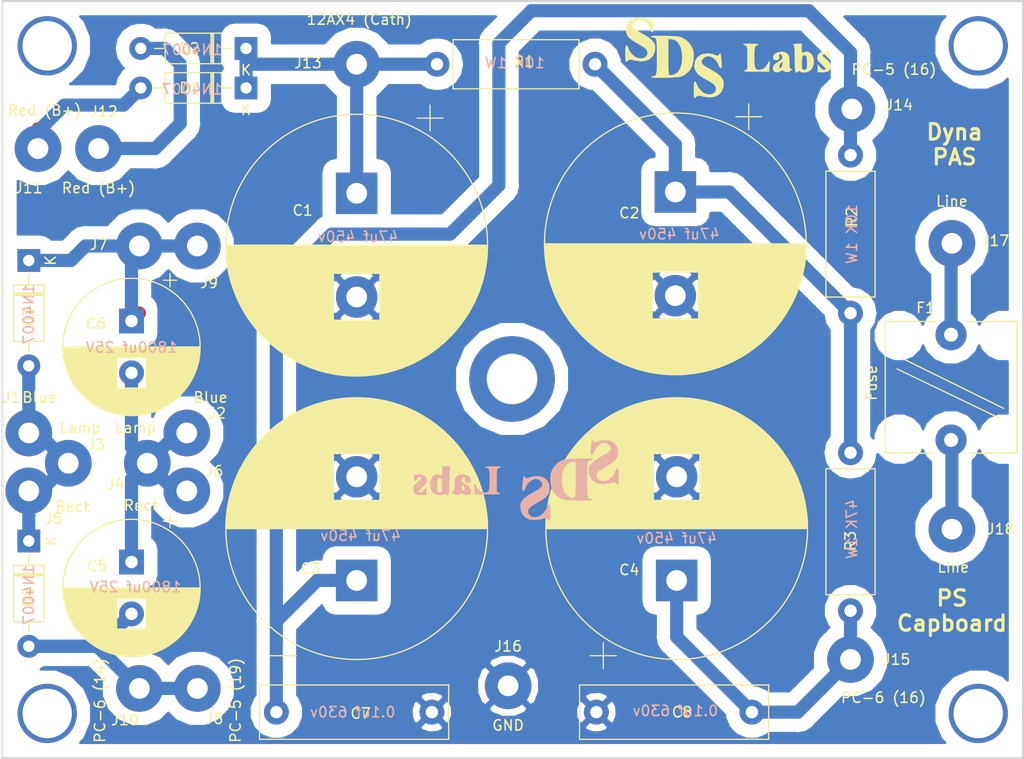
<source format=kicad_pcb>
(kicad_pcb (version 20171130) (host pcbnew "(5.0.1-3-g963ef8bb5)")

  (general
    (thickness 1.6)
    (drawings 7)
    (tracks 76)
    (zones 0)
    (modules 41)
    (nets 14)
  )

  (page USLetter)
  (title_block
    (title "Dyna PAS Power Supply Board")
    (date 2020-03-21)
    (company "SDS Labs")
  )

  (layers
    (0 F.Cu signal)
    (31 B.Cu signal)
    (32 B.Adhes user)
    (33 F.Adhes user)
    (34 B.Paste user)
    (35 F.Paste user)
    (36 B.SilkS user)
    (37 F.SilkS user)
    (38 B.Mask user)
    (39 F.Mask user)
    (40 Dwgs.User user)
    (41 Cmts.User user)
    (42 Eco1.User user)
    (43 Eco2.User user)
    (44 Edge.Cuts user)
    (45 Margin user)
    (46 B.CrtYd user)
    (47 F.CrtYd user)
    (48 B.Fab user)
    (49 F.Fab user hide)
  )

  (setup
    (last_trace_width 1.27)
    (user_trace_width 0.254)
    (user_trace_width 0.508)
    (user_trace_width 0.635)
    (user_trace_width 1.27)
    (user_trace_width 1.905)
    (user_trace_width 2.54)
    (user_trace_width 3.175)
    (user_trace_width 3.81)
    (trace_clearance 0.2)
    (zone_clearance 1.27)
    (zone_45_only no)
    (trace_min 0.2)
    (segment_width 0.2)
    (edge_width 0.15)
    (via_size 0.8)
    (via_drill 0.4)
    (via_min_size 0.4)
    (via_min_drill 0.3)
    (uvia_size 0.3)
    (uvia_drill 0.1)
    (uvias_allowed no)
    (uvia_min_size 0.2)
    (uvia_min_drill 0.1)
    (pcb_text_width 0.3)
    (pcb_text_size 1.5 1.5)
    (mod_edge_width 0.15)
    (mod_text_size 1 1)
    (mod_text_width 0.15)
    (pad_size 8.255 8.255)
    (pad_drill 4.7625)
    (pad_to_mask_clearance 0.051)
    (solder_mask_min_width 0.25)
    (aux_axis_origin 0 0)
    (visible_elements FFFFFF7F)
    (pcbplotparams
      (layerselection 0x010fc_ffffffff)
      (usegerberextensions false)
      (usegerberattributes false)
      (usegerberadvancedattributes false)
      (creategerberjobfile false)
      (excludeedgelayer true)
      (linewidth 0.100000)
      (plotframeref false)
      (viasonmask false)
      (mode 1)
      (useauxorigin false)
      (hpglpennumber 1)
      (hpglpenspeed 20)
      (hpglpendiameter 15.000000)
      (psnegative false)
      (psa4output false)
      (plotreference true)
      (plotvalue true)
      (plotinvisibletext false)
      (padsonsilk false)
      (subtractmaskfromsilk false)
      (outputformat 1)
      (mirror false)
      (drillshape 1)
      (scaleselection 1)
      (outputdirectory ""))
  )

  (net 0 "")
  (net 1 "Net-(C1-Pad1)")
  (net 2 "Net-(C1-Pad2)")
  (net 3 "Net-(C2-Pad1)")
  (net 4 "Net-(C3-Pad1)")
  (net 5 "Net-(C4-Pad1)")
  (net 6 "Net-(C5-Pad1)")
  (net 7 "Net-(C5-Pad2)")
  (net 8 "Net-(C6-Pad1)")
  (net 9 "Net-(D1-Pad2)")
  (net 10 "Net-(D2-Pad2)")
  (net 11 "Net-(D3-Pad2)")
  (net 12 "Net-(F1-Pad2)")
  (net 13 "Net-(F1-Pad1)")

  (net_class Default "This is the default net class."
    (clearance 0.2)
    (trace_width 0.25)
    (via_dia 0.8)
    (via_drill 0.4)
    (uvia_dia 0.3)
    (uvia_drill 0.1)
    (add_net "Net-(C1-Pad1)")
    (add_net "Net-(C1-Pad2)")
    (add_net "Net-(C2-Pad1)")
    (add_net "Net-(C3-Pad1)")
    (add_net "Net-(C4-Pad1)")
    (add_net "Net-(C5-Pad1)")
    (add_net "Net-(C5-Pad2)")
    (add_net "Net-(C6-Pad1)")
    (add_net "Net-(D1-Pad2)")
    (add_net "Net-(D2-Pad2)")
    (add_net "Net-(D3-Pad2)")
    (add_net "Net-(F1-Pad1)")
    (add_net "Net-(F1-Pad2)")
  )

  (module Connector_Wire:SolderWirePad_1x01_Drill0.8mm (layer F.Cu) (tedit 5E77C81C) (tstamp 5E78306D)
    (at 138.049 88.011)
    (descr "Wire solder connection")
    (tags connector)
    (attr virtual)
    (fp_text reference REF** (at 0 -2.54) (layer F.SilkS) hide
      (effects (font (size 1 1) (thickness 0.15)))
    )
    (fp_text value SolderWirePad_1x01_Drill0.8mm (at 0 2.54) (layer F.Fab) hide
      (effects (font (size 1 1) (thickness 0.15)))
    )
    (fp_text user %R (at 0 0) (layer F.Fab)
      (effects (font (size 1 1) (thickness 0.15)))
    )
    (fp_line (start -1.5 -1.5) (end 1.5 -1.5) (layer F.CrtYd) (width 0.05))
    (fp_line (start -1.5 -1.5) (end -1.5 1.5) (layer F.CrtYd) (width 0.05))
    (fp_line (start 1.5 1.5) (end 1.5 -1.5) (layer F.CrtYd) (width 0.05))
    (fp_line (start 1.5 1.5) (end -1.5 1.5) (layer F.CrtYd) (width 0.05))
    (pad 1 thru_hole circle (at 0 0) (size 8.255 8.255) (drill 4.7625) (layers *.Cu *.Mask))
  )

  (module Capacitor_THT:CP_Radial_D25.0mm_P10.00mm_SnapIn (layer F.Cu) (tedit 5E77BE92) (tstamp 5E76EE4B)
    (at 123.063 70.104 270)
    (descr "CP, Radial series, Radial, pin pitch=10.00mm, , diameter=25mm, Electrolytic Capacitor, , http://www.vishay.com/docs/28342/058059pll-si.pdf")
    (tags "CP Radial series Radial pin pitch 10.00mm  diameter 25mm Electrolytic Capacitor")
    (path /5E76E726)
    (fp_text reference C1 (at 1.651 5.207) (layer F.SilkS)
      (effects (font (size 1 1) (thickness 0.15)))
    )
    (fp_text value "47uf 450v" (at 4.191 -0.127) (layer B.SilkS)
      (effects (font (size 1 1) (thickness 0.15)) (justify mirror))
    )
    (fp_circle (center 5 0) (end 17.5 0) (layer F.Fab) (width 0.1))
    (fp_circle (center 5 0) (end 17.62 0) (layer F.SilkS) (width 0.12))
    (fp_circle (center 5 0) (end 17.75 0) (layer F.CrtYd) (width 0.05))
    (fp_line (start -5.754629 -5.4875) (end -3.254629 -5.4875) (layer F.Fab) (width 0.1))
    (fp_line (start -4.504629 -6.7375) (end -4.504629 -4.2375) (layer F.Fab) (width 0.1))
    (fp_line (start 5 -12.581) (end 5 12.581) (layer F.SilkS) (width 0.12))
    (fp_line (start 5.04 -12.58) (end 5.04 12.58) (layer F.SilkS) (width 0.12))
    (fp_line (start 5.08 -12.58) (end 5.08 12.58) (layer F.SilkS) (width 0.12))
    (fp_line (start 5.12 -12.58) (end 5.12 12.58) (layer F.SilkS) (width 0.12))
    (fp_line (start 5.16 -12.579) (end 5.16 12.579) (layer F.SilkS) (width 0.12))
    (fp_line (start 5.2 -12.579) (end 5.2 12.579) (layer F.SilkS) (width 0.12))
    (fp_line (start 5.24 -12.578) (end 5.24 12.578) (layer F.SilkS) (width 0.12))
    (fp_line (start 5.28 -12.577) (end 5.28 12.577) (layer F.SilkS) (width 0.12))
    (fp_line (start 5.32 -12.576) (end 5.32 12.576) (layer F.SilkS) (width 0.12))
    (fp_line (start 5.36 -12.575) (end 5.36 12.575) (layer F.SilkS) (width 0.12))
    (fp_line (start 5.4 -12.574) (end 5.4 12.574) (layer F.SilkS) (width 0.12))
    (fp_line (start 5.44 -12.573) (end 5.44 12.573) (layer F.SilkS) (width 0.12))
    (fp_line (start 5.48 -12.571) (end 5.48 12.571) (layer F.SilkS) (width 0.12))
    (fp_line (start 5.52 -12.57) (end 5.52 12.57) (layer F.SilkS) (width 0.12))
    (fp_line (start 5.56 -12.568) (end 5.56 12.568) (layer F.SilkS) (width 0.12))
    (fp_line (start 5.6 -12.566) (end 5.6 12.566) (layer F.SilkS) (width 0.12))
    (fp_line (start 5.64 -12.564) (end 5.64 12.564) (layer F.SilkS) (width 0.12))
    (fp_line (start 5.68 -12.562) (end 5.68 12.562) (layer F.SilkS) (width 0.12))
    (fp_line (start 5.721 -12.56) (end 5.721 12.56) (layer F.SilkS) (width 0.12))
    (fp_line (start 5.761 -12.558) (end 5.761 12.558) (layer F.SilkS) (width 0.12))
    (fp_line (start 5.801 -12.555) (end 5.801 12.555) (layer F.SilkS) (width 0.12))
    (fp_line (start 5.841 -12.553) (end 5.841 12.553) (layer F.SilkS) (width 0.12))
    (fp_line (start 5.881 -12.55) (end 5.881 12.55) (layer F.SilkS) (width 0.12))
    (fp_line (start 5.921 -12.547) (end 5.921 12.547) (layer F.SilkS) (width 0.12))
    (fp_line (start 5.961 -12.544) (end 5.961 12.544) (layer F.SilkS) (width 0.12))
    (fp_line (start 6.001 -12.541) (end 6.001 12.541) (layer F.SilkS) (width 0.12))
    (fp_line (start 6.041 -12.538) (end 6.041 12.538) (layer F.SilkS) (width 0.12))
    (fp_line (start 6.081 -12.534) (end 6.081 12.534) (layer F.SilkS) (width 0.12))
    (fp_line (start 6.121 -12.531) (end 6.121 12.531) (layer F.SilkS) (width 0.12))
    (fp_line (start 6.161 -12.527) (end 6.161 12.527) (layer F.SilkS) (width 0.12))
    (fp_line (start 6.201 -12.523) (end 6.201 12.523) (layer F.SilkS) (width 0.12))
    (fp_line (start 6.241 -12.519) (end 6.241 12.519) (layer F.SilkS) (width 0.12))
    (fp_line (start 6.281 -12.515) (end 6.281 12.515) (layer F.SilkS) (width 0.12))
    (fp_line (start 6.321 -12.511) (end 6.321 12.511) (layer F.SilkS) (width 0.12))
    (fp_line (start 6.361 -12.507) (end 6.361 12.507) (layer F.SilkS) (width 0.12))
    (fp_line (start 6.401 -12.503) (end 6.401 12.503) (layer F.SilkS) (width 0.12))
    (fp_line (start 6.441 -12.498) (end 6.441 12.498) (layer F.SilkS) (width 0.12))
    (fp_line (start 6.481 -12.493) (end 6.481 12.493) (layer F.SilkS) (width 0.12))
    (fp_line (start 6.521 -12.489) (end 6.521 12.489) (layer F.SilkS) (width 0.12))
    (fp_line (start 6.561 -12.484) (end 6.561 12.484) (layer F.SilkS) (width 0.12))
    (fp_line (start 6.601 -12.479) (end 6.601 12.479) (layer F.SilkS) (width 0.12))
    (fp_line (start 6.641 -12.473) (end 6.641 12.473) (layer F.SilkS) (width 0.12))
    (fp_line (start 6.681 -12.468) (end 6.681 12.468) (layer F.SilkS) (width 0.12))
    (fp_line (start 6.721 -12.463) (end 6.721 12.463) (layer F.SilkS) (width 0.12))
    (fp_line (start 6.761 -12.457) (end 6.761 12.457) (layer F.SilkS) (width 0.12))
    (fp_line (start 6.801 -12.451) (end 6.801 12.451) (layer F.SilkS) (width 0.12))
    (fp_line (start 6.841 -12.446) (end 6.841 12.446) (layer F.SilkS) (width 0.12))
    (fp_line (start 6.881 -12.44) (end 6.881 12.44) (layer F.SilkS) (width 0.12))
    (fp_line (start 6.921 -12.434) (end 6.921 12.434) (layer F.SilkS) (width 0.12))
    (fp_line (start 6.961 -12.427) (end 6.961 12.427) (layer F.SilkS) (width 0.12))
    (fp_line (start 7.001 -12.421) (end 7.001 12.421) (layer F.SilkS) (width 0.12))
    (fp_line (start 7.041 -12.415) (end 7.041 12.415) (layer F.SilkS) (width 0.12))
    (fp_line (start 7.081 -12.408) (end 7.081 12.408) (layer F.SilkS) (width 0.12))
    (fp_line (start 7.121 -12.401) (end 7.121 12.401) (layer F.SilkS) (width 0.12))
    (fp_line (start 7.161 -12.394) (end 7.161 12.394) (layer F.SilkS) (width 0.12))
    (fp_line (start 7.201 -12.387) (end 7.201 12.387) (layer F.SilkS) (width 0.12))
    (fp_line (start 7.241 -12.38) (end 7.241 12.38) (layer F.SilkS) (width 0.12))
    (fp_line (start 7.281 -12.373) (end 7.281 12.373) (layer F.SilkS) (width 0.12))
    (fp_line (start 7.321 -12.365) (end 7.321 12.365) (layer F.SilkS) (width 0.12))
    (fp_line (start 7.361 -12.358) (end 7.361 12.358) (layer F.SilkS) (width 0.12))
    (fp_line (start 7.401 -12.35) (end 7.401 12.35) (layer F.SilkS) (width 0.12))
    (fp_line (start 7.441 -12.342) (end 7.441 12.342) (layer F.SilkS) (width 0.12))
    (fp_line (start 7.481 -12.334) (end 7.481 12.334) (layer F.SilkS) (width 0.12))
    (fp_line (start 7.521 -12.326) (end 7.521 12.326) (layer F.SilkS) (width 0.12))
    (fp_line (start 7.561 -12.318) (end 7.561 12.318) (layer F.SilkS) (width 0.12))
    (fp_line (start 7.601 -12.31) (end 7.601 12.31) (layer F.SilkS) (width 0.12))
    (fp_line (start 7.641 -12.301) (end 7.641 12.301) (layer F.SilkS) (width 0.12))
    (fp_line (start 7.681 -12.293) (end 7.681 12.293) (layer F.SilkS) (width 0.12))
    (fp_line (start 7.721 -12.284) (end 7.721 12.284) (layer F.SilkS) (width 0.12))
    (fp_line (start 7.761 -12.275) (end 7.761 -2.24) (layer F.SilkS) (width 0.12))
    (fp_line (start 7.761 2.24) (end 7.761 12.275) (layer F.SilkS) (width 0.12))
    (fp_line (start 7.801 -12.266) (end 7.801 -2.24) (layer F.SilkS) (width 0.12))
    (fp_line (start 7.801 2.24) (end 7.801 12.266) (layer F.SilkS) (width 0.12))
    (fp_line (start 7.841 -12.257) (end 7.841 -2.24) (layer F.SilkS) (width 0.12))
    (fp_line (start 7.841 2.24) (end 7.841 12.257) (layer F.SilkS) (width 0.12))
    (fp_line (start 7.881 -12.247) (end 7.881 -2.24) (layer F.SilkS) (width 0.12))
    (fp_line (start 7.881 2.24) (end 7.881 12.247) (layer F.SilkS) (width 0.12))
    (fp_line (start 7.921 -12.238) (end 7.921 -2.24) (layer F.SilkS) (width 0.12))
    (fp_line (start 7.921 2.24) (end 7.921 12.238) (layer F.SilkS) (width 0.12))
    (fp_line (start 7.961 -12.228) (end 7.961 -2.24) (layer F.SilkS) (width 0.12))
    (fp_line (start 7.961 2.24) (end 7.961 12.228) (layer F.SilkS) (width 0.12))
    (fp_line (start 8.001 -12.219) (end 8.001 -2.24) (layer F.SilkS) (width 0.12))
    (fp_line (start 8.001 2.24) (end 8.001 12.219) (layer F.SilkS) (width 0.12))
    (fp_line (start 8.041 -12.209) (end 8.041 -2.24) (layer F.SilkS) (width 0.12))
    (fp_line (start 8.041 2.24) (end 8.041 12.209) (layer F.SilkS) (width 0.12))
    (fp_line (start 8.081 -12.199) (end 8.081 -2.24) (layer F.SilkS) (width 0.12))
    (fp_line (start 8.081 2.24) (end 8.081 12.199) (layer F.SilkS) (width 0.12))
    (fp_line (start 8.121 -12.189) (end 8.121 -2.24) (layer F.SilkS) (width 0.12))
    (fp_line (start 8.121 2.24) (end 8.121 12.189) (layer F.SilkS) (width 0.12))
    (fp_line (start 8.161 -12.178) (end 8.161 -2.24) (layer F.SilkS) (width 0.12))
    (fp_line (start 8.161 2.24) (end 8.161 12.178) (layer F.SilkS) (width 0.12))
    (fp_line (start 8.201 -12.168) (end 8.201 -2.24) (layer F.SilkS) (width 0.12))
    (fp_line (start 8.201 2.24) (end 8.201 12.168) (layer F.SilkS) (width 0.12))
    (fp_line (start 8.241 -12.157) (end 8.241 -2.24) (layer F.SilkS) (width 0.12))
    (fp_line (start 8.241 2.24) (end 8.241 12.157) (layer F.SilkS) (width 0.12))
    (fp_line (start 8.281 -12.147) (end 8.281 -2.24) (layer F.SilkS) (width 0.12))
    (fp_line (start 8.281 2.24) (end 8.281 12.147) (layer F.SilkS) (width 0.12))
    (fp_line (start 8.321 -12.136) (end 8.321 -2.24) (layer F.SilkS) (width 0.12))
    (fp_line (start 8.321 2.24) (end 8.321 12.136) (layer F.SilkS) (width 0.12))
    (fp_line (start 8.361 -12.125) (end 8.361 -2.24) (layer F.SilkS) (width 0.12))
    (fp_line (start 8.361 2.24) (end 8.361 12.125) (layer F.SilkS) (width 0.12))
    (fp_line (start 8.401 -12.114) (end 8.401 -2.24) (layer F.SilkS) (width 0.12))
    (fp_line (start 8.401 2.24) (end 8.401 12.114) (layer F.SilkS) (width 0.12))
    (fp_line (start 8.441 -12.103) (end 8.441 -2.24) (layer F.SilkS) (width 0.12))
    (fp_line (start 8.441 2.24) (end 8.441 12.103) (layer F.SilkS) (width 0.12))
    (fp_line (start 8.481 -12.091) (end 8.481 -2.24) (layer F.SilkS) (width 0.12))
    (fp_line (start 8.481 2.24) (end 8.481 12.091) (layer F.SilkS) (width 0.12))
    (fp_line (start 8.521 -12.08) (end 8.521 -2.24) (layer F.SilkS) (width 0.12))
    (fp_line (start 8.521 2.24) (end 8.521 12.08) (layer F.SilkS) (width 0.12))
    (fp_line (start 8.561 -12.068) (end 8.561 -2.24) (layer F.SilkS) (width 0.12))
    (fp_line (start 8.561 2.24) (end 8.561 12.068) (layer F.SilkS) (width 0.12))
    (fp_line (start 8.601 -12.056) (end 8.601 -2.24) (layer F.SilkS) (width 0.12))
    (fp_line (start 8.601 2.24) (end 8.601 12.056) (layer F.SilkS) (width 0.12))
    (fp_line (start 8.641 -12.044) (end 8.641 -2.24) (layer F.SilkS) (width 0.12))
    (fp_line (start 8.641 2.24) (end 8.641 12.044) (layer F.SilkS) (width 0.12))
    (fp_line (start 8.681 -12.032) (end 8.681 -2.24) (layer F.SilkS) (width 0.12))
    (fp_line (start 8.681 2.24) (end 8.681 12.032) (layer F.SilkS) (width 0.12))
    (fp_line (start 8.721 -12.02) (end 8.721 -2.24) (layer F.SilkS) (width 0.12))
    (fp_line (start 8.721 2.24) (end 8.721 12.02) (layer F.SilkS) (width 0.12))
    (fp_line (start 8.761 -12.007) (end 8.761 -2.24) (layer F.SilkS) (width 0.12))
    (fp_line (start 8.761 2.24) (end 8.761 12.007) (layer F.SilkS) (width 0.12))
    (fp_line (start 8.801 -11.995) (end 8.801 -2.24) (layer F.SilkS) (width 0.12))
    (fp_line (start 8.801 2.24) (end 8.801 11.995) (layer F.SilkS) (width 0.12))
    (fp_line (start 8.841 -11.982) (end 8.841 -2.24) (layer F.SilkS) (width 0.12))
    (fp_line (start 8.841 2.24) (end 8.841 11.982) (layer F.SilkS) (width 0.12))
    (fp_line (start 8.881 -11.969) (end 8.881 -2.24) (layer F.SilkS) (width 0.12))
    (fp_line (start 8.881 2.24) (end 8.881 11.969) (layer F.SilkS) (width 0.12))
    (fp_line (start 8.921 -11.956) (end 8.921 -2.24) (layer F.SilkS) (width 0.12))
    (fp_line (start 8.921 2.24) (end 8.921 11.956) (layer F.SilkS) (width 0.12))
    (fp_line (start 8.961 -11.943) (end 8.961 -2.24) (layer F.SilkS) (width 0.12))
    (fp_line (start 8.961 2.24) (end 8.961 11.943) (layer F.SilkS) (width 0.12))
    (fp_line (start 9.001 -11.93) (end 9.001 -2.24) (layer F.SilkS) (width 0.12))
    (fp_line (start 9.001 2.24) (end 9.001 11.93) (layer F.SilkS) (width 0.12))
    (fp_line (start 9.041 -11.916) (end 9.041 -2.24) (layer F.SilkS) (width 0.12))
    (fp_line (start 9.041 2.24) (end 9.041 11.916) (layer F.SilkS) (width 0.12))
    (fp_line (start 9.081 -11.903) (end 9.081 -2.24) (layer F.SilkS) (width 0.12))
    (fp_line (start 9.081 2.24) (end 9.081 11.903) (layer F.SilkS) (width 0.12))
    (fp_line (start 9.121 -11.889) (end 9.121 -2.24) (layer F.SilkS) (width 0.12))
    (fp_line (start 9.121 2.24) (end 9.121 11.889) (layer F.SilkS) (width 0.12))
    (fp_line (start 9.161 -11.875) (end 9.161 -2.24) (layer F.SilkS) (width 0.12))
    (fp_line (start 9.161 2.24) (end 9.161 11.875) (layer F.SilkS) (width 0.12))
    (fp_line (start 9.201 -11.861) (end 9.201 -2.24) (layer F.SilkS) (width 0.12))
    (fp_line (start 9.201 2.24) (end 9.201 11.861) (layer F.SilkS) (width 0.12))
    (fp_line (start 9.241 -11.847) (end 9.241 -2.24) (layer F.SilkS) (width 0.12))
    (fp_line (start 9.241 2.24) (end 9.241 11.847) (layer F.SilkS) (width 0.12))
    (fp_line (start 9.281 -11.833) (end 9.281 -2.24) (layer F.SilkS) (width 0.12))
    (fp_line (start 9.281 2.24) (end 9.281 11.833) (layer F.SilkS) (width 0.12))
    (fp_line (start 9.321 -11.818) (end 9.321 -2.24) (layer F.SilkS) (width 0.12))
    (fp_line (start 9.321 2.24) (end 9.321 11.818) (layer F.SilkS) (width 0.12))
    (fp_line (start 9.361 -11.803) (end 9.361 -2.24) (layer F.SilkS) (width 0.12))
    (fp_line (start 9.361 2.24) (end 9.361 11.803) (layer F.SilkS) (width 0.12))
    (fp_line (start 9.401 -11.789) (end 9.401 -2.24) (layer F.SilkS) (width 0.12))
    (fp_line (start 9.401 2.24) (end 9.401 11.789) (layer F.SilkS) (width 0.12))
    (fp_line (start 9.441 -11.774) (end 9.441 -2.24) (layer F.SilkS) (width 0.12))
    (fp_line (start 9.441 2.24) (end 9.441 11.774) (layer F.SilkS) (width 0.12))
    (fp_line (start 9.481 -11.759) (end 9.481 -2.24) (layer F.SilkS) (width 0.12))
    (fp_line (start 9.481 2.24) (end 9.481 11.759) (layer F.SilkS) (width 0.12))
    (fp_line (start 9.521 -11.743) (end 9.521 -2.24) (layer F.SilkS) (width 0.12))
    (fp_line (start 9.521 2.24) (end 9.521 11.743) (layer F.SilkS) (width 0.12))
    (fp_line (start 9.561 -11.728) (end 9.561 -2.24) (layer F.SilkS) (width 0.12))
    (fp_line (start 9.561 2.24) (end 9.561 11.728) (layer F.SilkS) (width 0.12))
    (fp_line (start 9.601 -11.712) (end 9.601 -2.24) (layer F.SilkS) (width 0.12))
    (fp_line (start 9.601 2.24) (end 9.601 11.712) (layer F.SilkS) (width 0.12))
    (fp_line (start 9.641 -11.697) (end 9.641 -2.24) (layer F.SilkS) (width 0.12))
    (fp_line (start 9.641 2.24) (end 9.641 11.697) (layer F.SilkS) (width 0.12))
    (fp_line (start 9.681 -11.681) (end 9.681 -2.24) (layer F.SilkS) (width 0.12))
    (fp_line (start 9.681 2.24) (end 9.681 11.681) (layer F.SilkS) (width 0.12))
    (fp_line (start 9.721 -11.665) (end 9.721 -2.24) (layer F.SilkS) (width 0.12))
    (fp_line (start 9.721 2.24) (end 9.721 11.665) (layer F.SilkS) (width 0.12))
    (fp_line (start 9.761 -11.648) (end 9.761 -2.24) (layer F.SilkS) (width 0.12))
    (fp_line (start 9.761 2.24) (end 9.761 11.648) (layer F.SilkS) (width 0.12))
    (fp_line (start 9.801 -11.632) (end 9.801 -2.24) (layer F.SilkS) (width 0.12))
    (fp_line (start 9.801 2.24) (end 9.801 11.632) (layer F.SilkS) (width 0.12))
    (fp_line (start 9.841 -11.615) (end 9.841 -2.24) (layer F.SilkS) (width 0.12))
    (fp_line (start 9.841 2.24) (end 9.841 11.615) (layer F.SilkS) (width 0.12))
    (fp_line (start 9.881 -11.599) (end 9.881 -2.24) (layer F.SilkS) (width 0.12))
    (fp_line (start 9.881 2.24) (end 9.881 11.599) (layer F.SilkS) (width 0.12))
    (fp_line (start 9.921 -11.582) (end 9.921 -2.24) (layer F.SilkS) (width 0.12))
    (fp_line (start 9.921 2.24) (end 9.921 11.582) (layer F.SilkS) (width 0.12))
    (fp_line (start 9.961 -11.565) (end 9.961 -2.24) (layer F.SilkS) (width 0.12))
    (fp_line (start 9.961 2.24) (end 9.961 11.565) (layer F.SilkS) (width 0.12))
    (fp_line (start 10.001 -11.548) (end 10.001 -2.24) (layer F.SilkS) (width 0.12))
    (fp_line (start 10.001 2.24) (end 10.001 11.548) (layer F.SilkS) (width 0.12))
    (fp_line (start 10.041 -11.53) (end 10.041 -2.24) (layer F.SilkS) (width 0.12))
    (fp_line (start 10.041 2.24) (end 10.041 11.53) (layer F.SilkS) (width 0.12))
    (fp_line (start 10.081 -11.513) (end 10.081 -2.24) (layer F.SilkS) (width 0.12))
    (fp_line (start 10.081 2.24) (end 10.081 11.513) (layer F.SilkS) (width 0.12))
    (fp_line (start 10.121 -11.495) (end 10.121 -2.24) (layer F.SilkS) (width 0.12))
    (fp_line (start 10.121 2.24) (end 10.121 11.495) (layer F.SilkS) (width 0.12))
    (fp_line (start 10.161 -11.477) (end 10.161 -2.24) (layer F.SilkS) (width 0.12))
    (fp_line (start 10.161 2.24) (end 10.161 11.477) (layer F.SilkS) (width 0.12))
    (fp_line (start 10.201 -11.459) (end 10.201 -2.24) (layer F.SilkS) (width 0.12))
    (fp_line (start 10.201 2.24) (end 10.201 11.459) (layer F.SilkS) (width 0.12))
    (fp_line (start 10.241 -11.441) (end 10.241 -2.24) (layer F.SilkS) (width 0.12))
    (fp_line (start 10.241 2.24) (end 10.241 11.441) (layer F.SilkS) (width 0.12))
    (fp_line (start 10.281 -11.423) (end 10.281 -2.24) (layer F.SilkS) (width 0.12))
    (fp_line (start 10.281 2.24) (end 10.281 11.423) (layer F.SilkS) (width 0.12))
    (fp_line (start 10.321 -11.404) (end 10.321 -2.24) (layer F.SilkS) (width 0.12))
    (fp_line (start 10.321 2.24) (end 10.321 11.404) (layer F.SilkS) (width 0.12))
    (fp_line (start 10.361 -11.386) (end 10.361 -2.24) (layer F.SilkS) (width 0.12))
    (fp_line (start 10.361 2.24) (end 10.361 11.386) (layer F.SilkS) (width 0.12))
    (fp_line (start 10.401 -11.367) (end 10.401 -2.24) (layer F.SilkS) (width 0.12))
    (fp_line (start 10.401 2.24) (end 10.401 11.367) (layer F.SilkS) (width 0.12))
    (fp_line (start 10.441 -11.348) (end 10.441 -2.24) (layer F.SilkS) (width 0.12))
    (fp_line (start 10.441 2.24) (end 10.441 11.348) (layer F.SilkS) (width 0.12))
    (fp_line (start 10.481 -11.329) (end 10.481 -2.24) (layer F.SilkS) (width 0.12))
    (fp_line (start 10.481 2.24) (end 10.481 11.329) (layer F.SilkS) (width 0.12))
    (fp_line (start 10.521 -11.309) (end 10.521 -2.24) (layer F.SilkS) (width 0.12))
    (fp_line (start 10.521 2.24) (end 10.521 11.309) (layer F.SilkS) (width 0.12))
    (fp_line (start 10.561 -11.29) (end 10.561 -2.24) (layer F.SilkS) (width 0.12))
    (fp_line (start 10.561 2.24) (end 10.561 11.29) (layer F.SilkS) (width 0.12))
    (fp_line (start 10.601 -11.27) (end 10.601 -2.24) (layer F.SilkS) (width 0.12))
    (fp_line (start 10.601 2.24) (end 10.601 11.27) (layer F.SilkS) (width 0.12))
    (fp_line (start 10.641 -11.25) (end 10.641 -2.24) (layer F.SilkS) (width 0.12))
    (fp_line (start 10.641 2.24) (end 10.641 11.25) (layer F.SilkS) (width 0.12))
    (fp_line (start 10.681 -11.23) (end 10.681 -2.24) (layer F.SilkS) (width 0.12))
    (fp_line (start 10.681 2.24) (end 10.681 11.23) (layer F.SilkS) (width 0.12))
    (fp_line (start 10.721 -11.21) (end 10.721 -2.24) (layer F.SilkS) (width 0.12))
    (fp_line (start 10.721 2.24) (end 10.721 11.21) (layer F.SilkS) (width 0.12))
    (fp_line (start 10.761 -11.189) (end 10.761 -2.24) (layer F.SilkS) (width 0.12))
    (fp_line (start 10.761 2.24) (end 10.761 11.189) (layer F.SilkS) (width 0.12))
    (fp_line (start 10.801 -11.169) (end 10.801 -2.24) (layer F.SilkS) (width 0.12))
    (fp_line (start 10.801 2.24) (end 10.801 11.169) (layer F.SilkS) (width 0.12))
    (fp_line (start 10.841 -11.148) (end 10.841 -2.24) (layer F.SilkS) (width 0.12))
    (fp_line (start 10.841 2.24) (end 10.841 11.148) (layer F.SilkS) (width 0.12))
    (fp_line (start 10.881 -11.127) (end 10.881 -2.24) (layer F.SilkS) (width 0.12))
    (fp_line (start 10.881 2.24) (end 10.881 11.127) (layer F.SilkS) (width 0.12))
    (fp_line (start 10.921 -11.106) (end 10.921 -2.24) (layer F.SilkS) (width 0.12))
    (fp_line (start 10.921 2.24) (end 10.921 11.106) (layer F.SilkS) (width 0.12))
    (fp_line (start 10.961 -11.084) (end 10.961 -2.24) (layer F.SilkS) (width 0.12))
    (fp_line (start 10.961 2.24) (end 10.961 11.084) (layer F.SilkS) (width 0.12))
    (fp_line (start 11.001 -11.063) (end 11.001 -2.24) (layer F.SilkS) (width 0.12))
    (fp_line (start 11.001 2.24) (end 11.001 11.063) (layer F.SilkS) (width 0.12))
    (fp_line (start 11.041 -11.041) (end 11.041 -2.24) (layer F.SilkS) (width 0.12))
    (fp_line (start 11.041 2.24) (end 11.041 11.041) (layer F.SilkS) (width 0.12))
    (fp_line (start 11.081 -11.019) (end 11.081 -2.24) (layer F.SilkS) (width 0.12))
    (fp_line (start 11.081 2.24) (end 11.081 11.019) (layer F.SilkS) (width 0.12))
    (fp_line (start 11.121 -10.997) (end 11.121 -2.24) (layer F.SilkS) (width 0.12))
    (fp_line (start 11.121 2.24) (end 11.121 10.997) (layer F.SilkS) (width 0.12))
    (fp_line (start 11.161 -10.975) (end 11.161 -2.24) (layer F.SilkS) (width 0.12))
    (fp_line (start 11.161 2.24) (end 11.161 10.975) (layer F.SilkS) (width 0.12))
    (fp_line (start 11.201 -10.953) (end 11.201 -2.24) (layer F.SilkS) (width 0.12))
    (fp_line (start 11.201 2.24) (end 11.201 10.953) (layer F.SilkS) (width 0.12))
    (fp_line (start 11.241 -10.93) (end 11.241 -2.24) (layer F.SilkS) (width 0.12))
    (fp_line (start 11.241 2.24) (end 11.241 10.93) (layer F.SilkS) (width 0.12))
    (fp_line (start 11.281 -10.907) (end 11.281 -2.24) (layer F.SilkS) (width 0.12))
    (fp_line (start 11.281 2.24) (end 11.281 10.907) (layer F.SilkS) (width 0.12))
    (fp_line (start 11.321 -10.884) (end 11.321 -2.24) (layer F.SilkS) (width 0.12))
    (fp_line (start 11.321 2.24) (end 11.321 10.884) (layer F.SilkS) (width 0.12))
    (fp_line (start 11.361 -10.861) (end 11.361 -2.24) (layer F.SilkS) (width 0.12))
    (fp_line (start 11.361 2.24) (end 11.361 10.861) (layer F.SilkS) (width 0.12))
    (fp_line (start 11.401 -10.837) (end 11.401 -2.24) (layer F.SilkS) (width 0.12))
    (fp_line (start 11.401 2.24) (end 11.401 10.837) (layer F.SilkS) (width 0.12))
    (fp_line (start 11.441 -10.814) (end 11.441 -2.24) (layer F.SilkS) (width 0.12))
    (fp_line (start 11.441 2.24) (end 11.441 10.814) (layer F.SilkS) (width 0.12))
    (fp_line (start 11.481 -10.79) (end 11.481 -2.24) (layer F.SilkS) (width 0.12))
    (fp_line (start 11.481 2.24) (end 11.481 10.79) (layer F.SilkS) (width 0.12))
    (fp_line (start 11.521 -10.766) (end 11.521 -2.24) (layer F.SilkS) (width 0.12))
    (fp_line (start 11.521 2.24) (end 11.521 10.766) (layer F.SilkS) (width 0.12))
    (fp_line (start 11.561 -10.742) (end 11.561 -2.24) (layer F.SilkS) (width 0.12))
    (fp_line (start 11.561 2.24) (end 11.561 10.742) (layer F.SilkS) (width 0.12))
    (fp_line (start 11.601 -10.717) (end 11.601 -2.24) (layer F.SilkS) (width 0.12))
    (fp_line (start 11.601 2.24) (end 11.601 10.717) (layer F.SilkS) (width 0.12))
    (fp_line (start 11.641 -10.692) (end 11.641 -2.24) (layer F.SilkS) (width 0.12))
    (fp_line (start 11.641 2.24) (end 11.641 10.692) (layer F.SilkS) (width 0.12))
    (fp_line (start 11.681 -10.668) (end 11.681 -2.24) (layer F.SilkS) (width 0.12))
    (fp_line (start 11.681 2.24) (end 11.681 10.668) (layer F.SilkS) (width 0.12))
    (fp_line (start 11.721 -10.643) (end 11.721 -2.24) (layer F.SilkS) (width 0.12))
    (fp_line (start 11.721 2.24) (end 11.721 10.643) (layer F.SilkS) (width 0.12))
    (fp_line (start 11.761 -10.617) (end 11.761 -2.24) (layer F.SilkS) (width 0.12))
    (fp_line (start 11.761 2.24) (end 11.761 10.617) (layer F.SilkS) (width 0.12))
    (fp_line (start 11.801 -10.592) (end 11.801 -2.24) (layer F.SilkS) (width 0.12))
    (fp_line (start 11.801 2.24) (end 11.801 10.592) (layer F.SilkS) (width 0.12))
    (fp_line (start 11.841 -10.566) (end 11.841 -2.24) (layer F.SilkS) (width 0.12))
    (fp_line (start 11.841 2.24) (end 11.841 10.566) (layer F.SilkS) (width 0.12))
    (fp_line (start 11.881 -10.54) (end 11.881 -2.24) (layer F.SilkS) (width 0.12))
    (fp_line (start 11.881 2.24) (end 11.881 10.54) (layer F.SilkS) (width 0.12))
    (fp_line (start 11.921 -10.514) (end 11.921 -2.24) (layer F.SilkS) (width 0.12))
    (fp_line (start 11.921 2.24) (end 11.921 10.514) (layer F.SilkS) (width 0.12))
    (fp_line (start 11.961 -10.488) (end 11.961 -2.24) (layer F.SilkS) (width 0.12))
    (fp_line (start 11.961 2.24) (end 11.961 10.488) (layer F.SilkS) (width 0.12))
    (fp_line (start 12.001 -10.461) (end 12.001 -2.24) (layer F.SilkS) (width 0.12))
    (fp_line (start 12.001 2.24) (end 12.001 10.461) (layer F.SilkS) (width 0.12))
    (fp_line (start 12.041 -10.434) (end 12.041 -2.24) (layer F.SilkS) (width 0.12))
    (fp_line (start 12.041 2.24) (end 12.041 10.434) (layer F.SilkS) (width 0.12))
    (fp_line (start 12.081 -10.407) (end 12.081 -2.24) (layer F.SilkS) (width 0.12))
    (fp_line (start 12.081 2.24) (end 12.081 10.407) (layer F.SilkS) (width 0.12))
    (fp_line (start 12.121 -10.38) (end 12.121 -2.24) (layer F.SilkS) (width 0.12))
    (fp_line (start 12.121 2.24) (end 12.121 10.38) (layer F.SilkS) (width 0.12))
    (fp_line (start 12.161 -10.353) (end 12.161 -2.24) (layer F.SilkS) (width 0.12))
    (fp_line (start 12.161 2.24) (end 12.161 10.353) (layer F.SilkS) (width 0.12))
    (fp_line (start 12.201 -10.325) (end 12.201 -2.24) (layer F.SilkS) (width 0.12))
    (fp_line (start 12.201 2.24) (end 12.201 10.325) (layer F.SilkS) (width 0.12))
    (fp_line (start 12.241 -10.297) (end 12.241 10.297) (layer F.SilkS) (width 0.12))
    (fp_line (start 12.281 -10.269) (end 12.281 10.269) (layer F.SilkS) (width 0.12))
    (fp_line (start 12.321 -10.241) (end 12.321 10.241) (layer F.SilkS) (width 0.12))
    (fp_line (start 12.361 -10.212) (end 12.361 10.212) (layer F.SilkS) (width 0.12))
    (fp_line (start 12.401 -10.183) (end 12.401 10.183) (layer F.SilkS) (width 0.12))
    (fp_line (start 12.441 -10.154) (end 12.441 10.154) (layer F.SilkS) (width 0.12))
    (fp_line (start 12.481 -10.125) (end 12.481 10.125) (layer F.SilkS) (width 0.12))
    (fp_line (start 12.521 -10.095) (end 12.521 10.095) (layer F.SilkS) (width 0.12))
    (fp_line (start 12.561 -10.065) (end 12.561 10.065) (layer F.SilkS) (width 0.12))
    (fp_line (start 12.601 -10.035) (end 12.601 10.035) (layer F.SilkS) (width 0.12))
    (fp_line (start 12.641 -10.005) (end 12.641 10.005) (layer F.SilkS) (width 0.12))
    (fp_line (start 12.681 -9.975) (end 12.681 9.975) (layer F.SilkS) (width 0.12))
    (fp_line (start 12.721 -9.944) (end 12.721 9.944) (layer F.SilkS) (width 0.12))
    (fp_line (start 12.761 -9.913) (end 12.761 9.913) (layer F.SilkS) (width 0.12))
    (fp_line (start 12.801 -9.881) (end 12.801 9.881) (layer F.SilkS) (width 0.12))
    (fp_line (start 12.841 -9.85) (end 12.841 9.85) (layer F.SilkS) (width 0.12))
    (fp_line (start 12.881 -9.818) (end 12.881 9.818) (layer F.SilkS) (width 0.12))
    (fp_line (start 12.921 -9.786) (end 12.921 9.786) (layer F.SilkS) (width 0.12))
    (fp_line (start 12.961 -9.753) (end 12.961 9.753) (layer F.SilkS) (width 0.12))
    (fp_line (start 13.001 -9.721) (end 13.001 9.721) (layer F.SilkS) (width 0.12))
    (fp_line (start 13.041 -9.688) (end 13.041 9.688) (layer F.SilkS) (width 0.12))
    (fp_line (start 13.081 -9.655) (end 13.081 9.655) (layer F.SilkS) (width 0.12))
    (fp_line (start 13.121 -9.621) (end 13.121 9.621) (layer F.SilkS) (width 0.12))
    (fp_line (start 13.161 -9.587) (end 13.161 9.587) (layer F.SilkS) (width 0.12))
    (fp_line (start 13.2 -9.553) (end 13.2 9.553) (layer F.SilkS) (width 0.12))
    (fp_line (start 13.24 -9.519) (end 13.24 9.519) (layer F.SilkS) (width 0.12))
    (fp_line (start 13.28 -9.484) (end 13.28 9.484) (layer F.SilkS) (width 0.12))
    (fp_line (start 13.32 -9.45) (end 13.32 9.45) (layer F.SilkS) (width 0.12))
    (fp_line (start 13.36 -9.414) (end 13.36 9.414) (layer F.SilkS) (width 0.12))
    (fp_line (start 13.4 -9.379) (end 13.4 9.379) (layer F.SilkS) (width 0.12))
    (fp_line (start 13.44 -9.343) (end 13.44 9.343) (layer F.SilkS) (width 0.12))
    (fp_line (start 13.48 -9.307) (end 13.48 9.307) (layer F.SilkS) (width 0.12))
    (fp_line (start 13.52 -9.27) (end 13.52 9.27) (layer F.SilkS) (width 0.12))
    (fp_line (start 13.56 -9.234) (end 13.56 9.234) (layer F.SilkS) (width 0.12))
    (fp_line (start 13.6 -9.197) (end 13.6 9.197) (layer F.SilkS) (width 0.12))
    (fp_line (start 13.64 -9.159) (end 13.64 9.159) (layer F.SilkS) (width 0.12))
    (fp_line (start 13.68 -9.121) (end 13.68 9.121) (layer F.SilkS) (width 0.12))
    (fp_line (start 13.72 -9.083) (end 13.72 9.083) (layer F.SilkS) (width 0.12))
    (fp_line (start 13.76 -9.045) (end 13.76 9.045) (layer F.SilkS) (width 0.12))
    (fp_line (start 13.8 -9.006) (end 13.8 9.006) (layer F.SilkS) (width 0.12))
    (fp_line (start 13.84 -8.967) (end 13.84 8.967) (layer F.SilkS) (width 0.12))
    (fp_line (start 13.88 -8.928) (end 13.88 8.928) (layer F.SilkS) (width 0.12))
    (fp_line (start 13.92 -8.888) (end 13.92 8.888) (layer F.SilkS) (width 0.12))
    (fp_line (start 13.96 -8.848) (end 13.96 8.848) (layer F.SilkS) (width 0.12))
    (fp_line (start 14 -8.807) (end 14 8.807) (layer F.SilkS) (width 0.12))
    (fp_line (start 14.04 -8.766) (end 14.04 8.766) (layer F.SilkS) (width 0.12))
    (fp_line (start 14.08 -8.725) (end 14.08 8.725) (layer F.SilkS) (width 0.12))
    (fp_line (start 14.12 -8.683) (end 14.12 8.683) (layer F.SilkS) (width 0.12))
    (fp_line (start 14.16 -8.641) (end 14.16 8.641) (layer F.SilkS) (width 0.12))
    (fp_line (start 14.2 -8.599) (end 14.2 8.599) (layer F.SilkS) (width 0.12))
    (fp_line (start 14.24 -8.556) (end 14.24 8.556) (layer F.SilkS) (width 0.12))
    (fp_line (start 14.28 -8.513) (end 14.28 8.513) (layer F.SilkS) (width 0.12))
    (fp_line (start 14.32 -8.469) (end 14.32 8.469) (layer F.SilkS) (width 0.12))
    (fp_line (start 14.36 -8.425) (end 14.36 8.425) (layer F.SilkS) (width 0.12))
    (fp_line (start 14.4 -8.381) (end 14.4 8.381) (layer F.SilkS) (width 0.12))
    (fp_line (start 14.44 -8.336) (end 14.44 8.336) (layer F.SilkS) (width 0.12))
    (fp_line (start 14.48 -8.291) (end 14.48 8.291) (layer F.SilkS) (width 0.12))
    (fp_line (start 14.52 -8.245) (end 14.52 8.245) (layer F.SilkS) (width 0.12))
    (fp_line (start 14.56 -8.199) (end 14.56 8.199) (layer F.SilkS) (width 0.12))
    (fp_line (start 14.6 -8.152) (end 14.6 8.152) (layer F.SilkS) (width 0.12))
    (fp_line (start 14.64 -8.105) (end 14.64 8.105) (layer F.SilkS) (width 0.12))
    (fp_line (start 14.68 -8.058) (end 14.68 8.058) (layer F.SilkS) (width 0.12))
    (fp_line (start 14.72 -8.009) (end 14.72 8.009) (layer F.SilkS) (width 0.12))
    (fp_line (start 14.76 -7.961) (end 14.76 7.961) (layer F.SilkS) (width 0.12))
    (fp_line (start 14.8 -7.912) (end 14.8 7.912) (layer F.SilkS) (width 0.12))
    (fp_line (start 14.84 -7.862) (end 14.84 7.862) (layer F.SilkS) (width 0.12))
    (fp_line (start 14.88 -7.812) (end 14.88 7.812) (layer F.SilkS) (width 0.12))
    (fp_line (start 14.92 -7.762) (end 14.92 7.762) (layer F.SilkS) (width 0.12))
    (fp_line (start 14.96 -7.711) (end 14.96 7.711) (layer F.SilkS) (width 0.12))
    (fp_line (start 15 -7.659) (end 15 7.659) (layer F.SilkS) (width 0.12))
    (fp_line (start 15.04 -7.607) (end 15.04 7.607) (layer F.SilkS) (width 0.12))
    (fp_line (start 15.08 -7.554) (end 15.08 7.554) (layer F.SilkS) (width 0.12))
    (fp_line (start 15.12 -7.5) (end 15.12 7.5) (layer F.SilkS) (width 0.12))
    (fp_line (start 15.16 -7.446) (end 15.16 7.446) (layer F.SilkS) (width 0.12))
    (fp_line (start 15.2 -7.392) (end 15.2 7.392) (layer F.SilkS) (width 0.12))
    (fp_line (start 15.24 -7.337) (end 15.24 7.337) (layer F.SilkS) (width 0.12))
    (fp_line (start 15.28 -7.281) (end 15.28 7.281) (layer F.SilkS) (width 0.12))
    (fp_line (start 15.32 -7.224) (end 15.32 7.224) (layer F.SilkS) (width 0.12))
    (fp_line (start 15.36 -7.167) (end 15.36 7.167) (layer F.SilkS) (width 0.12))
    (fp_line (start 15.4 -7.109) (end 15.4 7.109) (layer F.SilkS) (width 0.12))
    (fp_line (start 15.44 -7.051) (end 15.44 7.051) (layer F.SilkS) (width 0.12))
    (fp_line (start 15.48 -6.991) (end 15.48 6.991) (layer F.SilkS) (width 0.12))
    (fp_line (start 15.52 -6.931) (end 15.52 6.931) (layer F.SilkS) (width 0.12))
    (fp_line (start 15.56 -6.871) (end 15.56 6.871) (layer F.SilkS) (width 0.12))
    (fp_line (start 15.6 -6.809) (end 15.6 6.809) (layer F.SilkS) (width 0.12))
    (fp_line (start 15.64 -6.747) (end 15.64 6.747) (layer F.SilkS) (width 0.12))
    (fp_line (start 15.68 -6.684) (end 15.68 6.684) (layer F.SilkS) (width 0.12))
    (fp_line (start 15.72 -6.62) (end 15.72 6.62) (layer F.SilkS) (width 0.12))
    (fp_line (start 15.76 -6.555) (end 15.76 6.555) (layer F.SilkS) (width 0.12))
    (fp_line (start 15.8 -6.489) (end 15.8 6.489) (layer F.SilkS) (width 0.12))
    (fp_line (start 15.84 -6.423) (end 15.84 6.423) (layer F.SilkS) (width 0.12))
    (fp_line (start 15.88 -6.355) (end 15.88 6.355) (layer F.SilkS) (width 0.12))
    (fp_line (start 15.92 -6.286) (end 15.92 6.286) (layer F.SilkS) (width 0.12))
    (fp_line (start 15.96 -6.217) (end 15.96 6.217) (layer F.SilkS) (width 0.12))
    (fp_line (start 16 -6.146) (end 16 6.146) (layer F.SilkS) (width 0.12))
    (fp_line (start 16.04 -6.075) (end 16.04 6.075) (layer F.SilkS) (width 0.12))
    (fp_line (start 16.08 -6.002) (end 16.08 6.002) (layer F.SilkS) (width 0.12))
    (fp_line (start 16.12 -5.928) (end 16.12 5.928) (layer F.SilkS) (width 0.12))
    (fp_line (start 16.16 -5.853) (end 16.16 5.853) (layer F.SilkS) (width 0.12))
    (fp_line (start 16.2 -5.776) (end 16.2 5.776) (layer F.SilkS) (width 0.12))
    (fp_line (start 16.24 -5.699) (end 16.24 5.699) (layer F.SilkS) (width 0.12))
    (fp_line (start 16.28 -5.62) (end 16.28 5.62) (layer F.SilkS) (width 0.12))
    (fp_line (start 16.32 -5.539) (end 16.32 5.539) (layer F.SilkS) (width 0.12))
    (fp_line (start 16.36 -5.457) (end 16.36 5.457) (layer F.SilkS) (width 0.12))
    (fp_line (start 16.4 -5.374) (end 16.4 5.374) (layer F.SilkS) (width 0.12))
    (fp_line (start 16.44 -5.289) (end 16.44 5.289) (layer F.SilkS) (width 0.12))
    (fp_line (start 16.48 -5.202) (end 16.48 5.202) (layer F.SilkS) (width 0.12))
    (fp_line (start 16.52 -5.114) (end 16.52 5.114) (layer F.SilkS) (width 0.12))
    (fp_line (start 16.56 -5.023) (end 16.56 5.023) (layer F.SilkS) (width 0.12))
    (fp_line (start 16.6 -4.931) (end 16.6 4.931) (layer F.SilkS) (width 0.12))
    (fp_line (start 16.64 -4.836) (end 16.64 4.836) (layer F.SilkS) (width 0.12))
    (fp_line (start 16.68 -4.74) (end 16.68 4.74) (layer F.SilkS) (width 0.12))
    (fp_line (start 16.72 -4.641) (end 16.72 4.641) (layer F.SilkS) (width 0.12))
    (fp_line (start 16.76 -4.539) (end 16.76 4.539) (layer F.SilkS) (width 0.12))
    (fp_line (start 16.8 -4.435) (end 16.8 4.435) (layer F.SilkS) (width 0.12))
    (fp_line (start 16.84 -4.328) (end 16.84 4.328) (layer F.SilkS) (width 0.12))
    (fp_line (start 16.88 -4.218) (end 16.88 4.218) (layer F.SilkS) (width 0.12))
    (fp_line (start 16.92 -4.105) (end 16.92 4.105) (layer F.SilkS) (width 0.12))
    (fp_line (start 16.96 -3.988) (end 16.96 3.988) (layer F.SilkS) (width 0.12))
    (fp_line (start 17 -3.867) (end 17 3.867) (layer F.SilkS) (width 0.12))
    (fp_line (start 17.04 -3.742) (end 17.04 3.742) (layer F.SilkS) (width 0.12))
    (fp_line (start 17.08 -3.613) (end 17.08 3.613) (layer F.SilkS) (width 0.12))
    (fp_line (start 17.12 -3.478) (end 17.12 3.478) (layer F.SilkS) (width 0.12))
    (fp_line (start 17.16 -3.337) (end 17.16 3.337) (layer F.SilkS) (width 0.12))
    (fp_line (start 17.2 -3.189) (end 17.2 3.189) (layer F.SilkS) (width 0.12))
    (fp_line (start 17.24 -3.034) (end 17.24 3.034) (layer F.SilkS) (width 0.12))
    (fp_line (start 17.28 -2.87) (end 17.28 2.87) (layer F.SilkS) (width 0.12))
    (fp_line (start 17.32 -2.696) (end 17.32 2.696) (layer F.SilkS) (width 0.12))
    (fp_line (start 17.36 -2.509) (end 17.36 2.509) (layer F.SilkS) (width 0.12))
    (fp_line (start 17.4 -2.307) (end 17.4 2.307) (layer F.SilkS) (width 0.12))
    (fp_line (start 17.44 -2.084) (end 17.44 2.084) (layer F.SilkS) (width 0.12))
    (fp_line (start 17.48 -1.835) (end 17.48 1.835) (layer F.SilkS) (width 0.12))
    (fp_line (start 17.52 -1.546) (end 17.52 1.546) (layer F.SilkS) (width 0.12))
    (fp_line (start 17.56 -1.19) (end 17.56 1.19) (layer F.SilkS) (width 0.12))
    (fp_line (start 17.6 -0.671) (end 17.6 0.671) (layer F.SilkS) (width 0.12))
    (fp_line (start -8.504259 -7.075) (end -6.004259 -7.075) (layer F.SilkS) (width 0.12))
    (fp_line (start -7.254259 -8.325) (end -7.254259 -5.825) (layer F.SilkS) (width 0.12))
    (fp_text user %R (at 1.651 7.239) (layer F.Fab)
      (effects (font (size 1 1) (thickness 0.15)))
    )
    (pad 1 thru_hole rect (at 0 0 270) (size 4 4) (drill 2) (layers *.Cu *.Mask)
      (net 1 "Net-(C1-Pad1)"))
    (pad 2 thru_hole circle (at 10 0 270) (size 4 4) (drill 2) (layers *.Cu *.Mask)
      (net 2 "Net-(C1-Pad2)"))
    (model ${KISYS3DMOD}/Capacitor_THT.3dshapes/CP_Radial_D25.0mm_P10.00mm_SnapIn.wrl
      (at (xyz 0 0 0))
      (scale (xyz 1 1 1))
      (rotate (xyz 0 0 0))
    )
  )

  (module Capacitor_THT:CP_Radial_D25.0mm_P10.00mm_SnapIn (layer F.Cu) (tedit 5E77BE6A) (tstamp 5E76F005)
    (at 153.797 69.977 270)
    (descr "CP, Radial series, Radial, pin pitch=10.00mm, , diameter=25mm, Electrolytic Capacitor, , http://www.vishay.com/docs/28342/058059pll-si.pdf")
    (tags "CP Radial series Radial pin pitch 10.00mm  diameter 25mm Electrolytic Capacitor")
    (path /5E76FB92)
    (fp_text reference C2 (at 2.032 4.445) (layer F.SilkS)
      (effects (font (size 1 1) (thickness 0.15)))
    )
    (fp_text value "47uf 450v" (at 4.064 -0.381) (layer B.SilkS)
      (effects (font (size 1 1) (thickness 0.15)) (justify mirror))
    )
    (fp_text user %R (at 2.032 6.731) (layer F.Fab)
      (effects (font (size 1 1) (thickness 0.15)))
    )
    (fp_line (start -7.254259 -8.325) (end -7.254259 -5.825) (layer F.SilkS) (width 0.12))
    (fp_line (start -8.504259 -7.075) (end -6.004259 -7.075) (layer F.SilkS) (width 0.12))
    (fp_line (start 17.6 -0.671) (end 17.6 0.671) (layer F.SilkS) (width 0.12))
    (fp_line (start 17.56 -1.19) (end 17.56 1.19) (layer F.SilkS) (width 0.12))
    (fp_line (start 17.52 -1.546) (end 17.52 1.546) (layer F.SilkS) (width 0.12))
    (fp_line (start 17.48 -1.835) (end 17.48 1.835) (layer F.SilkS) (width 0.12))
    (fp_line (start 17.44 -2.084) (end 17.44 2.084) (layer F.SilkS) (width 0.12))
    (fp_line (start 17.4 -2.307) (end 17.4 2.307) (layer F.SilkS) (width 0.12))
    (fp_line (start 17.36 -2.509) (end 17.36 2.509) (layer F.SilkS) (width 0.12))
    (fp_line (start 17.32 -2.696) (end 17.32 2.696) (layer F.SilkS) (width 0.12))
    (fp_line (start 17.28 -2.87) (end 17.28 2.87) (layer F.SilkS) (width 0.12))
    (fp_line (start 17.24 -3.034) (end 17.24 3.034) (layer F.SilkS) (width 0.12))
    (fp_line (start 17.2 -3.189) (end 17.2 3.189) (layer F.SilkS) (width 0.12))
    (fp_line (start 17.16 -3.337) (end 17.16 3.337) (layer F.SilkS) (width 0.12))
    (fp_line (start 17.12 -3.478) (end 17.12 3.478) (layer F.SilkS) (width 0.12))
    (fp_line (start 17.08 -3.613) (end 17.08 3.613) (layer F.SilkS) (width 0.12))
    (fp_line (start 17.04 -3.742) (end 17.04 3.742) (layer F.SilkS) (width 0.12))
    (fp_line (start 17 -3.867) (end 17 3.867) (layer F.SilkS) (width 0.12))
    (fp_line (start 16.96 -3.988) (end 16.96 3.988) (layer F.SilkS) (width 0.12))
    (fp_line (start 16.92 -4.105) (end 16.92 4.105) (layer F.SilkS) (width 0.12))
    (fp_line (start 16.88 -4.218) (end 16.88 4.218) (layer F.SilkS) (width 0.12))
    (fp_line (start 16.84 -4.328) (end 16.84 4.328) (layer F.SilkS) (width 0.12))
    (fp_line (start 16.8 -4.435) (end 16.8 4.435) (layer F.SilkS) (width 0.12))
    (fp_line (start 16.76 -4.539) (end 16.76 4.539) (layer F.SilkS) (width 0.12))
    (fp_line (start 16.72 -4.641) (end 16.72 4.641) (layer F.SilkS) (width 0.12))
    (fp_line (start 16.68 -4.74) (end 16.68 4.74) (layer F.SilkS) (width 0.12))
    (fp_line (start 16.64 -4.836) (end 16.64 4.836) (layer F.SilkS) (width 0.12))
    (fp_line (start 16.6 -4.931) (end 16.6 4.931) (layer F.SilkS) (width 0.12))
    (fp_line (start 16.56 -5.023) (end 16.56 5.023) (layer F.SilkS) (width 0.12))
    (fp_line (start 16.52 -5.114) (end 16.52 5.114) (layer F.SilkS) (width 0.12))
    (fp_line (start 16.48 -5.202) (end 16.48 5.202) (layer F.SilkS) (width 0.12))
    (fp_line (start 16.44 -5.289) (end 16.44 5.289) (layer F.SilkS) (width 0.12))
    (fp_line (start 16.4 -5.374) (end 16.4 5.374) (layer F.SilkS) (width 0.12))
    (fp_line (start 16.36 -5.457) (end 16.36 5.457) (layer F.SilkS) (width 0.12))
    (fp_line (start 16.32 -5.539) (end 16.32 5.539) (layer F.SilkS) (width 0.12))
    (fp_line (start 16.28 -5.62) (end 16.28 5.62) (layer F.SilkS) (width 0.12))
    (fp_line (start 16.24 -5.699) (end 16.24 5.699) (layer F.SilkS) (width 0.12))
    (fp_line (start 16.2 -5.776) (end 16.2 5.776) (layer F.SilkS) (width 0.12))
    (fp_line (start 16.16 -5.853) (end 16.16 5.853) (layer F.SilkS) (width 0.12))
    (fp_line (start 16.12 -5.928) (end 16.12 5.928) (layer F.SilkS) (width 0.12))
    (fp_line (start 16.08 -6.002) (end 16.08 6.002) (layer F.SilkS) (width 0.12))
    (fp_line (start 16.04 -6.075) (end 16.04 6.075) (layer F.SilkS) (width 0.12))
    (fp_line (start 16 -6.146) (end 16 6.146) (layer F.SilkS) (width 0.12))
    (fp_line (start 15.96 -6.217) (end 15.96 6.217) (layer F.SilkS) (width 0.12))
    (fp_line (start 15.92 -6.286) (end 15.92 6.286) (layer F.SilkS) (width 0.12))
    (fp_line (start 15.88 -6.355) (end 15.88 6.355) (layer F.SilkS) (width 0.12))
    (fp_line (start 15.84 -6.423) (end 15.84 6.423) (layer F.SilkS) (width 0.12))
    (fp_line (start 15.8 -6.489) (end 15.8 6.489) (layer F.SilkS) (width 0.12))
    (fp_line (start 15.76 -6.555) (end 15.76 6.555) (layer F.SilkS) (width 0.12))
    (fp_line (start 15.72 -6.62) (end 15.72 6.62) (layer F.SilkS) (width 0.12))
    (fp_line (start 15.68 -6.684) (end 15.68 6.684) (layer F.SilkS) (width 0.12))
    (fp_line (start 15.64 -6.747) (end 15.64 6.747) (layer F.SilkS) (width 0.12))
    (fp_line (start 15.6 -6.809) (end 15.6 6.809) (layer F.SilkS) (width 0.12))
    (fp_line (start 15.56 -6.871) (end 15.56 6.871) (layer F.SilkS) (width 0.12))
    (fp_line (start 15.52 -6.931) (end 15.52 6.931) (layer F.SilkS) (width 0.12))
    (fp_line (start 15.48 -6.991) (end 15.48 6.991) (layer F.SilkS) (width 0.12))
    (fp_line (start 15.44 -7.051) (end 15.44 7.051) (layer F.SilkS) (width 0.12))
    (fp_line (start 15.4 -7.109) (end 15.4 7.109) (layer F.SilkS) (width 0.12))
    (fp_line (start 15.36 -7.167) (end 15.36 7.167) (layer F.SilkS) (width 0.12))
    (fp_line (start 15.32 -7.224) (end 15.32 7.224) (layer F.SilkS) (width 0.12))
    (fp_line (start 15.28 -7.281) (end 15.28 7.281) (layer F.SilkS) (width 0.12))
    (fp_line (start 15.24 -7.337) (end 15.24 7.337) (layer F.SilkS) (width 0.12))
    (fp_line (start 15.2 -7.392) (end 15.2 7.392) (layer F.SilkS) (width 0.12))
    (fp_line (start 15.16 -7.446) (end 15.16 7.446) (layer F.SilkS) (width 0.12))
    (fp_line (start 15.12 -7.5) (end 15.12 7.5) (layer F.SilkS) (width 0.12))
    (fp_line (start 15.08 -7.554) (end 15.08 7.554) (layer F.SilkS) (width 0.12))
    (fp_line (start 15.04 -7.607) (end 15.04 7.607) (layer F.SilkS) (width 0.12))
    (fp_line (start 15 -7.659) (end 15 7.659) (layer F.SilkS) (width 0.12))
    (fp_line (start 14.96 -7.711) (end 14.96 7.711) (layer F.SilkS) (width 0.12))
    (fp_line (start 14.92 -7.762) (end 14.92 7.762) (layer F.SilkS) (width 0.12))
    (fp_line (start 14.88 -7.812) (end 14.88 7.812) (layer F.SilkS) (width 0.12))
    (fp_line (start 14.84 -7.862) (end 14.84 7.862) (layer F.SilkS) (width 0.12))
    (fp_line (start 14.8 -7.912) (end 14.8 7.912) (layer F.SilkS) (width 0.12))
    (fp_line (start 14.76 -7.961) (end 14.76 7.961) (layer F.SilkS) (width 0.12))
    (fp_line (start 14.72 -8.009) (end 14.72 8.009) (layer F.SilkS) (width 0.12))
    (fp_line (start 14.68 -8.058) (end 14.68 8.058) (layer F.SilkS) (width 0.12))
    (fp_line (start 14.64 -8.105) (end 14.64 8.105) (layer F.SilkS) (width 0.12))
    (fp_line (start 14.6 -8.152) (end 14.6 8.152) (layer F.SilkS) (width 0.12))
    (fp_line (start 14.56 -8.199) (end 14.56 8.199) (layer F.SilkS) (width 0.12))
    (fp_line (start 14.52 -8.245) (end 14.52 8.245) (layer F.SilkS) (width 0.12))
    (fp_line (start 14.48 -8.291) (end 14.48 8.291) (layer F.SilkS) (width 0.12))
    (fp_line (start 14.44 -8.336) (end 14.44 8.336) (layer F.SilkS) (width 0.12))
    (fp_line (start 14.4 -8.381) (end 14.4 8.381) (layer F.SilkS) (width 0.12))
    (fp_line (start 14.36 -8.425) (end 14.36 8.425) (layer F.SilkS) (width 0.12))
    (fp_line (start 14.32 -8.469) (end 14.32 8.469) (layer F.SilkS) (width 0.12))
    (fp_line (start 14.28 -8.513) (end 14.28 8.513) (layer F.SilkS) (width 0.12))
    (fp_line (start 14.24 -8.556) (end 14.24 8.556) (layer F.SilkS) (width 0.12))
    (fp_line (start 14.2 -8.599) (end 14.2 8.599) (layer F.SilkS) (width 0.12))
    (fp_line (start 14.16 -8.641) (end 14.16 8.641) (layer F.SilkS) (width 0.12))
    (fp_line (start 14.12 -8.683) (end 14.12 8.683) (layer F.SilkS) (width 0.12))
    (fp_line (start 14.08 -8.725) (end 14.08 8.725) (layer F.SilkS) (width 0.12))
    (fp_line (start 14.04 -8.766) (end 14.04 8.766) (layer F.SilkS) (width 0.12))
    (fp_line (start 14 -8.807) (end 14 8.807) (layer F.SilkS) (width 0.12))
    (fp_line (start 13.96 -8.848) (end 13.96 8.848) (layer F.SilkS) (width 0.12))
    (fp_line (start 13.92 -8.888) (end 13.92 8.888) (layer F.SilkS) (width 0.12))
    (fp_line (start 13.88 -8.928) (end 13.88 8.928) (layer F.SilkS) (width 0.12))
    (fp_line (start 13.84 -8.967) (end 13.84 8.967) (layer F.SilkS) (width 0.12))
    (fp_line (start 13.8 -9.006) (end 13.8 9.006) (layer F.SilkS) (width 0.12))
    (fp_line (start 13.76 -9.045) (end 13.76 9.045) (layer F.SilkS) (width 0.12))
    (fp_line (start 13.72 -9.083) (end 13.72 9.083) (layer F.SilkS) (width 0.12))
    (fp_line (start 13.68 -9.121) (end 13.68 9.121) (layer F.SilkS) (width 0.12))
    (fp_line (start 13.64 -9.159) (end 13.64 9.159) (layer F.SilkS) (width 0.12))
    (fp_line (start 13.6 -9.197) (end 13.6 9.197) (layer F.SilkS) (width 0.12))
    (fp_line (start 13.56 -9.234) (end 13.56 9.234) (layer F.SilkS) (width 0.12))
    (fp_line (start 13.52 -9.27) (end 13.52 9.27) (layer F.SilkS) (width 0.12))
    (fp_line (start 13.48 -9.307) (end 13.48 9.307) (layer F.SilkS) (width 0.12))
    (fp_line (start 13.44 -9.343) (end 13.44 9.343) (layer F.SilkS) (width 0.12))
    (fp_line (start 13.4 -9.379) (end 13.4 9.379) (layer F.SilkS) (width 0.12))
    (fp_line (start 13.36 -9.414) (end 13.36 9.414) (layer F.SilkS) (width 0.12))
    (fp_line (start 13.32 -9.45) (end 13.32 9.45) (layer F.SilkS) (width 0.12))
    (fp_line (start 13.28 -9.484) (end 13.28 9.484) (layer F.SilkS) (width 0.12))
    (fp_line (start 13.24 -9.519) (end 13.24 9.519) (layer F.SilkS) (width 0.12))
    (fp_line (start 13.2 -9.553) (end 13.2 9.553) (layer F.SilkS) (width 0.12))
    (fp_line (start 13.161 -9.587) (end 13.161 9.587) (layer F.SilkS) (width 0.12))
    (fp_line (start 13.121 -9.621) (end 13.121 9.621) (layer F.SilkS) (width 0.12))
    (fp_line (start 13.081 -9.655) (end 13.081 9.655) (layer F.SilkS) (width 0.12))
    (fp_line (start 13.041 -9.688) (end 13.041 9.688) (layer F.SilkS) (width 0.12))
    (fp_line (start 13.001 -9.721) (end 13.001 9.721) (layer F.SilkS) (width 0.12))
    (fp_line (start 12.961 -9.753) (end 12.961 9.753) (layer F.SilkS) (width 0.12))
    (fp_line (start 12.921 -9.786) (end 12.921 9.786) (layer F.SilkS) (width 0.12))
    (fp_line (start 12.881 -9.818) (end 12.881 9.818) (layer F.SilkS) (width 0.12))
    (fp_line (start 12.841 -9.85) (end 12.841 9.85) (layer F.SilkS) (width 0.12))
    (fp_line (start 12.801 -9.881) (end 12.801 9.881) (layer F.SilkS) (width 0.12))
    (fp_line (start 12.761 -9.913) (end 12.761 9.913) (layer F.SilkS) (width 0.12))
    (fp_line (start 12.721 -9.944) (end 12.721 9.944) (layer F.SilkS) (width 0.12))
    (fp_line (start 12.681 -9.975) (end 12.681 9.975) (layer F.SilkS) (width 0.12))
    (fp_line (start 12.641 -10.005) (end 12.641 10.005) (layer F.SilkS) (width 0.12))
    (fp_line (start 12.601 -10.035) (end 12.601 10.035) (layer F.SilkS) (width 0.12))
    (fp_line (start 12.561 -10.065) (end 12.561 10.065) (layer F.SilkS) (width 0.12))
    (fp_line (start 12.521 -10.095) (end 12.521 10.095) (layer F.SilkS) (width 0.12))
    (fp_line (start 12.481 -10.125) (end 12.481 10.125) (layer F.SilkS) (width 0.12))
    (fp_line (start 12.441 -10.154) (end 12.441 10.154) (layer F.SilkS) (width 0.12))
    (fp_line (start 12.401 -10.183) (end 12.401 10.183) (layer F.SilkS) (width 0.12))
    (fp_line (start 12.361 -10.212) (end 12.361 10.212) (layer F.SilkS) (width 0.12))
    (fp_line (start 12.321 -10.241) (end 12.321 10.241) (layer F.SilkS) (width 0.12))
    (fp_line (start 12.281 -10.269) (end 12.281 10.269) (layer F.SilkS) (width 0.12))
    (fp_line (start 12.241 -10.297) (end 12.241 10.297) (layer F.SilkS) (width 0.12))
    (fp_line (start 12.201 2.24) (end 12.201 10.325) (layer F.SilkS) (width 0.12))
    (fp_line (start 12.201 -10.325) (end 12.201 -2.24) (layer F.SilkS) (width 0.12))
    (fp_line (start 12.161 2.24) (end 12.161 10.353) (layer F.SilkS) (width 0.12))
    (fp_line (start 12.161 -10.353) (end 12.161 -2.24) (layer F.SilkS) (width 0.12))
    (fp_line (start 12.121 2.24) (end 12.121 10.38) (layer F.SilkS) (width 0.12))
    (fp_line (start 12.121 -10.38) (end 12.121 -2.24) (layer F.SilkS) (width 0.12))
    (fp_line (start 12.081 2.24) (end 12.081 10.407) (layer F.SilkS) (width 0.12))
    (fp_line (start 12.081 -10.407) (end 12.081 -2.24) (layer F.SilkS) (width 0.12))
    (fp_line (start 12.041 2.24) (end 12.041 10.434) (layer F.SilkS) (width 0.12))
    (fp_line (start 12.041 -10.434) (end 12.041 -2.24) (layer F.SilkS) (width 0.12))
    (fp_line (start 12.001 2.24) (end 12.001 10.461) (layer F.SilkS) (width 0.12))
    (fp_line (start 12.001 -10.461) (end 12.001 -2.24) (layer F.SilkS) (width 0.12))
    (fp_line (start 11.961 2.24) (end 11.961 10.488) (layer F.SilkS) (width 0.12))
    (fp_line (start 11.961 -10.488) (end 11.961 -2.24) (layer F.SilkS) (width 0.12))
    (fp_line (start 11.921 2.24) (end 11.921 10.514) (layer F.SilkS) (width 0.12))
    (fp_line (start 11.921 -10.514) (end 11.921 -2.24) (layer F.SilkS) (width 0.12))
    (fp_line (start 11.881 2.24) (end 11.881 10.54) (layer F.SilkS) (width 0.12))
    (fp_line (start 11.881 -10.54) (end 11.881 -2.24) (layer F.SilkS) (width 0.12))
    (fp_line (start 11.841 2.24) (end 11.841 10.566) (layer F.SilkS) (width 0.12))
    (fp_line (start 11.841 -10.566) (end 11.841 -2.24) (layer F.SilkS) (width 0.12))
    (fp_line (start 11.801 2.24) (end 11.801 10.592) (layer F.SilkS) (width 0.12))
    (fp_line (start 11.801 -10.592) (end 11.801 -2.24) (layer F.SilkS) (width 0.12))
    (fp_line (start 11.761 2.24) (end 11.761 10.617) (layer F.SilkS) (width 0.12))
    (fp_line (start 11.761 -10.617) (end 11.761 -2.24) (layer F.SilkS) (width 0.12))
    (fp_line (start 11.721 2.24) (end 11.721 10.643) (layer F.SilkS) (width 0.12))
    (fp_line (start 11.721 -10.643) (end 11.721 -2.24) (layer F.SilkS) (width 0.12))
    (fp_line (start 11.681 2.24) (end 11.681 10.668) (layer F.SilkS) (width 0.12))
    (fp_line (start 11.681 -10.668) (end 11.681 -2.24) (layer F.SilkS) (width 0.12))
    (fp_line (start 11.641 2.24) (end 11.641 10.692) (layer F.SilkS) (width 0.12))
    (fp_line (start 11.641 -10.692) (end 11.641 -2.24) (layer F.SilkS) (width 0.12))
    (fp_line (start 11.601 2.24) (end 11.601 10.717) (layer F.SilkS) (width 0.12))
    (fp_line (start 11.601 -10.717) (end 11.601 -2.24) (layer F.SilkS) (width 0.12))
    (fp_line (start 11.561 2.24) (end 11.561 10.742) (layer F.SilkS) (width 0.12))
    (fp_line (start 11.561 -10.742) (end 11.561 -2.24) (layer F.SilkS) (width 0.12))
    (fp_line (start 11.521 2.24) (end 11.521 10.766) (layer F.SilkS) (width 0.12))
    (fp_line (start 11.521 -10.766) (end 11.521 -2.24) (layer F.SilkS) (width 0.12))
    (fp_line (start 11.481 2.24) (end 11.481 10.79) (layer F.SilkS) (width 0.12))
    (fp_line (start 11.481 -10.79) (end 11.481 -2.24) (layer F.SilkS) (width 0.12))
    (fp_line (start 11.441 2.24) (end 11.441 10.814) (layer F.SilkS) (width 0.12))
    (fp_line (start 11.441 -10.814) (end 11.441 -2.24) (layer F.SilkS) (width 0.12))
    (fp_line (start 11.401 2.24) (end 11.401 10.837) (layer F.SilkS) (width 0.12))
    (fp_line (start 11.401 -10.837) (end 11.401 -2.24) (layer F.SilkS) (width 0.12))
    (fp_line (start 11.361 2.24) (end 11.361 10.861) (layer F.SilkS) (width 0.12))
    (fp_line (start 11.361 -10.861) (end 11.361 -2.24) (layer F.SilkS) (width 0.12))
    (fp_line (start 11.321 2.24) (end 11.321 10.884) (layer F.SilkS) (width 0.12))
    (fp_line (start 11.321 -10.884) (end 11.321 -2.24) (layer F.SilkS) (width 0.12))
    (fp_line (start 11.281 2.24) (end 11.281 10.907) (layer F.SilkS) (width 0.12))
    (fp_line (start 11.281 -10.907) (end 11.281 -2.24) (layer F.SilkS) (width 0.12))
    (fp_line (start 11.241 2.24) (end 11.241 10.93) (layer F.SilkS) (width 0.12))
    (fp_line (start 11.241 -10.93) (end 11.241 -2.24) (layer F.SilkS) (width 0.12))
    (fp_line (start 11.201 2.24) (end 11.201 10.953) (layer F.SilkS) (width 0.12))
    (fp_line (start 11.201 -10.953) (end 11.201 -2.24) (layer F.SilkS) (width 0.12))
    (fp_line (start 11.161 2.24) (end 11.161 10.975) (layer F.SilkS) (width 0.12))
    (fp_line (start 11.161 -10.975) (end 11.161 -2.24) (layer F.SilkS) (width 0.12))
    (fp_line (start 11.121 2.24) (end 11.121 10.997) (layer F.SilkS) (width 0.12))
    (fp_line (start 11.121 -10.997) (end 11.121 -2.24) (layer F.SilkS) (width 0.12))
    (fp_line (start 11.081 2.24) (end 11.081 11.019) (layer F.SilkS) (width 0.12))
    (fp_line (start 11.081 -11.019) (end 11.081 -2.24) (layer F.SilkS) (width 0.12))
    (fp_line (start 11.041 2.24) (end 11.041 11.041) (layer F.SilkS) (width 0.12))
    (fp_line (start 11.041 -11.041) (end 11.041 -2.24) (layer F.SilkS) (width 0.12))
    (fp_line (start 11.001 2.24) (end 11.001 11.063) (layer F.SilkS) (width 0.12))
    (fp_line (start 11.001 -11.063) (end 11.001 -2.24) (layer F.SilkS) (width 0.12))
    (fp_line (start 10.961 2.24) (end 10.961 11.084) (layer F.SilkS) (width 0.12))
    (fp_line (start 10.961 -11.084) (end 10.961 -2.24) (layer F.SilkS) (width 0.12))
    (fp_line (start 10.921 2.24) (end 10.921 11.106) (layer F.SilkS) (width 0.12))
    (fp_line (start 10.921 -11.106) (end 10.921 -2.24) (layer F.SilkS) (width 0.12))
    (fp_line (start 10.881 2.24) (end 10.881 11.127) (layer F.SilkS) (width 0.12))
    (fp_line (start 10.881 -11.127) (end 10.881 -2.24) (layer F.SilkS) (width 0.12))
    (fp_line (start 10.841 2.24) (end 10.841 11.148) (layer F.SilkS) (width 0.12))
    (fp_line (start 10.841 -11.148) (end 10.841 -2.24) (layer F.SilkS) (width 0.12))
    (fp_line (start 10.801 2.24) (end 10.801 11.169) (layer F.SilkS) (width 0.12))
    (fp_line (start 10.801 -11.169) (end 10.801 -2.24) (layer F.SilkS) (width 0.12))
    (fp_line (start 10.761 2.24) (end 10.761 11.189) (layer F.SilkS) (width 0.12))
    (fp_line (start 10.761 -11.189) (end 10.761 -2.24) (layer F.SilkS) (width 0.12))
    (fp_line (start 10.721 2.24) (end 10.721 11.21) (layer F.SilkS) (width 0.12))
    (fp_line (start 10.721 -11.21) (end 10.721 -2.24) (layer F.SilkS) (width 0.12))
    (fp_line (start 10.681 2.24) (end 10.681 11.23) (layer F.SilkS) (width 0.12))
    (fp_line (start 10.681 -11.23) (end 10.681 -2.24) (layer F.SilkS) (width 0.12))
    (fp_line (start 10.641 2.24) (end 10.641 11.25) (layer F.SilkS) (width 0.12))
    (fp_line (start 10.641 -11.25) (end 10.641 -2.24) (layer F.SilkS) (width 0.12))
    (fp_line (start 10.601 2.24) (end 10.601 11.27) (layer F.SilkS) (width 0.12))
    (fp_line (start 10.601 -11.27) (end 10.601 -2.24) (layer F.SilkS) (width 0.12))
    (fp_line (start 10.561 2.24) (end 10.561 11.29) (layer F.SilkS) (width 0.12))
    (fp_line (start 10.561 -11.29) (end 10.561 -2.24) (layer F.SilkS) (width 0.12))
    (fp_line (start 10.521 2.24) (end 10.521 11.309) (layer F.SilkS) (width 0.12))
    (fp_line (start 10.521 -11.309) (end 10.521 -2.24) (layer F.SilkS) (width 0.12))
    (fp_line (start 10.481 2.24) (end 10.481 11.329) (layer F.SilkS) (width 0.12))
    (fp_line (start 10.481 -11.329) (end 10.481 -2.24) (layer F.SilkS) (width 0.12))
    (fp_line (start 10.441 2.24) (end 10.441 11.348) (layer F.SilkS) (width 0.12))
    (fp_line (start 10.441 -11.348) (end 10.441 -2.24) (layer F.SilkS) (width 0.12))
    (fp_line (start 10.401 2.24) (end 10.401 11.367) (layer F.SilkS) (width 0.12))
    (fp_line (start 10.401 -11.367) (end 10.401 -2.24) (layer F.SilkS) (width 0.12))
    (fp_line (start 10.361 2.24) (end 10.361 11.386) (layer F.SilkS) (width 0.12))
    (fp_line (start 10.361 -11.386) (end 10.361 -2.24) (layer F.SilkS) (width 0.12))
    (fp_line (start 10.321 2.24) (end 10.321 11.404) (layer F.SilkS) (width 0.12))
    (fp_line (start 10.321 -11.404) (end 10.321 -2.24) (layer F.SilkS) (width 0.12))
    (fp_line (start 10.281 2.24) (end 10.281 11.423) (layer F.SilkS) (width 0.12))
    (fp_line (start 10.281 -11.423) (end 10.281 -2.24) (layer F.SilkS) (width 0.12))
    (fp_line (start 10.241 2.24) (end 10.241 11.441) (layer F.SilkS) (width 0.12))
    (fp_line (start 10.241 -11.441) (end 10.241 -2.24) (layer F.SilkS) (width 0.12))
    (fp_line (start 10.201 2.24) (end 10.201 11.459) (layer F.SilkS) (width 0.12))
    (fp_line (start 10.201 -11.459) (end 10.201 -2.24) (layer F.SilkS) (width 0.12))
    (fp_line (start 10.161 2.24) (end 10.161 11.477) (layer F.SilkS) (width 0.12))
    (fp_line (start 10.161 -11.477) (end 10.161 -2.24) (layer F.SilkS) (width 0.12))
    (fp_line (start 10.121 2.24) (end 10.121 11.495) (layer F.SilkS) (width 0.12))
    (fp_line (start 10.121 -11.495) (end 10.121 -2.24) (layer F.SilkS) (width 0.12))
    (fp_line (start 10.081 2.24) (end 10.081 11.513) (layer F.SilkS) (width 0.12))
    (fp_line (start 10.081 -11.513) (end 10.081 -2.24) (layer F.SilkS) (width 0.12))
    (fp_line (start 10.041 2.24) (end 10.041 11.53) (layer F.SilkS) (width 0.12))
    (fp_line (start 10.041 -11.53) (end 10.041 -2.24) (layer F.SilkS) (width 0.12))
    (fp_line (start 10.001 2.24) (end 10.001 11.548) (layer F.SilkS) (width 0.12))
    (fp_line (start 10.001 -11.548) (end 10.001 -2.24) (layer F.SilkS) (width 0.12))
    (fp_line (start 9.961 2.24) (end 9.961 11.565) (layer F.SilkS) (width 0.12))
    (fp_line (start 9.961 -11.565) (end 9.961 -2.24) (layer F.SilkS) (width 0.12))
    (fp_line (start 9.921 2.24) (end 9.921 11.582) (layer F.SilkS) (width 0.12))
    (fp_line (start 9.921 -11.582) (end 9.921 -2.24) (layer F.SilkS) (width 0.12))
    (fp_line (start 9.881 2.24) (end 9.881 11.599) (layer F.SilkS) (width 0.12))
    (fp_line (start 9.881 -11.599) (end 9.881 -2.24) (layer F.SilkS) (width 0.12))
    (fp_line (start 9.841 2.24) (end 9.841 11.615) (layer F.SilkS) (width 0.12))
    (fp_line (start 9.841 -11.615) (end 9.841 -2.24) (layer F.SilkS) (width 0.12))
    (fp_line (start 9.801 2.24) (end 9.801 11.632) (layer F.SilkS) (width 0.12))
    (fp_line (start 9.801 -11.632) (end 9.801 -2.24) (layer F.SilkS) (width 0.12))
    (fp_line (start 9.761 2.24) (end 9.761 11.648) (layer F.SilkS) (width 0.12))
    (fp_line (start 9.761 -11.648) (end 9.761 -2.24) (layer F.SilkS) (width 0.12))
    (fp_line (start 9.721 2.24) (end 9.721 11.665) (layer F.SilkS) (width 0.12))
    (fp_line (start 9.721 -11.665) (end 9.721 -2.24) (layer F.SilkS) (width 0.12))
    (fp_line (start 9.681 2.24) (end 9.681 11.681) (layer F.SilkS) (width 0.12))
    (fp_line (start 9.681 -11.681) (end 9.681 -2.24) (layer F.SilkS) (width 0.12))
    (fp_line (start 9.641 2.24) (end 9.641 11.697) (layer F.SilkS) (width 0.12))
    (fp_line (start 9.641 -11.697) (end 9.641 -2.24) (layer F.SilkS) (width 0.12))
    (fp_line (start 9.601 2.24) (end 9.601 11.712) (layer F.SilkS) (width 0.12))
    (fp_line (start 9.601 -11.712) (end 9.601 -2.24) (layer F.SilkS) (width 0.12))
    (fp_line (start 9.561 2.24) (end 9.561 11.728) (layer F.SilkS) (width 0.12))
    (fp_line (start 9.561 -11.728) (end 9.561 -2.24) (layer F.SilkS) (width 0.12))
    (fp_line (start 9.521 2.24) (end 9.521 11.743) (layer F.SilkS) (width 0.12))
    (fp_line (start 9.521 -11.743) (end 9.521 -2.24) (layer F.SilkS) (width 0.12))
    (fp_line (start 9.481 2.24) (end 9.481 11.759) (layer F.SilkS) (width 0.12))
    (fp_line (start 9.481 -11.759) (end 9.481 -2.24) (layer F.SilkS) (width 0.12))
    (fp_line (start 9.441 2.24) (end 9.441 11.774) (layer F.SilkS) (width 0.12))
    (fp_line (start 9.441 -11.774) (end 9.441 -2.24) (layer F.SilkS) (width 0.12))
    (fp_line (start 9.401 2.24) (end 9.401 11.789) (layer F.SilkS) (width 0.12))
    (fp_line (start 9.401 -11.789) (end 9.401 -2.24) (layer F.SilkS) (width 0.12))
    (fp_line (start 9.361 2.24) (end 9.361 11.803) (layer F.SilkS) (width 0.12))
    (fp_line (start 9.361 -11.803) (end 9.361 -2.24) (layer F.SilkS) (width 0.12))
    (fp_line (start 9.321 2.24) (end 9.321 11.818) (layer F.SilkS) (width 0.12))
    (fp_line (start 9.321 -11.818) (end 9.321 -2.24) (layer F.SilkS) (width 0.12))
    (fp_line (start 9.281 2.24) (end 9.281 11.833) (layer F.SilkS) (width 0.12))
    (fp_line (start 9.281 -11.833) (end 9.281 -2.24) (layer F.SilkS) (width 0.12))
    (fp_line (start 9.241 2.24) (end 9.241 11.847) (layer F.SilkS) (width 0.12))
    (fp_line (start 9.241 -11.847) (end 9.241 -2.24) (layer F.SilkS) (width 0.12))
    (fp_line (start 9.201 2.24) (end 9.201 11.861) (layer F.SilkS) (width 0.12))
    (fp_line (start 9.201 -11.861) (end 9.201 -2.24) (layer F.SilkS) (width 0.12))
    (fp_line (start 9.161 2.24) (end 9.161 11.875) (layer F.SilkS) (width 0.12))
    (fp_line (start 9.161 -11.875) (end 9.161 -2.24) (layer F.SilkS) (width 0.12))
    (fp_line (start 9.121 2.24) (end 9.121 11.889) (layer F.SilkS) (width 0.12))
    (fp_line (start 9.121 -11.889) (end 9.121 -2.24) (layer F.SilkS) (width 0.12))
    (fp_line (start 9.081 2.24) (end 9.081 11.903) (layer F.SilkS) (width 0.12))
    (fp_line (start 9.081 -11.903) (end 9.081 -2.24) (layer F.SilkS) (width 0.12))
    (fp_line (start 9.041 2.24) (end 9.041 11.916) (layer F.SilkS) (width 0.12))
    (fp_line (start 9.041 -11.916) (end 9.041 -2.24) (layer F.SilkS) (width 0.12))
    (fp_line (start 9.001 2.24) (end 9.001 11.93) (layer F.SilkS) (width 0.12))
    (fp_line (start 9.001 -11.93) (end 9.001 -2.24) (layer F.SilkS) (width 0.12))
    (fp_line (start 8.961 2.24) (end 8.961 11.943) (layer F.SilkS) (width 0.12))
    (fp_line (start 8.961 -11.943) (end 8.961 -2.24) (layer F.SilkS) (width 0.12))
    (fp_line (start 8.921 2.24) (end 8.921 11.956) (layer F.SilkS) (width 0.12))
    (fp_line (start 8.921 -11.956) (end 8.921 -2.24) (layer F.SilkS) (width 0.12))
    (fp_line (start 8.881 2.24) (end 8.881 11.969) (layer F.SilkS) (width 0.12))
    (fp_line (start 8.881 -11.969) (end 8.881 -2.24) (layer F.SilkS) (width 0.12))
    (fp_line (start 8.841 2.24) (end 8.841 11.982) (layer F.SilkS) (width 0.12))
    (fp_line (start 8.841 -11.982) (end 8.841 -2.24) (layer F.SilkS) (width 0.12))
    (fp_line (start 8.801 2.24) (end 8.801 11.995) (layer F.SilkS) (width 0.12))
    (fp_line (start 8.801 -11.995) (end 8.801 -2.24) (layer F.SilkS) (width 0.12))
    (fp_line (start 8.761 2.24) (end 8.761 12.007) (layer F.SilkS) (width 0.12))
    (fp_line (start 8.761 -12.007) (end 8.761 -2.24) (layer F.SilkS) (width 0.12))
    (fp_line (start 8.721 2.24) (end 8.721 12.02) (layer F.SilkS) (width 0.12))
    (fp_line (start 8.721 -12.02) (end 8.721 -2.24) (layer F.SilkS) (width 0.12))
    (fp_line (start 8.681 2.24) (end 8.681 12.032) (layer F.SilkS) (width 0.12))
    (fp_line (start 8.681 -12.032) (end 8.681 -2.24) (layer F.SilkS) (width 0.12))
    (fp_line (start 8.641 2.24) (end 8.641 12.044) (layer F.SilkS) (width 0.12))
    (fp_line (start 8.641 -12.044) (end 8.641 -2.24) (layer F.SilkS) (width 0.12))
    (fp_line (start 8.601 2.24) (end 8.601 12.056) (layer F.SilkS) (width 0.12))
    (fp_line (start 8.601 -12.056) (end 8.601 -2.24) (layer F.SilkS) (width 0.12))
    (fp_line (start 8.561 2.24) (end 8.561 12.068) (layer F.SilkS) (width 0.12))
    (fp_line (start 8.561 -12.068) (end 8.561 -2.24) (layer F.SilkS) (width 0.12))
    (fp_line (start 8.521 2.24) (end 8.521 12.08) (layer F.SilkS) (width 0.12))
    (fp_line (start 8.521 -12.08) (end 8.521 -2.24) (layer F.SilkS) (width 0.12))
    (fp_line (start 8.481 2.24) (end 8.481 12.091) (layer F.SilkS) (width 0.12))
    (fp_line (start 8.481 -12.091) (end 8.481 -2.24) (layer F.SilkS) (width 0.12))
    (fp_line (start 8.441 2.24) (end 8.441 12.103) (layer F.SilkS) (width 0.12))
    (fp_line (start 8.441 -12.103) (end 8.441 -2.24) (layer F.SilkS) (width 0.12))
    (fp_line (start 8.401 2.24) (end 8.401 12.114) (layer F.SilkS) (width 0.12))
    (fp_line (start 8.401 -12.114) (end 8.401 -2.24) (layer F.SilkS) (width 0.12))
    (fp_line (start 8.361 2.24) (end 8.361 12.125) (layer F.SilkS) (width 0.12))
    (fp_line (start 8.361 -12.125) (end 8.361 -2.24) (layer F.SilkS) (width 0.12))
    (fp_line (start 8.321 2.24) (end 8.321 12.136) (layer F.SilkS) (width 0.12))
    (fp_line (start 8.321 -12.136) (end 8.321 -2.24) (layer F.SilkS) (width 0.12))
    (fp_line (start 8.281 2.24) (end 8.281 12.147) (layer F.SilkS) (width 0.12))
    (fp_line (start 8.281 -12.147) (end 8.281 -2.24) (layer F.SilkS) (width 0.12))
    (fp_line (start 8.241 2.24) (end 8.241 12.157) (layer F.SilkS) (width 0.12))
    (fp_line (start 8.241 -12.157) (end 8.241 -2.24) (layer F.SilkS) (width 0.12))
    (fp_line (start 8.201 2.24) (end 8.201 12.168) (layer F.SilkS) (width 0.12))
    (fp_line (start 8.201 -12.168) (end 8.201 -2.24) (layer F.SilkS) (width 0.12))
    (fp_line (start 8.161 2.24) (end 8.161 12.178) (layer F.SilkS) (width 0.12))
    (fp_line (start 8.161 -12.178) (end 8.161 -2.24) (layer F.SilkS) (width 0.12))
    (fp_line (start 8.121 2.24) (end 8.121 12.189) (layer F.SilkS) (width 0.12))
    (fp_line (start 8.121 -12.189) (end 8.121 -2.24) (layer F.SilkS) (width 0.12))
    (fp_line (start 8.081 2.24) (end 8.081 12.199) (layer F.SilkS) (width 0.12))
    (fp_line (start 8.081 -12.199) (end 8.081 -2.24) (layer F.SilkS) (width 0.12))
    (fp_line (start 8.041 2.24) (end 8.041 12.209) (layer F.SilkS) (width 0.12))
    (fp_line (start 8.041 -12.209) (end 8.041 -2.24) (layer F.SilkS) (width 0.12))
    (fp_line (start 8.001 2.24) (end 8.001 12.219) (layer F.SilkS) (width 0.12))
    (fp_line (start 8.001 -12.219) (end 8.001 -2.24) (layer F.SilkS) (width 0.12))
    (fp_line (start 7.961 2.24) (end 7.961 12.228) (layer F.SilkS) (width 0.12))
    (fp_line (start 7.961 -12.228) (end 7.961 -2.24) (layer F.SilkS) (width 0.12))
    (fp_line (start 7.921 2.24) (end 7.921 12.238) (layer F.SilkS) (width 0.12))
    (fp_line (start 7.921 -12.238) (end 7.921 -2.24) (layer F.SilkS) (width 0.12))
    (fp_line (start 7.881 2.24) (end 7.881 12.247) (layer F.SilkS) (width 0.12))
    (fp_line (start 7.881 -12.247) (end 7.881 -2.24) (layer F.SilkS) (width 0.12))
    (fp_line (start 7.841 2.24) (end 7.841 12.257) (layer F.SilkS) (width 0.12))
    (fp_line (start 7.841 -12.257) (end 7.841 -2.24) (layer F.SilkS) (width 0.12))
    (fp_line (start 7.801 2.24) (end 7.801 12.266) (layer F.SilkS) (width 0.12))
    (fp_line (start 7.801 -12.266) (end 7.801 -2.24) (layer F.SilkS) (width 0.12))
    (fp_line (start 7.761 2.24) (end 7.761 12.275) (layer F.SilkS) (width 0.12))
    (fp_line (start 7.761 -12.275) (end 7.761 -2.24) (layer F.SilkS) (width 0.12))
    (fp_line (start 7.721 -12.284) (end 7.721 12.284) (layer F.SilkS) (width 0.12))
    (fp_line (start 7.681 -12.293) (end 7.681 12.293) (layer F.SilkS) (width 0.12))
    (fp_line (start 7.641 -12.301) (end 7.641 12.301) (layer F.SilkS) (width 0.12))
    (fp_line (start 7.601 -12.31) (end 7.601 12.31) (layer F.SilkS) (width 0.12))
    (fp_line (start 7.561 -12.318) (end 7.561 12.318) (layer F.SilkS) (width 0.12))
    (fp_line (start 7.521 -12.326) (end 7.521 12.326) (layer F.SilkS) (width 0.12))
    (fp_line (start 7.481 -12.334) (end 7.481 12.334) (layer F.SilkS) (width 0.12))
    (fp_line (start 7.441 -12.342) (end 7.441 12.342) (layer F.SilkS) (width 0.12))
    (fp_line (start 7.401 -12.35) (end 7.401 12.35) (layer F.SilkS) (width 0.12))
    (fp_line (start 7.361 -12.358) (end 7.361 12.358) (layer F.SilkS) (width 0.12))
    (fp_line (start 7.321 -12.365) (end 7.321 12.365) (layer F.SilkS) (width 0.12))
    (fp_line (start 7.281 -12.373) (end 7.281 12.373) (layer F.SilkS) (width 0.12))
    (fp_line (start 7.241 -12.38) (end 7.241 12.38) (layer F.SilkS) (width 0.12))
    (fp_line (start 7.201 -12.387) (end 7.201 12.387) (layer F.SilkS) (width 0.12))
    (fp_line (start 7.161 -12.394) (end 7.161 12.394) (layer F.SilkS) (width 0.12))
    (fp_line (start 7.121 -12.401) (end 7.121 12.401) (layer F.SilkS) (width 0.12))
    (fp_line (start 7.081 -12.408) (end 7.081 12.408) (layer F.SilkS) (width 0.12))
    (fp_line (start 7.041 -12.415) (end 7.041 12.415) (layer F.SilkS) (width 0.12))
    (fp_line (start 7.001 -12.421) (end 7.001 12.421) (layer F.SilkS) (width 0.12))
    (fp_line (start 6.961 -12.427) (end 6.961 12.427) (layer F.SilkS) (width 0.12))
    (fp_line (start 6.921 -12.434) (end 6.921 12.434) (layer F.SilkS) (width 0.12))
    (fp_line (start 6.881 -12.44) (end 6.881 12.44) (layer F.SilkS) (width 0.12))
    (fp_line (start 6.841 -12.446) (end 6.841 12.446) (layer F.SilkS) (width 0.12))
    (fp_line (start 6.801 -12.451) (end 6.801 12.451) (layer F.SilkS) (width 0.12))
    (fp_line (start 6.761 -12.457) (end 6.761 12.457) (layer F.SilkS) (width 0.12))
    (fp_line (start 6.721 -12.463) (end 6.721 12.463) (layer F.SilkS) (width 0.12))
    (fp_line (start 6.681 -12.468) (end 6.681 12.468) (layer F.SilkS) (width 0.12))
    (fp_line (start 6.641 -12.473) (end 6.641 12.473) (layer F.SilkS) (width 0.12))
    (fp_line (start 6.601 -12.479) (end 6.601 12.479) (layer F.SilkS) (width 0.12))
    (fp_line (start 6.561 -12.484) (end 6.561 12.484) (layer F.SilkS) (width 0.12))
    (fp_line (start 6.521 -12.489) (end 6.521 12.489) (layer F.SilkS) (width 0.12))
    (fp_line (start 6.481 -12.493) (end 6.481 12.493) (layer F.SilkS) (width 0.12))
    (fp_line (start 6.441 -12.498) (end 6.441 12.498) (layer F.SilkS) (width 0.12))
    (fp_line (start 6.401 -12.503) (end 6.401 12.503) (layer F.SilkS) (width 0.12))
    (fp_line (start 6.361 -12.507) (end 6.361 12.507) (layer F.SilkS) (width 0.12))
    (fp_line (start 6.321 -12.511) (end 6.321 12.511) (layer F.SilkS) (width 0.12))
    (fp_line (start 6.281 -12.515) (end 6.281 12.515) (layer F.SilkS) (width 0.12))
    (fp_line (start 6.241 -12.519) (end 6.241 12.519) (layer F.SilkS) (width 0.12))
    (fp_line (start 6.201 -12.523) (end 6.201 12.523) (layer F.SilkS) (width 0.12))
    (fp_line (start 6.161 -12.527) (end 6.161 12.527) (layer F.SilkS) (width 0.12))
    (fp_line (start 6.121 -12.531) (end 6.121 12.531) (layer F.SilkS) (width 0.12))
    (fp_line (start 6.081 -12.534) (end 6.081 12.534) (layer F.SilkS) (width 0.12))
    (fp_line (start 6.041 -12.538) (end 6.041 12.538) (layer F.SilkS) (width 0.12))
    (fp_line (start 6.001 -12.541) (end 6.001 12.541) (layer F.SilkS) (width 0.12))
    (fp_line (start 5.961 -12.544) (end 5.961 12.544) (layer F.SilkS) (width 0.12))
    (fp_line (start 5.921 -12.547) (end 5.921 12.547) (layer F.SilkS) (width 0.12))
    (fp_line (start 5.881 -12.55) (end 5.881 12.55) (layer F.SilkS) (width 0.12))
    (fp_line (start 5.841 -12.553) (end 5.841 12.553) (layer F.SilkS) (width 0.12))
    (fp_line (start 5.801 -12.555) (end 5.801 12.555) (layer F.SilkS) (width 0.12))
    (fp_line (start 5.761 -12.558) (end 5.761 12.558) (layer F.SilkS) (width 0.12))
    (fp_line (start 5.721 -12.56) (end 5.721 12.56) (layer F.SilkS) (width 0.12))
    (fp_line (start 5.68 -12.562) (end 5.68 12.562) (layer F.SilkS) (width 0.12))
    (fp_line (start 5.64 -12.564) (end 5.64 12.564) (layer F.SilkS) (width 0.12))
    (fp_line (start 5.6 -12.566) (end 5.6 12.566) (layer F.SilkS) (width 0.12))
    (fp_line (start 5.56 -12.568) (end 5.56 12.568) (layer F.SilkS) (width 0.12))
    (fp_line (start 5.52 -12.57) (end 5.52 12.57) (layer F.SilkS) (width 0.12))
    (fp_line (start 5.48 -12.571) (end 5.48 12.571) (layer F.SilkS) (width 0.12))
    (fp_line (start 5.44 -12.573) (end 5.44 12.573) (layer F.SilkS) (width 0.12))
    (fp_line (start 5.4 -12.574) (end 5.4 12.574) (layer F.SilkS) (width 0.12))
    (fp_line (start 5.36 -12.575) (end 5.36 12.575) (layer F.SilkS) (width 0.12))
    (fp_line (start 5.32 -12.576) (end 5.32 12.576) (layer F.SilkS) (width 0.12))
    (fp_line (start 5.28 -12.577) (end 5.28 12.577) (layer F.SilkS) (width 0.12))
    (fp_line (start 5.24 -12.578) (end 5.24 12.578) (layer F.SilkS) (width 0.12))
    (fp_line (start 5.2 -12.579) (end 5.2 12.579) (layer F.SilkS) (width 0.12))
    (fp_line (start 5.16 -12.579) (end 5.16 12.579) (layer F.SilkS) (width 0.12))
    (fp_line (start 5.12 -12.58) (end 5.12 12.58) (layer F.SilkS) (width 0.12))
    (fp_line (start 5.08 -12.58) (end 5.08 12.58) (layer F.SilkS) (width 0.12))
    (fp_line (start 5.04 -12.58) (end 5.04 12.58) (layer F.SilkS) (width 0.12))
    (fp_line (start 5 -12.581) (end 5 12.581) (layer F.SilkS) (width 0.12))
    (fp_line (start -4.504629 -6.7375) (end -4.504629 -4.2375) (layer F.Fab) (width 0.1))
    (fp_line (start -5.754629 -5.4875) (end -3.254629 -5.4875) (layer F.Fab) (width 0.1))
    (fp_circle (center 5 0) (end 17.75 0) (layer F.CrtYd) (width 0.05))
    (fp_circle (center 5 0) (end 17.62 0) (layer F.SilkS) (width 0.12))
    (fp_circle (center 5 0) (end 17.5 0) (layer F.Fab) (width 0.1))
    (pad 2 thru_hole circle (at 10 0 270) (size 4 4) (drill 2) (layers *.Cu *.Mask)
      (net 2 "Net-(C1-Pad2)"))
    (pad 1 thru_hole rect (at 0 0 270) (size 4 4) (drill 2) (layers *.Cu *.Mask)
      (net 3 "Net-(C2-Pad1)"))
    (model ${KISYS3DMOD}/Capacitor_THT.3dshapes/CP_Radial_D25.0mm_P10.00mm_SnapIn.wrl
      (at (xyz 0 0 0))
      (scale (xyz 1 1 1))
      (rotate (xyz 0 0 0))
    )
  )

  (module Capacitor_THT:CP_Radial_D25.0mm_P10.00mm_SnapIn (layer F.Cu) (tedit 5E77BE7D) (tstamp 5E76F1BF)
    (at 123.063 107.442 90)
    (descr "CP, Radial series, Radial, pin pitch=10.00mm, , diameter=25mm, Electrolytic Capacitor, , http://www.vishay.com/docs/28342/058059pll-si.pdf")
    (tags "CP Radial series Radial pin pitch 10.00mm  diameter 25mm Electrolytic Capacitor")
    (path /5E76FF81)
    (fp_text reference C3 (at 1.143 -4.445 180) (layer F.SilkS)
      (effects (font (size 1 1) (thickness 0.15)))
    )
    (fp_text value "47uf 450v" (at 4.318 0.381 180) (layer B.SilkS)
      (effects (font (size 1 1) (thickness 0.15)) (justify mirror))
    )
    (fp_circle (center 5 0) (end 17.5 0) (layer F.Fab) (width 0.1))
    (fp_circle (center 5 0) (end 17.62 0) (layer F.SilkS) (width 0.12))
    (fp_circle (center 5 0) (end 17.75 0) (layer F.CrtYd) (width 0.05))
    (fp_line (start -5.754629 -5.4875) (end -3.254629 -5.4875) (layer F.Fab) (width 0.1))
    (fp_line (start -4.504629 -6.7375) (end -4.504629 -4.2375) (layer F.Fab) (width 0.1))
    (fp_line (start 5 -12.581) (end 5 12.581) (layer F.SilkS) (width 0.12))
    (fp_line (start 5.04 -12.58) (end 5.04 12.58) (layer F.SilkS) (width 0.12))
    (fp_line (start 5.08 -12.58) (end 5.08 12.58) (layer F.SilkS) (width 0.12))
    (fp_line (start 5.12 -12.58) (end 5.12 12.58) (layer F.SilkS) (width 0.12))
    (fp_line (start 5.16 -12.579) (end 5.16 12.579) (layer F.SilkS) (width 0.12))
    (fp_line (start 5.2 -12.579) (end 5.2 12.579) (layer F.SilkS) (width 0.12))
    (fp_line (start 5.24 -12.578) (end 5.24 12.578) (layer F.SilkS) (width 0.12))
    (fp_line (start 5.28 -12.577) (end 5.28 12.577) (layer F.SilkS) (width 0.12))
    (fp_line (start 5.32 -12.576) (end 5.32 12.576) (layer F.SilkS) (width 0.12))
    (fp_line (start 5.36 -12.575) (end 5.36 12.575) (layer F.SilkS) (width 0.12))
    (fp_line (start 5.4 -12.574) (end 5.4 12.574) (layer F.SilkS) (width 0.12))
    (fp_line (start 5.44 -12.573) (end 5.44 12.573) (layer F.SilkS) (width 0.12))
    (fp_line (start 5.48 -12.571) (end 5.48 12.571) (layer F.SilkS) (width 0.12))
    (fp_line (start 5.52 -12.57) (end 5.52 12.57) (layer F.SilkS) (width 0.12))
    (fp_line (start 5.56 -12.568) (end 5.56 12.568) (layer F.SilkS) (width 0.12))
    (fp_line (start 5.6 -12.566) (end 5.6 12.566) (layer F.SilkS) (width 0.12))
    (fp_line (start 5.64 -12.564) (end 5.64 12.564) (layer F.SilkS) (width 0.12))
    (fp_line (start 5.68 -12.562) (end 5.68 12.562) (layer F.SilkS) (width 0.12))
    (fp_line (start 5.721 -12.56) (end 5.721 12.56) (layer F.SilkS) (width 0.12))
    (fp_line (start 5.761 -12.558) (end 5.761 12.558) (layer F.SilkS) (width 0.12))
    (fp_line (start 5.801 -12.555) (end 5.801 12.555) (layer F.SilkS) (width 0.12))
    (fp_line (start 5.841 -12.553) (end 5.841 12.553) (layer F.SilkS) (width 0.12))
    (fp_line (start 5.881 -12.55) (end 5.881 12.55) (layer F.SilkS) (width 0.12))
    (fp_line (start 5.921 -12.547) (end 5.921 12.547) (layer F.SilkS) (width 0.12))
    (fp_line (start 5.961 -12.544) (end 5.961 12.544) (layer F.SilkS) (width 0.12))
    (fp_line (start 6.001 -12.541) (end 6.001 12.541) (layer F.SilkS) (width 0.12))
    (fp_line (start 6.041 -12.538) (end 6.041 12.538) (layer F.SilkS) (width 0.12))
    (fp_line (start 6.081 -12.534) (end 6.081 12.534) (layer F.SilkS) (width 0.12))
    (fp_line (start 6.121 -12.531) (end 6.121 12.531) (layer F.SilkS) (width 0.12))
    (fp_line (start 6.161 -12.527) (end 6.161 12.527) (layer F.SilkS) (width 0.12))
    (fp_line (start 6.201 -12.523) (end 6.201 12.523) (layer F.SilkS) (width 0.12))
    (fp_line (start 6.241 -12.519) (end 6.241 12.519) (layer F.SilkS) (width 0.12))
    (fp_line (start 6.281 -12.515) (end 6.281 12.515) (layer F.SilkS) (width 0.12))
    (fp_line (start 6.321 -12.511) (end 6.321 12.511) (layer F.SilkS) (width 0.12))
    (fp_line (start 6.361 -12.507) (end 6.361 12.507) (layer F.SilkS) (width 0.12))
    (fp_line (start 6.401 -12.503) (end 6.401 12.503) (layer F.SilkS) (width 0.12))
    (fp_line (start 6.441 -12.498) (end 6.441 12.498) (layer F.SilkS) (width 0.12))
    (fp_line (start 6.481 -12.493) (end 6.481 12.493) (layer F.SilkS) (width 0.12))
    (fp_line (start 6.521 -12.489) (end 6.521 12.489) (layer F.SilkS) (width 0.12))
    (fp_line (start 6.561 -12.484) (end 6.561 12.484) (layer F.SilkS) (width 0.12))
    (fp_line (start 6.601 -12.479) (end 6.601 12.479) (layer F.SilkS) (width 0.12))
    (fp_line (start 6.641 -12.473) (end 6.641 12.473) (layer F.SilkS) (width 0.12))
    (fp_line (start 6.681 -12.468) (end 6.681 12.468) (layer F.SilkS) (width 0.12))
    (fp_line (start 6.721 -12.463) (end 6.721 12.463) (layer F.SilkS) (width 0.12))
    (fp_line (start 6.761 -12.457) (end 6.761 12.457) (layer F.SilkS) (width 0.12))
    (fp_line (start 6.801 -12.451) (end 6.801 12.451) (layer F.SilkS) (width 0.12))
    (fp_line (start 6.841 -12.446) (end 6.841 12.446) (layer F.SilkS) (width 0.12))
    (fp_line (start 6.881 -12.44) (end 6.881 12.44) (layer F.SilkS) (width 0.12))
    (fp_line (start 6.921 -12.434) (end 6.921 12.434) (layer F.SilkS) (width 0.12))
    (fp_line (start 6.961 -12.427) (end 6.961 12.427) (layer F.SilkS) (width 0.12))
    (fp_line (start 7.001 -12.421) (end 7.001 12.421) (layer F.SilkS) (width 0.12))
    (fp_line (start 7.041 -12.415) (end 7.041 12.415) (layer F.SilkS) (width 0.12))
    (fp_line (start 7.081 -12.408) (end 7.081 12.408) (layer F.SilkS) (width 0.12))
    (fp_line (start 7.121 -12.401) (end 7.121 12.401) (layer F.SilkS) (width 0.12))
    (fp_line (start 7.161 -12.394) (end 7.161 12.394) (layer F.SilkS) (width 0.12))
    (fp_line (start 7.201 -12.387) (end 7.201 12.387) (layer F.SilkS) (width 0.12))
    (fp_line (start 7.241 -12.38) (end 7.241 12.38) (layer F.SilkS) (width 0.12))
    (fp_line (start 7.281 -12.373) (end 7.281 12.373) (layer F.SilkS) (width 0.12))
    (fp_line (start 7.321 -12.365) (end 7.321 12.365) (layer F.SilkS) (width 0.12))
    (fp_line (start 7.361 -12.358) (end 7.361 12.358) (layer F.SilkS) (width 0.12))
    (fp_line (start 7.401 -12.35) (end 7.401 12.35) (layer F.SilkS) (width 0.12))
    (fp_line (start 7.441 -12.342) (end 7.441 12.342) (layer F.SilkS) (width 0.12))
    (fp_line (start 7.481 -12.334) (end 7.481 12.334) (layer F.SilkS) (width 0.12))
    (fp_line (start 7.521 -12.326) (end 7.521 12.326) (layer F.SilkS) (width 0.12))
    (fp_line (start 7.561 -12.318) (end 7.561 12.318) (layer F.SilkS) (width 0.12))
    (fp_line (start 7.601 -12.31) (end 7.601 12.31) (layer F.SilkS) (width 0.12))
    (fp_line (start 7.641 -12.301) (end 7.641 12.301) (layer F.SilkS) (width 0.12))
    (fp_line (start 7.681 -12.293) (end 7.681 12.293) (layer F.SilkS) (width 0.12))
    (fp_line (start 7.721 -12.284) (end 7.721 12.284) (layer F.SilkS) (width 0.12))
    (fp_line (start 7.761 -12.275) (end 7.761 -2.24) (layer F.SilkS) (width 0.12))
    (fp_line (start 7.761 2.24) (end 7.761 12.275) (layer F.SilkS) (width 0.12))
    (fp_line (start 7.801 -12.266) (end 7.801 -2.24) (layer F.SilkS) (width 0.12))
    (fp_line (start 7.801 2.24) (end 7.801 12.266) (layer F.SilkS) (width 0.12))
    (fp_line (start 7.841 -12.257) (end 7.841 -2.24) (layer F.SilkS) (width 0.12))
    (fp_line (start 7.841 2.24) (end 7.841 12.257) (layer F.SilkS) (width 0.12))
    (fp_line (start 7.881 -12.247) (end 7.881 -2.24) (layer F.SilkS) (width 0.12))
    (fp_line (start 7.881 2.24) (end 7.881 12.247) (layer F.SilkS) (width 0.12))
    (fp_line (start 7.921 -12.238) (end 7.921 -2.24) (layer F.SilkS) (width 0.12))
    (fp_line (start 7.921 2.24) (end 7.921 12.238) (layer F.SilkS) (width 0.12))
    (fp_line (start 7.961 -12.228) (end 7.961 -2.24) (layer F.SilkS) (width 0.12))
    (fp_line (start 7.961 2.24) (end 7.961 12.228) (layer F.SilkS) (width 0.12))
    (fp_line (start 8.001 -12.219) (end 8.001 -2.24) (layer F.SilkS) (width 0.12))
    (fp_line (start 8.001 2.24) (end 8.001 12.219) (layer F.SilkS) (width 0.12))
    (fp_line (start 8.041 -12.209) (end 8.041 -2.24) (layer F.SilkS) (width 0.12))
    (fp_line (start 8.041 2.24) (end 8.041 12.209) (layer F.SilkS) (width 0.12))
    (fp_line (start 8.081 -12.199) (end 8.081 -2.24) (layer F.SilkS) (width 0.12))
    (fp_line (start 8.081 2.24) (end 8.081 12.199) (layer F.SilkS) (width 0.12))
    (fp_line (start 8.121 -12.189) (end 8.121 -2.24) (layer F.SilkS) (width 0.12))
    (fp_line (start 8.121 2.24) (end 8.121 12.189) (layer F.SilkS) (width 0.12))
    (fp_line (start 8.161 -12.178) (end 8.161 -2.24) (layer F.SilkS) (width 0.12))
    (fp_line (start 8.161 2.24) (end 8.161 12.178) (layer F.SilkS) (width 0.12))
    (fp_line (start 8.201 -12.168) (end 8.201 -2.24) (layer F.SilkS) (width 0.12))
    (fp_line (start 8.201 2.24) (end 8.201 12.168) (layer F.SilkS) (width 0.12))
    (fp_line (start 8.241 -12.157) (end 8.241 -2.24) (layer F.SilkS) (width 0.12))
    (fp_line (start 8.241 2.24) (end 8.241 12.157) (layer F.SilkS) (width 0.12))
    (fp_line (start 8.281 -12.147) (end 8.281 -2.24) (layer F.SilkS) (width 0.12))
    (fp_line (start 8.281 2.24) (end 8.281 12.147) (layer F.SilkS) (width 0.12))
    (fp_line (start 8.321 -12.136) (end 8.321 -2.24) (layer F.SilkS) (width 0.12))
    (fp_line (start 8.321 2.24) (end 8.321 12.136) (layer F.SilkS) (width 0.12))
    (fp_line (start 8.361 -12.125) (end 8.361 -2.24) (layer F.SilkS) (width 0.12))
    (fp_line (start 8.361 2.24) (end 8.361 12.125) (layer F.SilkS) (width 0.12))
    (fp_line (start 8.401 -12.114) (end 8.401 -2.24) (layer F.SilkS) (width 0.12))
    (fp_line (start 8.401 2.24) (end 8.401 12.114) (layer F.SilkS) (width 0.12))
    (fp_line (start 8.441 -12.103) (end 8.441 -2.24) (layer F.SilkS) (width 0.12))
    (fp_line (start 8.441 2.24) (end 8.441 12.103) (layer F.SilkS) (width 0.12))
    (fp_line (start 8.481 -12.091) (end 8.481 -2.24) (layer F.SilkS) (width 0.12))
    (fp_line (start 8.481 2.24) (end 8.481 12.091) (layer F.SilkS) (width 0.12))
    (fp_line (start 8.521 -12.08) (end 8.521 -2.24) (layer F.SilkS) (width 0.12))
    (fp_line (start 8.521 2.24) (end 8.521 12.08) (layer F.SilkS) (width 0.12))
    (fp_line (start 8.561 -12.068) (end 8.561 -2.24) (layer F.SilkS) (width 0.12))
    (fp_line (start 8.561 2.24) (end 8.561 12.068) (layer F.SilkS) (width 0.12))
    (fp_line (start 8.601 -12.056) (end 8.601 -2.24) (layer F.SilkS) (width 0.12))
    (fp_line (start 8.601 2.24) (end 8.601 12.056) (layer F.SilkS) (width 0.12))
    (fp_line (start 8.641 -12.044) (end 8.641 -2.24) (layer F.SilkS) (width 0.12))
    (fp_line (start 8.641 2.24) (end 8.641 12.044) (layer F.SilkS) (width 0.12))
    (fp_line (start 8.681 -12.032) (end 8.681 -2.24) (layer F.SilkS) (width 0.12))
    (fp_line (start 8.681 2.24) (end 8.681 12.032) (layer F.SilkS) (width 0.12))
    (fp_line (start 8.721 -12.02) (end 8.721 -2.24) (layer F.SilkS) (width 0.12))
    (fp_line (start 8.721 2.24) (end 8.721 12.02) (layer F.SilkS) (width 0.12))
    (fp_line (start 8.761 -12.007) (end 8.761 -2.24) (layer F.SilkS) (width 0.12))
    (fp_line (start 8.761 2.24) (end 8.761 12.007) (layer F.SilkS) (width 0.12))
    (fp_line (start 8.801 -11.995) (end 8.801 -2.24) (layer F.SilkS) (width 0.12))
    (fp_line (start 8.801 2.24) (end 8.801 11.995) (layer F.SilkS) (width 0.12))
    (fp_line (start 8.841 -11.982) (end 8.841 -2.24) (layer F.SilkS) (width 0.12))
    (fp_line (start 8.841 2.24) (end 8.841 11.982) (layer F.SilkS) (width 0.12))
    (fp_line (start 8.881 -11.969) (end 8.881 -2.24) (layer F.SilkS) (width 0.12))
    (fp_line (start 8.881 2.24) (end 8.881 11.969) (layer F.SilkS) (width 0.12))
    (fp_line (start 8.921 -11.956) (end 8.921 -2.24) (layer F.SilkS) (width 0.12))
    (fp_line (start 8.921 2.24) (end 8.921 11.956) (layer F.SilkS) (width 0.12))
    (fp_line (start 8.961 -11.943) (end 8.961 -2.24) (layer F.SilkS) (width 0.12))
    (fp_line (start 8.961 2.24) (end 8.961 11.943) (layer F.SilkS) (width 0.12))
    (fp_line (start 9.001 -11.93) (end 9.001 -2.24) (layer F.SilkS) (width 0.12))
    (fp_line (start 9.001 2.24) (end 9.001 11.93) (layer F.SilkS) (width 0.12))
    (fp_line (start 9.041 -11.916) (end 9.041 -2.24) (layer F.SilkS) (width 0.12))
    (fp_line (start 9.041 2.24) (end 9.041 11.916) (layer F.SilkS) (width 0.12))
    (fp_line (start 9.081 -11.903) (end 9.081 -2.24) (layer F.SilkS) (width 0.12))
    (fp_line (start 9.081 2.24) (end 9.081 11.903) (layer F.SilkS) (width 0.12))
    (fp_line (start 9.121 -11.889) (end 9.121 -2.24) (layer F.SilkS) (width 0.12))
    (fp_line (start 9.121 2.24) (end 9.121 11.889) (layer F.SilkS) (width 0.12))
    (fp_line (start 9.161 -11.875) (end 9.161 -2.24) (layer F.SilkS) (width 0.12))
    (fp_line (start 9.161 2.24) (end 9.161 11.875) (layer F.SilkS) (width 0.12))
    (fp_line (start 9.201 -11.861) (end 9.201 -2.24) (layer F.SilkS) (width 0.12))
    (fp_line (start 9.201 2.24) (end 9.201 11.861) (layer F.SilkS) (width 0.12))
    (fp_line (start 9.241 -11.847) (end 9.241 -2.24) (layer F.SilkS) (width 0.12))
    (fp_line (start 9.241 2.24) (end 9.241 11.847) (layer F.SilkS) (width 0.12))
    (fp_line (start 9.281 -11.833) (end 9.281 -2.24) (layer F.SilkS) (width 0.12))
    (fp_line (start 9.281 2.24) (end 9.281 11.833) (layer F.SilkS) (width 0.12))
    (fp_line (start 9.321 -11.818) (end 9.321 -2.24) (layer F.SilkS) (width 0.12))
    (fp_line (start 9.321 2.24) (end 9.321 11.818) (layer F.SilkS) (width 0.12))
    (fp_line (start 9.361 -11.803) (end 9.361 -2.24) (layer F.SilkS) (width 0.12))
    (fp_line (start 9.361 2.24) (end 9.361 11.803) (layer F.SilkS) (width 0.12))
    (fp_line (start 9.401 -11.789) (end 9.401 -2.24) (layer F.SilkS) (width 0.12))
    (fp_line (start 9.401 2.24) (end 9.401 11.789) (layer F.SilkS) (width 0.12))
    (fp_line (start 9.441 -11.774) (end 9.441 -2.24) (layer F.SilkS) (width 0.12))
    (fp_line (start 9.441 2.24) (end 9.441 11.774) (layer F.SilkS) (width 0.12))
    (fp_line (start 9.481 -11.759) (end 9.481 -2.24) (layer F.SilkS) (width 0.12))
    (fp_line (start 9.481 2.24) (end 9.481 11.759) (layer F.SilkS) (width 0.12))
    (fp_line (start 9.521 -11.743) (end 9.521 -2.24) (layer F.SilkS) (width 0.12))
    (fp_line (start 9.521 2.24) (end 9.521 11.743) (layer F.SilkS) (width 0.12))
    (fp_line (start 9.561 -11.728) (end 9.561 -2.24) (layer F.SilkS) (width 0.12))
    (fp_line (start 9.561 2.24) (end 9.561 11.728) (layer F.SilkS) (width 0.12))
    (fp_line (start 9.601 -11.712) (end 9.601 -2.24) (layer F.SilkS) (width 0.12))
    (fp_line (start 9.601 2.24) (end 9.601 11.712) (layer F.SilkS) (width 0.12))
    (fp_line (start 9.641 -11.697) (end 9.641 -2.24) (layer F.SilkS) (width 0.12))
    (fp_line (start 9.641 2.24) (end 9.641 11.697) (layer F.SilkS) (width 0.12))
    (fp_line (start 9.681 -11.681) (end 9.681 -2.24) (layer F.SilkS) (width 0.12))
    (fp_line (start 9.681 2.24) (end 9.681 11.681) (layer F.SilkS) (width 0.12))
    (fp_line (start 9.721 -11.665) (end 9.721 -2.24) (layer F.SilkS) (width 0.12))
    (fp_line (start 9.721 2.24) (end 9.721 11.665) (layer F.SilkS) (width 0.12))
    (fp_line (start 9.761 -11.648) (end 9.761 -2.24) (layer F.SilkS) (width 0.12))
    (fp_line (start 9.761 2.24) (end 9.761 11.648) (layer F.SilkS) (width 0.12))
    (fp_line (start 9.801 -11.632) (end 9.801 -2.24) (layer F.SilkS) (width 0.12))
    (fp_line (start 9.801 2.24) (end 9.801 11.632) (layer F.SilkS) (width 0.12))
    (fp_line (start 9.841 -11.615) (end 9.841 -2.24) (layer F.SilkS) (width 0.12))
    (fp_line (start 9.841 2.24) (end 9.841 11.615) (layer F.SilkS) (width 0.12))
    (fp_line (start 9.881 -11.599) (end 9.881 -2.24) (layer F.SilkS) (width 0.12))
    (fp_line (start 9.881 2.24) (end 9.881 11.599) (layer F.SilkS) (width 0.12))
    (fp_line (start 9.921 -11.582) (end 9.921 -2.24) (layer F.SilkS) (width 0.12))
    (fp_line (start 9.921 2.24) (end 9.921 11.582) (layer F.SilkS) (width 0.12))
    (fp_line (start 9.961 -11.565) (end 9.961 -2.24) (layer F.SilkS) (width 0.12))
    (fp_line (start 9.961 2.24) (end 9.961 11.565) (layer F.SilkS) (width 0.12))
    (fp_line (start 10.001 -11.548) (end 10.001 -2.24) (layer F.SilkS) (width 0.12))
    (fp_line (start 10.001 2.24) (end 10.001 11.548) (layer F.SilkS) (width 0.12))
    (fp_line (start 10.041 -11.53) (end 10.041 -2.24) (layer F.SilkS) (width 0.12))
    (fp_line (start 10.041 2.24) (end 10.041 11.53) (layer F.SilkS) (width 0.12))
    (fp_line (start 10.081 -11.513) (end 10.081 -2.24) (layer F.SilkS) (width 0.12))
    (fp_line (start 10.081 2.24) (end 10.081 11.513) (layer F.SilkS) (width 0.12))
    (fp_line (start 10.121 -11.495) (end 10.121 -2.24) (layer F.SilkS) (width 0.12))
    (fp_line (start 10.121 2.24) (end 10.121 11.495) (layer F.SilkS) (width 0.12))
    (fp_line (start 10.161 -11.477) (end 10.161 -2.24) (layer F.SilkS) (width 0.12))
    (fp_line (start 10.161 2.24) (end 10.161 11.477) (layer F.SilkS) (width 0.12))
    (fp_line (start 10.201 -11.459) (end 10.201 -2.24) (layer F.SilkS) (width 0.12))
    (fp_line (start 10.201 2.24) (end 10.201 11.459) (layer F.SilkS) (width 0.12))
    (fp_line (start 10.241 -11.441) (end 10.241 -2.24) (layer F.SilkS) (width 0.12))
    (fp_line (start 10.241 2.24) (end 10.241 11.441) (layer F.SilkS) (width 0.12))
    (fp_line (start 10.281 -11.423) (end 10.281 -2.24) (layer F.SilkS) (width 0.12))
    (fp_line (start 10.281 2.24) (end 10.281 11.423) (layer F.SilkS) (width 0.12))
    (fp_line (start 10.321 -11.404) (end 10.321 -2.24) (layer F.SilkS) (width 0.12))
    (fp_line (start 10.321 2.24) (end 10.321 11.404) (layer F.SilkS) (width 0.12))
    (fp_line (start 10.361 -11.386) (end 10.361 -2.24) (layer F.SilkS) (width 0.12))
    (fp_line (start 10.361 2.24) (end 10.361 11.386) (layer F.SilkS) (width 0.12))
    (fp_line (start 10.401 -11.367) (end 10.401 -2.24) (layer F.SilkS) (width 0.12))
    (fp_line (start 10.401 2.24) (end 10.401 11.367) (layer F.SilkS) (width 0.12))
    (fp_line (start 10.441 -11.348) (end 10.441 -2.24) (layer F.SilkS) (width 0.12))
    (fp_line (start 10.441 2.24) (end 10.441 11.348) (layer F.SilkS) (width 0.12))
    (fp_line (start 10.481 -11.329) (end 10.481 -2.24) (layer F.SilkS) (width 0.12))
    (fp_line (start 10.481 2.24) (end 10.481 11.329) (layer F.SilkS) (width 0.12))
    (fp_line (start 10.521 -11.309) (end 10.521 -2.24) (layer F.SilkS) (width 0.12))
    (fp_line (start 10.521 2.24) (end 10.521 11.309) (layer F.SilkS) (width 0.12))
    (fp_line (start 10.561 -11.29) (end 10.561 -2.24) (layer F.SilkS) (width 0.12))
    (fp_line (start 10.561 2.24) (end 10.561 11.29) (layer F.SilkS) (width 0.12))
    (fp_line (start 10.601 -11.27) (end 10.601 -2.24) (layer F.SilkS) (width 0.12))
    (fp_line (start 10.601 2.24) (end 10.601 11.27) (layer F.SilkS) (width 0.12))
    (fp_line (start 10.641 -11.25) (end 10.641 -2.24) (layer F.SilkS) (width 0.12))
    (fp_line (start 10.641 2.24) (end 10.641 11.25) (layer F.SilkS) (width 0.12))
    (fp_line (start 10.681 -11.23) (end 10.681 -2.24) (layer F.SilkS) (width 0.12))
    (fp_line (start 10.681 2.24) (end 10.681 11.23) (layer F.SilkS) (width 0.12))
    (fp_line (start 10.721 -11.21) (end 10.721 -2.24) (layer F.SilkS) (width 0.12))
    (fp_line (start 10.721 2.24) (end 10.721 11.21) (layer F.SilkS) (width 0.12))
    (fp_line (start 10.761 -11.189) (end 10.761 -2.24) (layer F.SilkS) (width 0.12))
    (fp_line (start 10.761 2.24) (end 10.761 11.189) (layer F.SilkS) (width 0.12))
    (fp_line (start 10.801 -11.169) (end 10.801 -2.24) (layer F.SilkS) (width 0.12))
    (fp_line (start 10.801 2.24) (end 10.801 11.169) (layer F.SilkS) (width 0.12))
    (fp_line (start 10.841 -11.148) (end 10.841 -2.24) (layer F.SilkS) (width 0.12))
    (fp_line (start 10.841 2.24) (end 10.841 11.148) (layer F.SilkS) (width 0.12))
    (fp_line (start 10.881 -11.127) (end 10.881 -2.24) (layer F.SilkS) (width 0.12))
    (fp_line (start 10.881 2.24) (end 10.881 11.127) (layer F.SilkS) (width 0.12))
    (fp_line (start 10.921 -11.106) (end 10.921 -2.24) (layer F.SilkS) (width 0.12))
    (fp_line (start 10.921 2.24) (end 10.921 11.106) (layer F.SilkS) (width 0.12))
    (fp_line (start 10.961 -11.084) (end 10.961 -2.24) (layer F.SilkS) (width 0.12))
    (fp_line (start 10.961 2.24) (end 10.961 11.084) (layer F.SilkS) (width 0.12))
    (fp_line (start 11.001 -11.063) (end 11.001 -2.24) (layer F.SilkS) (width 0.12))
    (fp_line (start 11.001 2.24) (end 11.001 11.063) (layer F.SilkS) (width 0.12))
    (fp_line (start 11.041 -11.041) (end 11.041 -2.24) (layer F.SilkS) (width 0.12))
    (fp_line (start 11.041 2.24) (end 11.041 11.041) (layer F.SilkS) (width 0.12))
    (fp_line (start 11.081 -11.019) (end 11.081 -2.24) (layer F.SilkS) (width 0.12))
    (fp_line (start 11.081 2.24) (end 11.081 11.019) (layer F.SilkS) (width 0.12))
    (fp_line (start 11.121 -10.997) (end 11.121 -2.24) (layer F.SilkS) (width 0.12))
    (fp_line (start 11.121 2.24) (end 11.121 10.997) (layer F.SilkS) (width 0.12))
    (fp_line (start 11.161 -10.975) (end 11.161 -2.24) (layer F.SilkS) (width 0.12))
    (fp_line (start 11.161 2.24) (end 11.161 10.975) (layer F.SilkS) (width 0.12))
    (fp_line (start 11.201 -10.953) (end 11.201 -2.24) (layer F.SilkS) (width 0.12))
    (fp_line (start 11.201 2.24) (end 11.201 10.953) (layer F.SilkS) (width 0.12))
    (fp_line (start 11.241 -10.93) (end 11.241 -2.24) (layer F.SilkS) (width 0.12))
    (fp_line (start 11.241 2.24) (end 11.241 10.93) (layer F.SilkS) (width 0.12))
    (fp_line (start 11.281 -10.907) (end 11.281 -2.24) (layer F.SilkS) (width 0.12))
    (fp_line (start 11.281 2.24) (end 11.281 10.907) (layer F.SilkS) (width 0.12))
    (fp_line (start 11.321 -10.884) (end 11.321 -2.24) (layer F.SilkS) (width 0.12))
    (fp_line (start 11.321 2.24) (end 11.321 10.884) (layer F.SilkS) (width 0.12))
    (fp_line (start 11.361 -10.861) (end 11.361 -2.24) (layer F.SilkS) (width 0.12))
    (fp_line (start 11.361 2.24) (end 11.361 10.861) (layer F.SilkS) (width 0.12))
    (fp_line (start 11.401 -10.837) (end 11.401 -2.24) (layer F.SilkS) (width 0.12))
    (fp_line (start 11.401 2.24) (end 11.401 10.837) (layer F.SilkS) (width 0.12))
    (fp_line (start 11.441 -10.814) (end 11.441 -2.24) (layer F.SilkS) (width 0.12))
    (fp_line (start 11.441 2.24) (end 11.441 10.814) (layer F.SilkS) (width 0.12))
    (fp_line (start 11.481 -10.79) (end 11.481 -2.24) (layer F.SilkS) (width 0.12))
    (fp_line (start 11.481 2.24) (end 11.481 10.79) (layer F.SilkS) (width 0.12))
    (fp_line (start 11.521 -10.766) (end 11.521 -2.24) (layer F.SilkS) (width 0.12))
    (fp_line (start 11.521 2.24) (end 11.521 10.766) (layer F.SilkS) (width 0.12))
    (fp_line (start 11.561 -10.742) (end 11.561 -2.24) (layer F.SilkS) (width 0.12))
    (fp_line (start 11.561 2.24) (end 11.561 10.742) (layer F.SilkS) (width 0.12))
    (fp_line (start 11.601 -10.717) (end 11.601 -2.24) (layer F.SilkS) (width 0.12))
    (fp_line (start 11.601 2.24) (end 11.601 10.717) (layer F.SilkS) (width 0.12))
    (fp_line (start 11.641 -10.692) (end 11.641 -2.24) (layer F.SilkS) (width 0.12))
    (fp_line (start 11.641 2.24) (end 11.641 10.692) (layer F.SilkS) (width 0.12))
    (fp_line (start 11.681 -10.668) (end 11.681 -2.24) (layer F.SilkS) (width 0.12))
    (fp_line (start 11.681 2.24) (end 11.681 10.668) (layer F.SilkS) (width 0.12))
    (fp_line (start 11.721 -10.643) (end 11.721 -2.24) (layer F.SilkS) (width 0.12))
    (fp_line (start 11.721 2.24) (end 11.721 10.643) (layer F.SilkS) (width 0.12))
    (fp_line (start 11.761 -10.617) (end 11.761 -2.24) (layer F.SilkS) (width 0.12))
    (fp_line (start 11.761 2.24) (end 11.761 10.617) (layer F.SilkS) (width 0.12))
    (fp_line (start 11.801 -10.592) (end 11.801 -2.24) (layer F.SilkS) (width 0.12))
    (fp_line (start 11.801 2.24) (end 11.801 10.592) (layer F.SilkS) (width 0.12))
    (fp_line (start 11.841 -10.566) (end 11.841 -2.24) (layer F.SilkS) (width 0.12))
    (fp_line (start 11.841 2.24) (end 11.841 10.566) (layer F.SilkS) (width 0.12))
    (fp_line (start 11.881 -10.54) (end 11.881 -2.24) (layer F.SilkS) (width 0.12))
    (fp_line (start 11.881 2.24) (end 11.881 10.54) (layer F.SilkS) (width 0.12))
    (fp_line (start 11.921 -10.514) (end 11.921 -2.24) (layer F.SilkS) (width 0.12))
    (fp_line (start 11.921 2.24) (end 11.921 10.514) (layer F.SilkS) (width 0.12))
    (fp_line (start 11.961 -10.488) (end 11.961 -2.24) (layer F.SilkS) (width 0.12))
    (fp_line (start 11.961 2.24) (end 11.961 10.488) (layer F.SilkS) (width 0.12))
    (fp_line (start 12.001 -10.461) (end 12.001 -2.24) (layer F.SilkS) (width 0.12))
    (fp_line (start 12.001 2.24) (end 12.001 10.461) (layer F.SilkS) (width 0.12))
    (fp_line (start 12.041 -10.434) (end 12.041 -2.24) (layer F.SilkS) (width 0.12))
    (fp_line (start 12.041 2.24) (end 12.041 10.434) (layer F.SilkS) (width 0.12))
    (fp_line (start 12.081 -10.407) (end 12.081 -2.24) (layer F.SilkS) (width 0.12))
    (fp_line (start 12.081 2.24) (end 12.081 10.407) (layer F.SilkS) (width 0.12))
    (fp_line (start 12.121 -10.38) (end 12.121 -2.24) (layer F.SilkS) (width 0.12))
    (fp_line (start 12.121 2.24) (end 12.121 10.38) (layer F.SilkS) (width 0.12))
    (fp_line (start 12.161 -10.353) (end 12.161 -2.24) (layer F.SilkS) (width 0.12))
    (fp_line (start 12.161 2.24) (end 12.161 10.353) (layer F.SilkS) (width 0.12))
    (fp_line (start 12.201 -10.325) (end 12.201 -2.24) (layer F.SilkS) (width 0.12))
    (fp_line (start 12.201 2.24) (end 12.201 10.325) (layer F.SilkS) (width 0.12))
    (fp_line (start 12.241 -10.297) (end 12.241 10.297) (layer F.SilkS) (width 0.12))
    (fp_line (start 12.281 -10.269) (end 12.281 10.269) (layer F.SilkS) (width 0.12))
    (fp_line (start 12.321 -10.241) (end 12.321 10.241) (layer F.SilkS) (width 0.12))
    (fp_line (start 12.361 -10.212) (end 12.361 10.212) (layer F.SilkS) (width 0.12))
    (fp_line (start 12.401 -10.183) (end 12.401 10.183) (layer F.SilkS) (width 0.12))
    (fp_line (start 12.441 -10.154) (end 12.441 10.154) (layer F.SilkS) (width 0.12))
    (fp_line (start 12.481 -10.125) (end 12.481 10.125) (layer F.SilkS) (width 0.12))
    (fp_line (start 12.521 -10.095) (end 12.521 10.095) (layer F.SilkS) (width 0.12))
    (fp_line (start 12.561 -10.065) (end 12.561 10.065) (layer F.SilkS) (width 0.12))
    (fp_line (start 12.601 -10.035) (end 12.601 10.035) (layer F.SilkS) (width 0.12))
    (fp_line (start 12.641 -10.005) (end 12.641 10.005) (layer F.SilkS) (width 0.12))
    (fp_line (start 12.681 -9.975) (end 12.681 9.975) (layer F.SilkS) (width 0.12))
    (fp_line (start 12.721 -9.944) (end 12.721 9.944) (layer F.SilkS) (width 0.12))
    (fp_line (start 12.761 -9.913) (end 12.761 9.913) (layer F.SilkS) (width 0.12))
    (fp_line (start 12.801 -9.881) (end 12.801 9.881) (layer F.SilkS) (width 0.12))
    (fp_line (start 12.841 -9.85) (end 12.841 9.85) (layer F.SilkS) (width 0.12))
    (fp_line (start 12.881 -9.818) (end 12.881 9.818) (layer F.SilkS) (width 0.12))
    (fp_line (start 12.921 -9.786) (end 12.921 9.786) (layer F.SilkS) (width 0.12))
    (fp_line (start 12.961 -9.753) (end 12.961 9.753) (layer F.SilkS) (width 0.12))
    (fp_line (start 13.001 -9.721) (end 13.001 9.721) (layer F.SilkS) (width 0.12))
    (fp_line (start 13.041 -9.688) (end 13.041 9.688) (layer F.SilkS) (width 0.12))
    (fp_line (start 13.081 -9.655) (end 13.081 9.655) (layer F.SilkS) (width 0.12))
    (fp_line (start 13.121 -9.621) (end 13.121 9.621) (layer F.SilkS) (width 0.12))
    (fp_line (start 13.161 -9.587) (end 13.161 9.587) (layer F.SilkS) (width 0.12))
    (fp_line (start 13.2 -9.553) (end 13.2 9.553) (layer F.SilkS) (width 0.12))
    (fp_line (start 13.24 -9.519) (end 13.24 9.519) (layer F.SilkS) (width 0.12))
    (fp_line (start 13.28 -9.484) (end 13.28 9.484) (layer F.SilkS) (width 0.12))
    (fp_line (start 13.32 -9.45) (end 13.32 9.45) (layer F.SilkS) (width 0.12))
    (fp_line (start 13.36 -9.414) (end 13.36 9.414) (layer F.SilkS) (width 0.12))
    (fp_line (start 13.4 -9.379) (end 13.4 9.379) (layer F.SilkS) (width 0.12))
    (fp_line (start 13.44 -9.343) (end 13.44 9.343) (layer F.SilkS) (width 0.12))
    (fp_line (start 13.48 -9.307) (end 13.48 9.307) (layer F.SilkS) (width 0.12))
    (fp_line (start 13.52 -9.27) (end 13.52 9.27) (layer F.SilkS) (width 0.12))
    (fp_line (start 13.56 -9.234) (end 13.56 9.234) (layer F.SilkS) (width 0.12))
    (fp_line (start 13.6 -9.197) (end 13.6 9.197) (layer F.SilkS) (width 0.12))
    (fp_line (start 13.64 -9.159) (end 13.64 9.159) (layer F.SilkS) (width 0.12))
    (fp_line (start 13.68 -9.121) (end 13.68 9.121) (layer F.SilkS) (width 0.12))
    (fp_line (start 13.72 -9.083) (end 13.72 9.083) (layer F.SilkS) (width 0.12))
    (fp_line (start 13.76 -9.045) (end 13.76 9.045) (layer F.SilkS) (width 0.12))
    (fp_line (start 13.8 -9.006) (end 13.8 9.006) (layer F.SilkS) (width 0.12))
    (fp_line (start 13.84 -8.967) (end 13.84 8.967) (layer F.SilkS) (width 0.12))
    (fp_line (start 13.88 -8.928) (end 13.88 8.928) (layer F.SilkS) (width 0.12))
    (fp_line (start 13.92 -8.888) (end 13.92 8.888) (layer F.SilkS) (width 0.12))
    (fp_line (start 13.96 -8.848) (end 13.96 8.848) (layer F.SilkS) (width 0.12))
    (fp_line (start 14 -8.807) (end 14 8.807) (layer F.SilkS) (width 0.12))
    (fp_line (start 14.04 -8.766) (end 14.04 8.766) (layer F.SilkS) (width 0.12))
    (fp_line (start 14.08 -8.725) (end 14.08 8.725) (layer F.SilkS) (width 0.12))
    (fp_line (start 14.12 -8.683) (end 14.12 8.683) (layer F.SilkS) (width 0.12))
    (fp_line (start 14.16 -8.641) (end 14.16 8.641) (layer F.SilkS) (width 0.12))
    (fp_line (start 14.2 -8.599) (end 14.2 8.599) (layer F.SilkS) (width 0.12))
    (fp_line (start 14.24 -8.556) (end 14.24 8.556) (layer F.SilkS) (width 0.12))
    (fp_line (start 14.28 -8.513) (end 14.28 8.513) (layer F.SilkS) (width 0.12))
    (fp_line (start 14.32 -8.469) (end 14.32 8.469) (layer F.SilkS) (width 0.12))
    (fp_line (start 14.36 -8.425) (end 14.36 8.425) (layer F.SilkS) (width 0.12))
    (fp_line (start 14.4 -8.381) (end 14.4 8.381) (layer F.SilkS) (width 0.12))
    (fp_line (start 14.44 -8.336) (end 14.44 8.336) (layer F.SilkS) (width 0.12))
    (fp_line (start 14.48 -8.291) (end 14.48 8.291) (layer F.SilkS) (width 0.12))
    (fp_line (start 14.52 -8.245) (end 14.52 8.245) (layer F.SilkS) (width 0.12))
    (fp_line (start 14.56 -8.199) (end 14.56 8.199) (layer F.SilkS) (width 0.12))
    (fp_line (start 14.6 -8.152) (end 14.6 8.152) (layer F.SilkS) (width 0.12))
    (fp_line (start 14.64 -8.105) (end 14.64 8.105) (layer F.SilkS) (width 0.12))
    (fp_line (start 14.68 -8.058) (end 14.68 8.058) (layer F.SilkS) (width 0.12))
    (fp_line (start 14.72 -8.009) (end 14.72 8.009) (layer F.SilkS) (width 0.12))
    (fp_line (start 14.76 -7.961) (end 14.76 7.961) (layer F.SilkS) (width 0.12))
    (fp_line (start 14.8 -7.912) (end 14.8 7.912) (layer F.SilkS) (width 0.12))
    (fp_line (start 14.84 -7.862) (end 14.84 7.862) (layer F.SilkS) (width 0.12))
    (fp_line (start 14.88 -7.812) (end 14.88 7.812) (layer F.SilkS) (width 0.12))
    (fp_line (start 14.92 -7.762) (end 14.92 7.762) (layer F.SilkS) (width 0.12))
    (fp_line (start 14.96 -7.711) (end 14.96 7.711) (layer F.SilkS) (width 0.12))
    (fp_line (start 15 -7.659) (end 15 7.659) (layer F.SilkS) (width 0.12))
    (fp_line (start 15.04 -7.607) (end 15.04 7.607) (layer F.SilkS) (width 0.12))
    (fp_line (start 15.08 -7.554) (end 15.08 7.554) (layer F.SilkS) (width 0.12))
    (fp_line (start 15.12 -7.5) (end 15.12 7.5) (layer F.SilkS) (width 0.12))
    (fp_line (start 15.16 -7.446) (end 15.16 7.446) (layer F.SilkS) (width 0.12))
    (fp_line (start 15.2 -7.392) (end 15.2 7.392) (layer F.SilkS) (width 0.12))
    (fp_line (start 15.24 -7.337) (end 15.24 7.337) (layer F.SilkS) (width 0.12))
    (fp_line (start 15.28 -7.281) (end 15.28 7.281) (layer F.SilkS) (width 0.12))
    (fp_line (start 15.32 -7.224) (end 15.32 7.224) (layer F.SilkS) (width 0.12))
    (fp_line (start 15.36 -7.167) (end 15.36 7.167) (layer F.SilkS) (width 0.12))
    (fp_line (start 15.4 -7.109) (end 15.4 7.109) (layer F.SilkS) (width 0.12))
    (fp_line (start 15.44 -7.051) (end 15.44 7.051) (layer F.SilkS) (width 0.12))
    (fp_line (start 15.48 -6.991) (end 15.48 6.991) (layer F.SilkS) (width 0.12))
    (fp_line (start 15.52 -6.931) (end 15.52 6.931) (layer F.SilkS) (width 0.12))
    (fp_line (start 15.56 -6.871) (end 15.56 6.871) (layer F.SilkS) (width 0.12))
    (fp_line (start 15.6 -6.809) (end 15.6 6.809) (layer F.SilkS) (width 0.12))
    (fp_line (start 15.64 -6.747) (end 15.64 6.747) (layer F.SilkS) (width 0.12))
    (fp_line (start 15.68 -6.684) (end 15.68 6.684) (layer F.SilkS) (width 0.12))
    (fp_line (start 15.72 -6.62) (end 15.72 6.62) (layer F.SilkS) (width 0.12))
    (fp_line (start 15.76 -6.555) (end 15.76 6.555) (layer F.SilkS) (width 0.12))
    (fp_line (start 15.8 -6.489) (end 15.8 6.489) (layer F.SilkS) (width 0.12))
    (fp_line (start 15.84 -6.423) (end 15.84 6.423) (layer F.SilkS) (width 0.12))
    (fp_line (start 15.88 -6.355) (end 15.88 6.355) (layer F.SilkS) (width 0.12))
    (fp_line (start 15.92 -6.286) (end 15.92 6.286) (layer F.SilkS) (width 0.12))
    (fp_line (start 15.96 -6.217) (end 15.96 6.217) (layer F.SilkS) (width 0.12))
    (fp_line (start 16 -6.146) (end 16 6.146) (layer F.SilkS) (width 0.12))
    (fp_line (start 16.04 -6.075) (end 16.04 6.075) (layer F.SilkS) (width 0.12))
    (fp_line (start 16.08 -6.002) (end 16.08 6.002) (layer F.SilkS) (width 0.12))
    (fp_line (start 16.12 -5.928) (end 16.12 5.928) (layer F.SilkS) (width 0.12))
    (fp_line (start 16.16 -5.853) (end 16.16 5.853) (layer F.SilkS) (width 0.12))
    (fp_line (start 16.2 -5.776) (end 16.2 5.776) (layer F.SilkS) (width 0.12))
    (fp_line (start 16.24 -5.699) (end 16.24 5.699) (layer F.SilkS) (width 0.12))
    (fp_line (start 16.28 -5.62) (end 16.28 5.62) (layer F.SilkS) (width 0.12))
    (fp_line (start 16.32 -5.539) (end 16.32 5.539) (layer F.SilkS) (width 0.12))
    (fp_line (start 16.36 -5.457) (end 16.36 5.457) (layer F.SilkS) (width 0.12))
    (fp_line (start 16.4 -5.374) (end 16.4 5.374) (layer F.SilkS) (width 0.12))
    (fp_line (start 16.44 -5.289) (end 16.44 5.289) (layer F.SilkS) (width 0.12))
    (fp_line (start 16.48 -5.202) (end 16.48 5.202) (layer F.SilkS) (width 0.12))
    (fp_line (start 16.52 -5.114) (end 16.52 5.114) (layer F.SilkS) (width 0.12))
    (fp_line (start 16.56 -5.023) (end 16.56 5.023) (layer F.SilkS) (width 0.12))
    (fp_line (start 16.6 -4.931) (end 16.6 4.931) (layer F.SilkS) (width 0.12))
    (fp_line (start 16.64 -4.836) (end 16.64 4.836) (layer F.SilkS) (width 0.12))
    (fp_line (start 16.68 -4.74) (end 16.68 4.74) (layer F.SilkS) (width 0.12))
    (fp_line (start 16.72 -4.641) (end 16.72 4.641) (layer F.SilkS) (width 0.12))
    (fp_line (start 16.76 -4.539) (end 16.76 4.539) (layer F.SilkS) (width 0.12))
    (fp_line (start 16.8 -4.435) (end 16.8 4.435) (layer F.SilkS) (width 0.12))
    (fp_line (start 16.84 -4.328) (end 16.84 4.328) (layer F.SilkS) (width 0.12))
    (fp_line (start 16.88 -4.218) (end 16.88 4.218) (layer F.SilkS) (width 0.12))
    (fp_line (start 16.92 -4.105) (end 16.92 4.105) (layer F.SilkS) (width 0.12))
    (fp_line (start 16.96 -3.988) (end 16.96 3.988) (layer F.SilkS) (width 0.12))
    (fp_line (start 17 -3.867) (end 17 3.867) (layer F.SilkS) (width 0.12))
    (fp_line (start 17.04 -3.742) (end 17.04 3.742) (layer F.SilkS) (width 0.12))
    (fp_line (start 17.08 -3.613) (end 17.08 3.613) (layer F.SilkS) (width 0.12))
    (fp_line (start 17.12 -3.478) (end 17.12 3.478) (layer F.SilkS) (width 0.12))
    (fp_line (start 17.16 -3.337) (end 17.16 3.337) (layer F.SilkS) (width 0.12))
    (fp_line (start 17.2 -3.189) (end 17.2 3.189) (layer F.SilkS) (width 0.12))
    (fp_line (start 17.24 -3.034) (end 17.24 3.034) (layer F.SilkS) (width 0.12))
    (fp_line (start 17.28 -2.87) (end 17.28 2.87) (layer F.SilkS) (width 0.12))
    (fp_line (start 17.32 -2.696) (end 17.32 2.696) (layer F.SilkS) (width 0.12))
    (fp_line (start 17.36 -2.509) (end 17.36 2.509) (layer F.SilkS) (width 0.12))
    (fp_line (start 17.4 -2.307) (end 17.4 2.307) (layer F.SilkS) (width 0.12))
    (fp_line (start 17.44 -2.084) (end 17.44 2.084) (layer F.SilkS) (width 0.12))
    (fp_line (start 17.48 -1.835) (end 17.48 1.835) (layer F.SilkS) (width 0.12))
    (fp_line (start 17.52 -1.546) (end 17.52 1.546) (layer F.SilkS) (width 0.12))
    (fp_line (start 17.56 -1.19) (end 17.56 1.19) (layer F.SilkS) (width 0.12))
    (fp_line (start 17.6 -0.671) (end 17.6 0.671) (layer F.SilkS) (width 0.12))
    (fp_line (start -8.504259 -7.075) (end -6.004259 -7.075) (layer F.SilkS) (width 0.12))
    (fp_line (start -7.254259 -8.325) (end -7.254259 -5.825) (layer F.SilkS) (width 0.12))
    (fp_text user %R (at 1.143 -6.858 180) (layer F.Fab)
      (effects (font (size 1 1) (thickness 0.15)))
    )
    (pad 1 thru_hole rect (at 0 0 90) (size 4 4) (drill 2) (layers *.Cu *.Mask)
      (net 4 "Net-(C3-Pad1)"))
    (pad 2 thru_hole circle (at 10 0 90) (size 4 4) (drill 2) (layers *.Cu *.Mask)
      (net 2 "Net-(C1-Pad2)"))
    (model ${KISYS3DMOD}/Capacitor_THT.3dshapes/CP_Radial_D25.0mm_P10.00mm_SnapIn.wrl
      (at (xyz 0 0 0))
      (scale (xyz 1 1 1))
      (rotate (xyz 0 0 0))
    )
  )

  (module Capacitor_THT:CP_Radial_D25.0mm_P10.00mm_SnapIn (layer F.Cu) (tedit 5E77BE9C) (tstamp 5E76F379)
    (at 153.924 107.442 90)
    (descr "CP, Radial series, Radial, pin pitch=10.00mm, , diameter=25mm, Electrolytic Capacitor, , http://www.vishay.com/docs/28342/058059pll-si.pdf")
    (tags "CP Radial series Radial pin pitch 10.00mm  diameter 25mm Electrolytic Capacitor")
    (path /5E770352)
    (fp_text reference C4 (at 1.016 -4.572 180) (layer F.SilkS)
      (effects (font (size 1 1) (thickness 0.15)))
    )
    (fp_text value "47uf 450v" (at 4.064 0 180) (layer B.SilkS)
      (effects (font (size 1 1) (thickness 0.15)) (justify mirror))
    )
    (fp_text user %R (at 1.016 -7.239 180) (layer F.Fab)
      (effects (font (size 1 1) (thickness 0.15)))
    )
    (fp_line (start -7.254259 -8.325) (end -7.254259 -5.825) (layer F.SilkS) (width 0.12))
    (fp_line (start -8.504259 -7.075) (end -6.004259 -7.075) (layer F.SilkS) (width 0.12))
    (fp_line (start 17.6 -0.671) (end 17.6 0.671) (layer F.SilkS) (width 0.12))
    (fp_line (start 17.56 -1.19) (end 17.56 1.19) (layer F.SilkS) (width 0.12))
    (fp_line (start 17.52 -1.546) (end 17.52 1.546) (layer F.SilkS) (width 0.12))
    (fp_line (start 17.48 -1.835) (end 17.48 1.835) (layer F.SilkS) (width 0.12))
    (fp_line (start 17.44 -2.084) (end 17.44 2.084) (layer F.SilkS) (width 0.12))
    (fp_line (start 17.4 -2.307) (end 17.4 2.307) (layer F.SilkS) (width 0.12))
    (fp_line (start 17.36 -2.509) (end 17.36 2.509) (layer F.SilkS) (width 0.12))
    (fp_line (start 17.32 -2.696) (end 17.32 2.696) (layer F.SilkS) (width 0.12))
    (fp_line (start 17.28 -2.87) (end 17.28 2.87) (layer F.SilkS) (width 0.12))
    (fp_line (start 17.24 -3.034) (end 17.24 3.034) (layer F.SilkS) (width 0.12))
    (fp_line (start 17.2 -3.189) (end 17.2 3.189) (layer F.SilkS) (width 0.12))
    (fp_line (start 17.16 -3.337) (end 17.16 3.337) (layer F.SilkS) (width 0.12))
    (fp_line (start 17.12 -3.478) (end 17.12 3.478) (layer F.SilkS) (width 0.12))
    (fp_line (start 17.08 -3.613) (end 17.08 3.613) (layer F.SilkS) (width 0.12))
    (fp_line (start 17.04 -3.742) (end 17.04 3.742) (layer F.SilkS) (width 0.12))
    (fp_line (start 17 -3.867) (end 17 3.867) (layer F.SilkS) (width 0.12))
    (fp_line (start 16.96 -3.988) (end 16.96 3.988) (layer F.SilkS) (width 0.12))
    (fp_line (start 16.92 -4.105) (end 16.92 4.105) (layer F.SilkS) (width 0.12))
    (fp_line (start 16.88 -4.218) (end 16.88 4.218) (layer F.SilkS) (width 0.12))
    (fp_line (start 16.84 -4.328) (end 16.84 4.328) (layer F.SilkS) (width 0.12))
    (fp_line (start 16.8 -4.435) (end 16.8 4.435) (layer F.SilkS) (width 0.12))
    (fp_line (start 16.76 -4.539) (end 16.76 4.539) (layer F.SilkS) (width 0.12))
    (fp_line (start 16.72 -4.641) (end 16.72 4.641) (layer F.SilkS) (width 0.12))
    (fp_line (start 16.68 -4.74) (end 16.68 4.74) (layer F.SilkS) (width 0.12))
    (fp_line (start 16.64 -4.836) (end 16.64 4.836) (layer F.SilkS) (width 0.12))
    (fp_line (start 16.6 -4.931) (end 16.6 4.931) (layer F.SilkS) (width 0.12))
    (fp_line (start 16.56 -5.023) (end 16.56 5.023) (layer F.SilkS) (width 0.12))
    (fp_line (start 16.52 -5.114) (end 16.52 5.114) (layer F.SilkS) (width 0.12))
    (fp_line (start 16.48 -5.202) (end 16.48 5.202) (layer F.SilkS) (width 0.12))
    (fp_line (start 16.44 -5.289) (end 16.44 5.289) (layer F.SilkS) (width 0.12))
    (fp_line (start 16.4 -5.374) (end 16.4 5.374) (layer F.SilkS) (width 0.12))
    (fp_line (start 16.36 -5.457) (end 16.36 5.457) (layer F.SilkS) (width 0.12))
    (fp_line (start 16.32 -5.539) (end 16.32 5.539) (layer F.SilkS) (width 0.12))
    (fp_line (start 16.28 -5.62) (end 16.28 5.62) (layer F.SilkS) (width 0.12))
    (fp_line (start 16.24 -5.699) (end 16.24 5.699) (layer F.SilkS) (width 0.12))
    (fp_line (start 16.2 -5.776) (end 16.2 5.776) (layer F.SilkS) (width 0.12))
    (fp_line (start 16.16 -5.853) (end 16.16 5.853) (layer F.SilkS) (width 0.12))
    (fp_line (start 16.12 -5.928) (end 16.12 5.928) (layer F.SilkS) (width 0.12))
    (fp_line (start 16.08 -6.002) (end 16.08 6.002) (layer F.SilkS) (width 0.12))
    (fp_line (start 16.04 -6.075) (end 16.04 6.075) (layer F.SilkS) (width 0.12))
    (fp_line (start 16 -6.146) (end 16 6.146) (layer F.SilkS) (width 0.12))
    (fp_line (start 15.96 -6.217) (end 15.96 6.217) (layer F.SilkS) (width 0.12))
    (fp_line (start 15.92 -6.286) (end 15.92 6.286) (layer F.SilkS) (width 0.12))
    (fp_line (start 15.88 -6.355) (end 15.88 6.355) (layer F.SilkS) (width 0.12))
    (fp_line (start 15.84 -6.423) (end 15.84 6.423) (layer F.SilkS) (width 0.12))
    (fp_line (start 15.8 -6.489) (end 15.8 6.489) (layer F.SilkS) (width 0.12))
    (fp_line (start 15.76 -6.555) (end 15.76 6.555) (layer F.SilkS) (width 0.12))
    (fp_line (start 15.72 -6.62) (end 15.72 6.62) (layer F.SilkS) (width 0.12))
    (fp_line (start 15.68 -6.684) (end 15.68 6.684) (layer F.SilkS) (width 0.12))
    (fp_line (start 15.64 -6.747) (end 15.64 6.747) (layer F.SilkS) (width 0.12))
    (fp_line (start 15.6 -6.809) (end 15.6 6.809) (layer F.SilkS) (width 0.12))
    (fp_line (start 15.56 -6.871) (end 15.56 6.871) (layer F.SilkS) (width 0.12))
    (fp_line (start 15.52 -6.931) (end 15.52 6.931) (layer F.SilkS) (width 0.12))
    (fp_line (start 15.48 -6.991) (end 15.48 6.991) (layer F.SilkS) (width 0.12))
    (fp_line (start 15.44 -7.051) (end 15.44 7.051) (layer F.SilkS) (width 0.12))
    (fp_line (start 15.4 -7.109) (end 15.4 7.109) (layer F.SilkS) (width 0.12))
    (fp_line (start 15.36 -7.167) (end 15.36 7.167) (layer F.SilkS) (width 0.12))
    (fp_line (start 15.32 -7.224) (end 15.32 7.224) (layer F.SilkS) (width 0.12))
    (fp_line (start 15.28 -7.281) (end 15.28 7.281) (layer F.SilkS) (width 0.12))
    (fp_line (start 15.24 -7.337) (end 15.24 7.337) (layer F.SilkS) (width 0.12))
    (fp_line (start 15.2 -7.392) (end 15.2 7.392) (layer F.SilkS) (width 0.12))
    (fp_line (start 15.16 -7.446) (end 15.16 7.446) (layer F.SilkS) (width 0.12))
    (fp_line (start 15.12 -7.5) (end 15.12 7.5) (layer F.SilkS) (width 0.12))
    (fp_line (start 15.08 -7.554) (end 15.08 7.554) (layer F.SilkS) (width 0.12))
    (fp_line (start 15.04 -7.607) (end 15.04 7.607) (layer F.SilkS) (width 0.12))
    (fp_line (start 15 -7.659) (end 15 7.659) (layer F.SilkS) (width 0.12))
    (fp_line (start 14.96 -7.711) (end 14.96 7.711) (layer F.SilkS) (width 0.12))
    (fp_line (start 14.92 -7.762) (end 14.92 7.762) (layer F.SilkS) (width 0.12))
    (fp_line (start 14.88 -7.812) (end 14.88 7.812) (layer F.SilkS) (width 0.12))
    (fp_line (start 14.84 -7.862) (end 14.84 7.862) (layer F.SilkS) (width 0.12))
    (fp_line (start 14.8 -7.912) (end 14.8 7.912) (layer F.SilkS) (width 0.12))
    (fp_line (start 14.76 -7.961) (end 14.76 7.961) (layer F.SilkS) (width 0.12))
    (fp_line (start 14.72 -8.009) (end 14.72 8.009) (layer F.SilkS) (width 0.12))
    (fp_line (start 14.68 -8.058) (end 14.68 8.058) (layer F.SilkS) (width 0.12))
    (fp_line (start 14.64 -8.105) (end 14.64 8.105) (layer F.SilkS) (width 0.12))
    (fp_line (start 14.6 -8.152) (end 14.6 8.152) (layer F.SilkS) (width 0.12))
    (fp_line (start 14.56 -8.199) (end 14.56 8.199) (layer F.SilkS) (width 0.12))
    (fp_line (start 14.52 -8.245) (end 14.52 8.245) (layer F.SilkS) (width 0.12))
    (fp_line (start 14.48 -8.291) (end 14.48 8.291) (layer F.SilkS) (width 0.12))
    (fp_line (start 14.44 -8.336) (end 14.44 8.336) (layer F.SilkS) (width 0.12))
    (fp_line (start 14.4 -8.381) (end 14.4 8.381) (layer F.SilkS) (width 0.12))
    (fp_line (start 14.36 -8.425) (end 14.36 8.425) (layer F.SilkS) (width 0.12))
    (fp_line (start 14.32 -8.469) (end 14.32 8.469) (layer F.SilkS) (width 0.12))
    (fp_line (start 14.28 -8.513) (end 14.28 8.513) (layer F.SilkS) (width 0.12))
    (fp_line (start 14.24 -8.556) (end 14.24 8.556) (layer F.SilkS) (width 0.12))
    (fp_line (start 14.2 -8.599) (end 14.2 8.599) (layer F.SilkS) (width 0.12))
    (fp_line (start 14.16 -8.641) (end 14.16 8.641) (layer F.SilkS) (width 0.12))
    (fp_line (start 14.12 -8.683) (end 14.12 8.683) (layer F.SilkS) (width 0.12))
    (fp_line (start 14.08 -8.725) (end 14.08 8.725) (layer F.SilkS) (width 0.12))
    (fp_line (start 14.04 -8.766) (end 14.04 8.766) (layer F.SilkS) (width 0.12))
    (fp_line (start 14 -8.807) (end 14 8.807) (layer F.SilkS) (width 0.12))
    (fp_line (start 13.96 -8.848) (end 13.96 8.848) (layer F.SilkS) (width 0.12))
    (fp_line (start 13.92 -8.888) (end 13.92 8.888) (layer F.SilkS) (width 0.12))
    (fp_line (start 13.88 -8.928) (end 13.88 8.928) (layer F.SilkS) (width 0.12))
    (fp_line (start 13.84 -8.967) (end 13.84 8.967) (layer F.SilkS) (width 0.12))
    (fp_line (start 13.8 -9.006) (end 13.8 9.006) (layer F.SilkS) (width 0.12))
    (fp_line (start 13.76 -9.045) (end 13.76 9.045) (layer F.SilkS) (width 0.12))
    (fp_line (start 13.72 -9.083) (end 13.72 9.083) (layer F.SilkS) (width 0.12))
    (fp_line (start 13.68 -9.121) (end 13.68 9.121) (layer F.SilkS) (width 0.12))
    (fp_line (start 13.64 -9.159) (end 13.64 9.159) (layer F.SilkS) (width 0.12))
    (fp_line (start 13.6 -9.197) (end 13.6 9.197) (layer F.SilkS) (width 0.12))
    (fp_line (start 13.56 -9.234) (end 13.56 9.234) (layer F.SilkS) (width 0.12))
    (fp_line (start 13.52 -9.27) (end 13.52 9.27) (layer F.SilkS) (width 0.12))
    (fp_line (start 13.48 -9.307) (end 13.48 9.307) (layer F.SilkS) (width 0.12))
    (fp_line (start 13.44 -9.343) (end 13.44 9.343) (layer F.SilkS) (width 0.12))
    (fp_line (start 13.4 -9.379) (end 13.4 9.379) (layer F.SilkS) (width 0.12))
    (fp_line (start 13.36 -9.414) (end 13.36 9.414) (layer F.SilkS) (width 0.12))
    (fp_line (start 13.32 -9.45) (end 13.32 9.45) (layer F.SilkS) (width 0.12))
    (fp_line (start 13.28 -9.484) (end 13.28 9.484) (layer F.SilkS) (width 0.12))
    (fp_line (start 13.24 -9.519) (end 13.24 9.519) (layer F.SilkS) (width 0.12))
    (fp_line (start 13.2 -9.553) (end 13.2 9.553) (layer F.SilkS) (width 0.12))
    (fp_line (start 13.161 -9.587) (end 13.161 9.587) (layer F.SilkS) (width 0.12))
    (fp_line (start 13.121 -9.621) (end 13.121 9.621) (layer F.SilkS) (width 0.12))
    (fp_line (start 13.081 -9.655) (end 13.081 9.655) (layer F.SilkS) (width 0.12))
    (fp_line (start 13.041 -9.688) (end 13.041 9.688) (layer F.SilkS) (width 0.12))
    (fp_line (start 13.001 -9.721) (end 13.001 9.721) (layer F.SilkS) (width 0.12))
    (fp_line (start 12.961 -9.753) (end 12.961 9.753) (layer F.SilkS) (width 0.12))
    (fp_line (start 12.921 -9.786) (end 12.921 9.786) (layer F.SilkS) (width 0.12))
    (fp_line (start 12.881 -9.818) (end 12.881 9.818) (layer F.SilkS) (width 0.12))
    (fp_line (start 12.841 -9.85) (end 12.841 9.85) (layer F.SilkS) (width 0.12))
    (fp_line (start 12.801 -9.881) (end 12.801 9.881) (layer F.SilkS) (width 0.12))
    (fp_line (start 12.761 -9.913) (end 12.761 9.913) (layer F.SilkS) (width 0.12))
    (fp_line (start 12.721 -9.944) (end 12.721 9.944) (layer F.SilkS) (width 0.12))
    (fp_line (start 12.681 -9.975) (end 12.681 9.975) (layer F.SilkS) (width 0.12))
    (fp_line (start 12.641 -10.005) (end 12.641 10.005) (layer F.SilkS) (width 0.12))
    (fp_line (start 12.601 -10.035) (end 12.601 10.035) (layer F.SilkS) (width 0.12))
    (fp_line (start 12.561 -10.065) (end 12.561 10.065) (layer F.SilkS) (width 0.12))
    (fp_line (start 12.521 -10.095) (end 12.521 10.095) (layer F.SilkS) (width 0.12))
    (fp_line (start 12.481 -10.125) (end 12.481 10.125) (layer F.SilkS) (width 0.12))
    (fp_line (start 12.441 -10.154) (end 12.441 10.154) (layer F.SilkS) (width 0.12))
    (fp_line (start 12.401 -10.183) (end 12.401 10.183) (layer F.SilkS) (width 0.12))
    (fp_line (start 12.361 -10.212) (end 12.361 10.212) (layer F.SilkS) (width 0.12))
    (fp_line (start 12.321 -10.241) (end 12.321 10.241) (layer F.SilkS) (width 0.12))
    (fp_line (start 12.281 -10.269) (end 12.281 10.269) (layer F.SilkS) (width 0.12))
    (fp_line (start 12.241 -10.297) (end 12.241 10.297) (layer F.SilkS) (width 0.12))
    (fp_line (start 12.201 2.24) (end 12.201 10.325) (layer F.SilkS) (width 0.12))
    (fp_line (start 12.201 -10.325) (end 12.201 -2.24) (layer F.SilkS) (width 0.12))
    (fp_line (start 12.161 2.24) (end 12.161 10.353) (layer F.SilkS) (width 0.12))
    (fp_line (start 12.161 -10.353) (end 12.161 -2.24) (layer F.SilkS) (width 0.12))
    (fp_line (start 12.121 2.24) (end 12.121 10.38) (layer F.SilkS) (width 0.12))
    (fp_line (start 12.121 -10.38) (end 12.121 -2.24) (layer F.SilkS) (width 0.12))
    (fp_line (start 12.081 2.24) (end 12.081 10.407) (layer F.SilkS) (width 0.12))
    (fp_line (start 12.081 -10.407) (end 12.081 -2.24) (layer F.SilkS) (width 0.12))
    (fp_line (start 12.041 2.24) (end 12.041 10.434) (layer F.SilkS) (width 0.12))
    (fp_line (start 12.041 -10.434) (end 12.041 -2.24) (layer F.SilkS) (width 0.12))
    (fp_line (start 12.001 2.24) (end 12.001 10.461) (layer F.SilkS) (width 0.12))
    (fp_line (start 12.001 -10.461) (end 12.001 -2.24) (layer F.SilkS) (width 0.12))
    (fp_line (start 11.961 2.24) (end 11.961 10.488) (layer F.SilkS) (width 0.12))
    (fp_line (start 11.961 -10.488) (end 11.961 -2.24) (layer F.SilkS) (width 0.12))
    (fp_line (start 11.921 2.24) (end 11.921 10.514) (layer F.SilkS) (width 0.12))
    (fp_line (start 11.921 -10.514) (end 11.921 -2.24) (layer F.SilkS) (width 0.12))
    (fp_line (start 11.881 2.24) (end 11.881 10.54) (layer F.SilkS) (width 0.12))
    (fp_line (start 11.881 -10.54) (end 11.881 -2.24) (layer F.SilkS) (width 0.12))
    (fp_line (start 11.841 2.24) (end 11.841 10.566) (layer F.SilkS) (width 0.12))
    (fp_line (start 11.841 -10.566) (end 11.841 -2.24) (layer F.SilkS) (width 0.12))
    (fp_line (start 11.801 2.24) (end 11.801 10.592) (layer F.SilkS) (width 0.12))
    (fp_line (start 11.801 -10.592) (end 11.801 -2.24) (layer F.SilkS) (width 0.12))
    (fp_line (start 11.761 2.24) (end 11.761 10.617) (layer F.SilkS) (width 0.12))
    (fp_line (start 11.761 -10.617) (end 11.761 -2.24) (layer F.SilkS) (width 0.12))
    (fp_line (start 11.721 2.24) (end 11.721 10.643) (layer F.SilkS) (width 0.12))
    (fp_line (start 11.721 -10.643) (end 11.721 -2.24) (layer F.SilkS) (width 0.12))
    (fp_line (start 11.681 2.24) (end 11.681 10.668) (layer F.SilkS) (width 0.12))
    (fp_line (start 11.681 -10.668) (end 11.681 -2.24) (layer F.SilkS) (width 0.12))
    (fp_line (start 11.641 2.24) (end 11.641 10.692) (layer F.SilkS) (width 0.12))
    (fp_line (start 11.641 -10.692) (end 11.641 -2.24) (layer F.SilkS) (width 0.12))
    (fp_line (start 11.601 2.24) (end 11.601 10.717) (layer F.SilkS) (width 0.12))
    (fp_line (start 11.601 -10.717) (end 11.601 -2.24) (layer F.SilkS) (width 0.12))
    (fp_line (start 11.561 2.24) (end 11.561 10.742) (layer F.SilkS) (width 0.12))
    (fp_line (start 11.561 -10.742) (end 11.561 -2.24) (layer F.SilkS) (width 0.12))
    (fp_line (start 11.521 2.24) (end 11.521 10.766) (layer F.SilkS) (width 0.12))
    (fp_line (start 11.521 -10.766) (end 11.521 -2.24) (layer F.SilkS) (width 0.12))
    (fp_line (start 11.481 2.24) (end 11.481 10.79) (layer F.SilkS) (width 0.12))
    (fp_line (start 11.481 -10.79) (end 11.481 -2.24) (layer F.SilkS) (width 0.12))
    (fp_line (start 11.441 2.24) (end 11.441 10.814) (layer F.SilkS) (width 0.12))
    (fp_line (start 11.441 -10.814) (end 11.441 -2.24) (layer F.SilkS) (width 0.12))
    (fp_line (start 11.401 2.24) (end 11.401 10.837) (layer F.SilkS) (width 0.12))
    (fp_line (start 11.401 -10.837) (end 11.401 -2.24) (layer F.SilkS) (width 0.12))
    (fp_line (start 11.361 2.24) (end 11.361 10.861) (layer F.SilkS) (width 0.12))
    (fp_line (start 11.361 -10.861) (end 11.361 -2.24) (layer F.SilkS) (width 0.12))
    (fp_line (start 11.321 2.24) (end 11.321 10.884) (layer F.SilkS) (width 0.12))
    (fp_line (start 11.321 -10.884) (end 11.321 -2.24) (layer F.SilkS) (width 0.12))
    (fp_line (start 11.281 2.24) (end 11.281 10.907) (layer F.SilkS) (width 0.12))
    (fp_line (start 11.281 -10.907) (end 11.281 -2.24) (layer F.SilkS) (width 0.12))
    (fp_line (start 11.241 2.24) (end 11.241 10.93) (layer F.SilkS) (width 0.12))
    (fp_line (start 11.241 -10.93) (end 11.241 -2.24) (layer F.SilkS) (width 0.12))
    (fp_line (start 11.201 2.24) (end 11.201 10.953) (layer F.SilkS) (width 0.12))
    (fp_line (start 11.201 -10.953) (end 11.201 -2.24) (layer F.SilkS) (width 0.12))
    (fp_line (start 11.161 2.24) (end 11.161 10.975) (layer F.SilkS) (width 0.12))
    (fp_line (start 11.161 -10.975) (end 11.161 -2.24) (layer F.SilkS) (width 0.12))
    (fp_line (start 11.121 2.24) (end 11.121 10.997) (layer F.SilkS) (width 0.12))
    (fp_line (start 11.121 -10.997) (end 11.121 -2.24) (layer F.SilkS) (width 0.12))
    (fp_line (start 11.081 2.24) (end 11.081 11.019) (layer F.SilkS) (width 0.12))
    (fp_line (start 11.081 -11.019) (end 11.081 -2.24) (layer F.SilkS) (width 0.12))
    (fp_line (start 11.041 2.24) (end 11.041 11.041) (layer F.SilkS) (width 0.12))
    (fp_line (start 11.041 -11.041) (end 11.041 -2.24) (layer F.SilkS) (width 0.12))
    (fp_line (start 11.001 2.24) (end 11.001 11.063) (layer F.SilkS) (width 0.12))
    (fp_line (start 11.001 -11.063) (end 11.001 -2.24) (layer F.SilkS) (width 0.12))
    (fp_line (start 10.961 2.24) (end 10.961 11.084) (layer F.SilkS) (width 0.12))
    (fp_line (start 10.961 -11.084) (end 10.961 -2.24) (layer F.SilkS) (width 0.12))
    (fp_line (start 10.921 2.24) (end 10.921 11.106) (layer F.SilkS) (width 0.12))
    (fp_line (start 10.921 -11.106) (end 10.921 -2.24) (layer F.SilkS) (width 0.12))
    (fp_line (start 10.881 2.24) (end 10.881 11.127) (layer F.SilkS) (width 0.12))
    (fp_line (start 10.881 -11.127) (end 10.881 -2.24) (layer F.SilkS) (width 0.12))
    (fp_line (start 10.841 2.24) (end 10.841 11.148) (layer F.SilkS) (width 0.12))
    (fp_line (start 10.841 -11.148) (end 10.841 -2.24) (layer F.SilkS) (width 0.12))
    (fp_line (start 10.801 2.24) (end 10.801 11.169) (layer F.SilkS) (width 0.12))
    (fp_line (start 10.801 -11.169) (end 10.801 -2.24) (layer F.SilkS) (width 0.12))
    (fp_line (start 10.761 2.24) (end 10.761 11.189) (layer F.SilkS) (width 0.12))
    (fp_line (start 10.761 -11.189) (end 10.761 -2.24) (layer F.SilkS) (width 0.12))
    (fp_line (start 10.721 2.24) (end 10.721 11.21) (layer F.SilkS) (width 0.12))
    (fp_line (start 10.721 -11.21) (end 10.721 -2.24) (layer F.SilkS) (width 0.12))
    (fp_line (start 10.681 2.24) (end 10.681 11.23) (layer F.SilkS) (width 0.12))
    (fp_line (start 10.681 -11.23) (end 10.681 -2.24) (layer F.SilkS) (width 0.12))
    (fp_line (start 10.641 2.24) (end 10.641 11.25) (layer F.SilkS) (width 0.12))
    (fp_line (start 10.641 -11.25) (end 10.641 -2.24) (layer F.SilkS) (width 0.12))
    (fp_line (start 10.601 2.24) (end 10.601 11.27) (layer F.SilkS) (width 0.12))
    (fp_line (start 10.601 -11.27) (end 10.601 -2.24) (layer F.SilkS) (width 0.12))
    (fp_line (start 10.561 2.24) (end 10.561 11.29) (layer F.SilkS) (width 0.12))
    (fp_line (start 10.561 -11.29) (end 10.561 -2.24) (layer F.SilkS) (width 0.12))
    (fp_line (start 10.521 2.24) (end 10.521 11.309) (layer F.SilkS) (width 0.12))
    (fp_line (start 10.521 -11.309) (end 10.521 -2.24) (layer F.SilkS) (width 0.12))
    (fp_line (start 10.481 2.24) (end 10.481 11.329) (layer F.SilkS) (width 0.12))
    (fp_line (start 10.481 -11.329) (end 10.481 -2.24) (layer F.SilkS) (width 0.12))
    (fp_line (start 10.441 2.24) (end 10.441 11.348) (layer F.SilkS) (width 0.12))
    (fp_line (start 10.441 -11.348) (end 10.441 -2.24) (layer F.SilkS) (width 0.12))
    (fp_line (start 10.401 2.24) (end 10.401 11.367) (layer F.SilkS) (width 0.12))
    (fp_line (start 10.401 -11.367) (end 10.401 -2.24) (layer F.SilkS) (width 0.12))
    (fp_line (start 10.361 2.24) (end 10.361 11.386) (layer F.SilkS) (width 0.12))
    (fp_line (start 10.361 -11.386) (end 10.361 -2.24) (layer F.SilkS) (width 0.12))
    (fp_line (start 10.321 2.24) (end 10.321 11.404) (layer F.SilkS) (width 0.12))
    (fp_line (start 10.321 -11.404) (end 10.321 -2.24) (layer F.SilkS) (width 0.12))
    (fp_line (start 10.281 2.24) (end 10.281 11.423) (layer F.SilkS) (width 0.12))
    (fp_line (start 10.281 -11.423) (end 10.281 -2.24) (layer F.SilkS) (width 0.12))
    (fp_line (start 10.241 2.24) (end 10.241 11.441) (layer F.SilkS) (width 0.12))
    (fp_line (start 10.241 -11.441) (end 10.241 -2.24) (layer F.SilkS) (width 0.12))
    (fp_line (start 10.201 2.24) (end 10.201 11.459) (layer F.SilkS) (width 0.12))
    (fp_line (start 10.201 -11.459) (end 10.201 -2.24) (layer F.SilkS) (width 0.12))
    (fp_line (start 10.161 2.24) (end 10.161 11.477) (layer F.SilkS) (width 0.12))
    (fp_line (start 10.161 -11.477) (end 10.161 -2.24) (layer F.SilkS) (width 0.12))
    (fp_line (start 10.121 2.24) (end 10.121 11.495) (layer F.SilkS) (width 0.12))
    (fp_line (start 10.121 -11.495) (end 10.121 -2.24) (layer F.SilkS) (width 0.12))
    (fp_line (start 10.081 2.24) (end 10.081 11.513) (layer F.SilkS) (width 0.12))
    (fp_line (start 10.081 -11.513) (end 10.081 -2.24) (layer F.SilkS) (width 0.12))
    (fp_line (start 10.041 2.24) (end 10.041 11.53) (layer F.SilkS) (width 0.12))
    (fp_line (start 10.041 -11.53) (end 10.041 -2.24) (layer F.SilkS) (width 0.12))
    (fp_line (start 10.001 2.24) (end 10.001 11.548) (layer F.SilkS) (width 0.12))
    (fp_line (start 10.001 -11.548) (end 10.001 -2.24) (layer F.SilkS) (width 0.12))
    (fp_line (start 9.961 2.24) (end 9.961 11.565) (layer F.SilkS) (width 0.12))
    (fp_line (start 9.961 -11.565) (end 9.961 -2.24) (layer F.SilkS) (width 0.12))
    (fp_line (start 9.921 2.24) (end 9.921 11.582) (layer F.SilkS) (width 0.12))
    (fp_line (start 9.921 -11.582) (end 9.921 -2.24) (layer F.SilkS) (width 0.12))
    (fp_line (start 9.881 2.24) (end 9.881 11.599) (layer F.SilkS) (width 0.12))
    (fp_line (start 9.881 -11.599) (end 9.881 -2.24) (layer F.SilkS) (width 0.12))
    (fp_line (start 9.841 2.24) (end 9.841 11.615) (layer F.SilkS) (width 0.12))
    (fp_line (start 9.841 -11.615) (end 9.841 -2.24) (layer F.SilkS) (width 0.12))
    (fp_line (start 9.801 2.24) (end 9.801 11.632) (layer F.SilkS) (width 0.12))
    (fp_line (start 9.801 -11.632) (end 9.801 -2.24) (layer F.SilkS) (width 0.12))
    (fp_line (start 9.761 2.24) (end 9.761 11.648) (layer F.SilkS) (width 0.12))
    (fp_line (start 9.761 -11.648) (end 9.761 -2.24) (layer F.SilkS) (width 0.12))
    (fp_line (start 9.721 2.24) (end 9.721 11.665) (layer F.SilkS) (width 0.12))
    (fp_line (start 9.721 -11.665) (end 9.721 -2.24) (layer F.SilkS) (width 0.12))
    (fp_line (start 9.681 2.24) (end 9.681 11.681) (layer F.SilkS) (width 0.12))
    (fp_line (start 9.681 -11.681) (end 9.681 -2.24) (layer F.SilkS) (width 0.12))
    (fp_line (start 9.641 2.24) (end 9.641 11.697) (layer F.SilkS) (width 0.12))
    (fp_line (start 9.641 -11.697) (end 9.641 -2.24) (layer F.SilkS) (width 0.12))
    (fp_line (start 9.601 2.24) (end 9.601 11.712) (layer F.SilkS) (width 0.12))
    (fp_line (start 9.601 -11.712) (end 9.601 -2.24) (layer F.SilkS) (width 0.12))
    (fp_line (start 9.561 2.24) (end 9.561 11.728) (layer F.SilkS) (width 0.12))
    (fp_line (start 9.561 -11.728) (end 9.561 -2.24) (layer F.SilkS) (width 0.12))
    (fp_line (start 9.521 2.24) (end 9.521 11.743) (layer F.SilkS) (width 0.12))
    (fp_line (start 9.521 -11.743) (end 9.521 -2.24) (layer F.SilkS) (width 0.12))
    (fp_line (start 9.481 2.24) (end 9.481 11.759) (layer F.SilkS) (width 0.12))
    (fp_line (start 9.481 -11.759) (end 9.481 -2.24) (layer F.SilkS) (width 0.12))
    (fp_line (start 9.441 2.24) (end 9.441 11.774) (layer F.SilkS) (width 0.12))
    (fp_line (start 9.441 -11.774) (end 9.441 -2.24) (layer F.SilkS) (width 0.12))
    (fp_line (start 9.401 2.24) (end 9.401 11.789) (layer F.SilkS) (width 0.12))
    (fp_line (start 9.401 -11.789) (end 9.401 -2.24) (layer F.SilkS) (width 0.12))
    (fp_line (start 9.361 2.24) (end 9.361 11.803) (layer F.SilkS) (width 0.12))
    (fp_line (start 9.361 -11.803) (end 9.361 -2.24) (layer F.SilkS) (width 0.12))
    (fp_line (start 9.321 2.24) (end 9.321 11.818) (layer F.SilkS) (width 0.12))
    (fp_line (start 9.321 -11.818) (end 9.321 -2.24) (layer F.SilkS) (width 0.12))
    (fp_line (start 9.281 2.24) (end 9.281 11.833) (layer F.SilkS) (width 0.12))
    (fp_line (start 9.281 -11.833) (end 9.281 -2.24) (layer F.SilkS) (width 0.12))
    (fp_line (start 9.241 2.24) (end 9.241 11.847) (layer F.SilkS) (width 0.12))
    (fp_line (start 9.241 -11.847) (end 9.241 -2.24) (layer F.SilkS) (width 0.12))
    (fp_line (start 9.201 2.24) (end 9.201 11.861) (layer F.SilkS) (width 0.12))
    (fp_line (start 9.201 -11.861) (end 9.201 -2.24) (layer F.SilkS) (width 0.12))
    (fp_line (start 9.161 2.24) (end 9.161 11.875) (layer F.SilkS) (width 0.12))
    (fp_line (start 9.161 -11.875) (end 9.161 -2.24) (layer F.SilkS) (width 0.12))
    (fp_line (start 9.121 2.24) (end 9.121 11.889) (layer F.SilkS) (width 0.12))
    (fp_line (start 9.121 -11.889) (end 9.121 -2.24) (layer F.SilkS) (width 0.12))
    (fp_line (start 9.081 2.24) (end 9.081 11.903) (layer F.SilkS) (width 0.12))
    (fp_line (start 9.081 -11.903) (end 9.081 -2.24) (layer F.SilkS) (width 0.12))
    (fp_line (start 9.041 2.24) (end 9.041 11.916) (layer F.SilkS) (width 0.12))
    (fp_line (start 9.041 -11.916) (end 9.041 -2.24) (layer F.SilkS) (width 0.12))
    (fp_line (start 9.001 2.24) (end 9.001 11.93) (layer F.SilkS) (width 0.12))
    (fp_line (start 9.001 -11.93) (end 9.001 -2.24) (layer F.SilkS) (width 0.12))
    (fp_line (start 8.961 2.24) (end 8.961 11.943) (layer F.SilkS) (width 0.12))
    (fp_line (start 8.961 -11.943) (end 8.961 -2.24) (layer F.SilkS) (width 0.12))
    (fp_line (start 8.921 2.24) (end 8.921 11.956) (layer F.SilkS) (width 0.12))
    (fp_line (start 8.921 -11.956) (end 8.921 -2.24) (layer F.SilkS) (width 0.12))
    (fp_line (start 8.881 2.24) (end 8.881 11.969) (layer F.SilkS) (width 0.12))
    (fp_line (start 8.881 -11.969) (end 8.881 -2.24) (layer F.SilkS) (width 0.12))
    (fp_line (start 8.841 2.24) (end 8.841 11.982) (layer F.SilkS) (width 0.12))
    (fp_line (start 8.841 -11.982) (end 8.841 -2.24) (layer F.SilkS) (width 0.12))
    (fp_line (start 8.801 2.24) (end 8.801 11.995) (layer F.SilkS) (width 0.12))
    (fp_line (start 8.801 -11.995) (end 8.801 -2.24) (layer F.SilkS) (width 0.12))
    (fp_line (start 8.761 2.24) (end 8.761 12.007) (layer F.SilkS) (width 0.12))
    (fp_line (start 8.761 -12.007) (end 8.761 -2.24) (layer F.SilkS) (width 0.12))
    (fp_line (start 8.721 2.24) (end 8.721 12.02) (layer F.SilkS) (width 0.12))
    (fp_line (start 8.721 -12.02) (end 8.721 -2.24) (layer F.SilkS) (width 0.12))
    (fp_line (start 8.681 2.24) (end 8.681 12.032) (layer F.SilkS) (width 0.12))
    (fp_line (start 8.681 -12.032) (end 8.681 -2.24) (layer F.SilkS) (width 0.12))
    (fp_line (start 8.641 2.24) (end 8.641 12.044) (layer F.SilkS) (width 0.12))
    (fp_line (start 8.641 -12.044) (end 8.641 -2.24) (layer F.SilkS) (width 0.12))
    (fp_line (start 8.601 2.24) (end 8.601 12.056) (layer F.SilkS) (width 0.12))
    (fp_line (start 8.601 -12.056) (end 8.601 -2.24) (layer F.SilkS) (width 0.12))
    (fp_line (start 8.561 2.24) (end 8.561 12.068) (layer F.SilkS) (width 0.12))
    (fp_line (start 8.561 -12.068) (end 8.561 -2.24) (layer F.SilkS) (width 0.12))
    (fp_line (start 8.521 2.24) (end 8.521 12.08) (layer F.SilkS) (width 0.12))
    (fp_line (start 8.521 -12.08) (end 8.521 -2.24) (layer F.SilkS) (width 0.12))
    (fp_line (start 8.481 2.24) (end 8.481 12.091) (layer F.SilkS) (width 0.12))
    (fp_line (start 8.481 -12.091) (end 8.481 -2.24) (layer F.SilkS) (width 0.12))
    (fp_line (start 8.441 2.24) (end 8.441 12.103) (layer F.SilkS) (width 0.12))
    (fp_line (start 8.441 -12.103) (end 8.441 -2.24) (layer F.SilkS) (width 0.12))
    (fp_line (start 8.401 2.24) (end 8.401 12.114) (layer F.SilkS) (width 0.12))
    (fp_line (start 8.401 -12.114) (end 8.401 -2.24) (layer F.SilkS) (width 0.12))
    (fp_line (start 8.361 2.24) (end 8.361 12.125) (layer F.SilkS) (width 0.12))
    (fp_line (start 8.361 -12.125) (end 8.361 -2.24) (layer F.SilkS) (width 0.12))
    (fp_line (start 8.321 2.24) (end 8.321 12.136) (layer F.SilkS) (width 0.12))
    (fp_line (start 8.321 -12.136) (end 8.321 -2.24) (layer F.SilkS) (width 0.12))
    (fp_line (start 8.281 2.24) (end 8.281 12.147) (layer F.SilkS) (width 0.12))
    (fp_line (start 8.281 -12.147) (end 8.281 -2.24) (layer F.SilkS) (width 0.12))
    (fp_line (start 8.241 2.24) (end 8.241 12.157) (layer F.SilkS) (width 0.12))
    (fp_line (start 8.241 -12.157) (end 8.241 -2.24) (layer F.SilkS) (width 0.12))
    (fp_line (start 8.201 2.24) (end 8.201 12.168) (layer F.SilkS) (width 0.12))
    (fp_line (start 8.201 -12.168) (end 8.201 -2.24) (layer F.SilkS) (width 0.12))
    (fp_line (start 8.161 2.24) (end 8.161 12.178) (layer F.SilkS) (width 0.12))
    (fp_line (start 8.161 -12.178) (end 8.161 -2.24) (layer F.SilkS) (width 0.12))
    (fp_line (start 8.121 2.24) (end 8.121 12.189) (layer F.SilkS) (width 0.12))
    (fp_line (start 8.121 -12.189) (end 8.121 -2.24) (layer F.SilkS) (width 0.12))
    (fp_line (start 8.081 2.24) (end 8.081 12.199) (layer F.SilkS) (width 0.12))
    (fp_line (start 8.081 -12.199) (end 8.081 -2.24) (layer F.SilkS) (width 0.12))
    (fp_line (start 8.041 2.24) (end 8.041 12.209) (layer F.SilkS) (width 0.12))
    (fp_line (start 8.041 -12.209) (end 8.041 -2.24) (layer F.SilkS) (width 0.12))
    (fp_line (start 8.001 2.24) (end 8.001 12.219) (layer F.SilkS) (width 0.12))
    (fp_line (start 8.001 -12.219) (end 8.001 -2.24) (layer F.SilkS) (width 0.12))
    (fp_line (start 7.961 2.24) (end 7.961 12.228) (layer F.SilkS) (width 0.12))
    (fp_line (start 7.961 -12.228) (end 7.961 -2.24) (layer F.SilkS) (width 0.12))
    (fp_line (start 7.921 2.24) (end 7.921 12.238) (layer F.SilkS) (width 0.12))
    (fp_line (start 7.921 -12.238) (end 7.921 -2.24) (layer F.SilkS) (width 0.12))
    (fp_line (start 7.881 2.24) (end 7.881 12.247) (layer F.SilkS) (width 0.12))
    (fp_line (start 7.881 -12.247) (end 7.881 -2.24) (layer F.SilkS) (width 0.12))
    (fp_line (start 7.841 2.24) (end 7.841 12.257) (layer F.SilkS) (width 0.12))
    (fp_line (start 7.841 -12.257) (end 7.841 -2.24) (layer F.SilkS) (width 0.12))
    (fp_line (start 7.801 2.24) (end 7.801 12.266) (layer F.SilkS) (width 0.12))
    (fp_line (start 7.801 -12.266) (end 7.801 -2.24) (layer F.SilkS) (width 0.12))
    (fp_line (start 7.761 2.24) (end 7.761 12.275) (layer F.SilkS) (width 0.12))
    (fp_line (start 7.761 -12.275) (end 7.761 -2.24) (layer F.SilkS) (width 0.12))
    (fp_line (start 7.721 -12.284) (end 7.721 12.284) (layer F.SilkS) (width 0.12))
    (fp_line (start 7.681 -12.293) (end 7.681 12.293) (layer F.SilkS) (width 0.12))
    (fp_line (start 7.641 -12.301) (end 7.641 12.301) (layer F.SilkS) (width 0.12))
    (fp_line (start 7.601 -12.31) (end 7.601 12.31) (layer F.SilkS) (width 0.12))
    (fp_line (start 7.561 -12.318) (end 7.561 12.318) (layer F.SilkS) (width 0.12))
    (fp_line (start 7.521 -12.326) (end 7.521 12.326) (layer F.SilkS) (width 0.12))
    (fp_line (start 7.481 -12.334) (end 7.481 12.334) (layer F.SilkS) (width 0.12))
    (fp_line (start 7.441 -12.342) (end 7.441 12.342) (layer F.SilkS) (width 0.12))
    (fp_line (start 7.401 -12.35) (end 7.401 12.35) (layer F.SilkS) (width 0.12))
    (fp_line (start 7.361 -12.358) (end 7.361 12.358) (layer F.SilkS) (width 0.12))
    (fp_line (start 7.321 -12.365) (end 7.321 12.365) (layer F.SilkS) (width 0.12))
    (fp_line (start 7.281 -12.373) (end 7.281 12.373) (layer F.SilkS) (width 0.12))
    (fp_line (start 7.241 -12.38) (end 7.241 12.38) (layer F.SilkS) (width 0.12))
    (fp_line (start 7.201 -12.387) (end 7.201 12.387) (layer F.SilkS) (width 0.12))
    (fp_line (start 7.161 -12.394) (end 7.161 12.394) (layer F.SilkS) (width 0.12))
    (fp_line (start 7.121 -12.401) (end 7.121 12.401) (layer F.SilkS) (width 0.12))
    (fp_line (start 7.081 -12.408) (end 7.081 12.408) (layer F.SilkS) (width 0.12))
    (fp_line (start 7.041 -12.415) (end 7.041 12.415) (layer F.SilkS) (width 0.12))
    (fp_line (start 7.001 -12.421) (end 7.001 12.421) (layer F.SilkS) (width 0.12))
    (fp_line (start 6.961 -12.427) (end 6.961 12.427) (layer F.SilkS) (width 0.12))
    (fp_line (start 6.921 -12.434) (end 6.921 12.434) (layer F.SilkS) (width 0.12))
    (fp_line (start 6.881 -12.44) (end 6.881 12.44) (layer F.SilkS) (width 0.12))
    (fp_line (start 6.841 -12.446) (end 6.841 12.446) (layer F.SilkS) (width 0.12))
    (fp_line (start 6.801 -12.451) (end 6.801 12.451) (layer F.SilkS) (width 0.12))
    (fp_line (start 6.761 -12.457) (end 6.761 12.457) (layer F.SilkS) (width 0.12))
    (fp_line (start 6.721 -12.463) (end 6.721 12.463) (layer F.SilkS) (width 0.12))
    (fp_line (start 6.681 -12.468) (end 6.681 12.468) (layer F.SilkS) (width 0.12))
    (fp_line (start 6.641 -12.473) (end 6.641 12.473) (layer F.SilkS) (width 0.12))
    (fp_line (start 6.601 -12.479) (end 6.601 12.479) (layer F.SilkS) (width 0.12))
    (fp_line (start 6.561 -12.484) (end 6.561 12.484) (layer F.SilkS) (width 0.12))
    (fp_line (start 6.521 -12.489) (end 6.521 12.489) (layer F.SilkS) (width 0.12))
    (fp_line (start 6.481 -12.493) (end 6.481 12.493) (layer F.SilkS) (width 0.12))
    (fp_line (start 6.441 -12.498) (end 6.441 12.498) (layer F.SilkS) (width 0.12))
    (fp_line (start 6.401 -12.503) (end 6.401 12.503) (layer F.SilkS) (width 0.12))
    (fp_line (start 6.361 -12.507) (end 6.361 12.507) (layer F.SilkS) (width 0.12))
    (fp_line (start 6.321 -12.511) (end 6.321 12.511) (layer F.SilkS) (width 0.12))
    (fp_line (start 6.281 -12.515) (end 6.281 12.515) (layer F.SilkS) (width 0.12))
    (fp_line (start 6.241 -12.519) (end 6.241 12.519) (layer F.SilkS) (width 0.12))
    (fp_line (start 6.201 -12.523) (end 6.201 12.523) (layer F.SilkS) (width 0.12))
    (fp_line (start 6.161 -12.527) (end 6.161 12.527) (layer F.SilkS) (width 0.12))
    (fp_line (start 6.121 -12.531) (end 6.121 12.531) (layer F.SilkS) (width 0.12))
    (fp_line (start 6.081 -12.534) (end 6.081 12.534) (layer F.SilkS) (width 0.12))
    (fp_line (start 6.041 -12.538) (end 6.041 12.538) (layer F.SilkS) (width 0.12))
    (fp_line (start 6.001 -12.541) (end 6.001 12.541) (layer F.SilkS) (width 0.12))
    (fp_line (start 5.961 -12.544) (end 5.961 12.544) (layer F.SilkS) (width 0.12))
    (fp_line (start 5.921 -12.547) (end 5.921 12.547) (layer F.SilkS) (width 0.12))
    (fp_line (start 5.881 -12.55) (end 5.881 12.55) (layer F.SilkS) (width 0.12))
    (fp_line (start 5.841 -12.553) (end 5.841 12.553) (layer F.SilkS) (width 0.12))
    (fp_line (start 5.801 -12.555) (end 5.801 12.555) (layer F.SilkS) (width 0.12))
    (fp_line (start 5.761 -12.558) (end 5.761 12.558) (layer F.SilkS) (width 0.12))
    (fp_line (start 5.721 -12.56) (end 5.721 12.56) (layer F.SilkS) (width 0.12))
    (fp_line (start 5.68 -12.562) (end 5.68 12.562) (layer F.SilkS) (width 0.12))
    (fp_line (start 5.64 -12.564) (end 5.64 12.564) (layer F.SilkS) (width 0.12))
    (fp_line (start 5.6 -12.566) (end 5.6 12.566) (layer F.SilkS) (width 0.12))
    (fp_line (start 5.56 -12.568) (end 5.56 12.568) (layer F.SilkS) (width 0.12))
    (fp_line (start 5.52 -12.57) (end 5.52 12.57) (layer F.SilkS) (width 0.12))
    (fp_line (start 5.48 -12.571) (end 5.48 12.571) (layer F.SilkS) (width 0.12))
    (fp_line (start 5.44 -12.573) (end 5.44 12.573) (layer F.SilkS) (width 0.12))
    (fp_line (start 5.4 -12.574) (end 5.4 12.574) (layer F.SilkS) (width 0.12))
    (fp_line (start 5.36 -12.575) (end 5.36 12.575) (layer F.SilkS) (width 0.12))
    (fp_line (start 5.32 -12.576) (end 5.32 12.576) (layer F.SilkS) (width 0.12))
    (fp_line (start 5.28 -12.577) (end 5.28 12.577) (layer F.SilkS) (width 0.12))
    (fp_line (start 5.24 -12.578) (end 5.24 12.578) (layer F.SilkS) (width 0.12))
    (fp_line (start 5.2 -12.579) (end 5.2 12.579) (layer F.SilkS) (width 0.12))
    (fp_line (start 5.16 -12.579) (end 5.16 12.579) (layer F.SilkS) (width 0.12))
    (fp_line (start 5.12 -12.58) (end 5.12 12.58) (layer F.SilkS) (width 0.12))
    (fp_line (start 5.08 -12.58) (end 5.08 12.58) (layer F.SilkS) (width 0.12))
    (fp_line (start 5.04 -12.58) (end 5.04 12.58) (layer F.SilkS) (width 0.12))
    (fp_line (start 5 -12.581) (end 5 12.581) (layer F.SilkS) (width 0.12))
    (fp_line (start -4.504629 -6.7375) (end -4.504629 -4.2375) (layer F.Fab) (width 0.1))
    (fp_line (start -5.754629 -5.4875) (end -3.254629 -5.4875) (layer F.Fab) (width 0.1))
    (fp_circle (center 5 0) (end 17.75 0) (layer F.CrtYd) (width 0.05))
    (fp_circle (center 5 0) (end 17.62 0) (layer F.SilkS) (width 0.12))
    (fp_circle (center 5 0) (end 17.5 0) (layer F.Fab) (width 0.1))
    (pad 2 thru_hole circle (at 10 0 90) (size 4 4) (drill 2) (layers *.Cu *.Mask)
      (net 2 "Net-(C1-Pad2)"))
    (pad 1 thru_hole rect (at 0 0 90) (size 4 4) (drill 2) (layers *.Cu *.Mask)
      (net 5 "Net-(C4-Pad1)"))
    (model ${KISYS3DMOD}/Capacitor_THT.3dshapes/CP_Radial_D25.0mm_P10.00mm_SnapIn.wrl
      (at (xyz 0 0 0))
      (scale (xyz 1 1 1))
      (rotate (xyz 0 0 0))
    )
  )

  (module Capacitor_THT:CP_Radial_D13.0mm_P5.00mm (layer F.Cu) (tedit 5E77C141) (tstamp 5E76F475)
    (at 101.346 105.664 270)
    (descr "CP, Radial series, Radial, pin pitch=5.00mm, , diameter=13mm, Electrolytic Capacitor")
    (tags "CP Radial series Radial pin pitch 5.00mm  diameter 13mm Electrolytic Capacitor")
    (path /5E765B94)
    (fp_text reference C5 (at 0.381 3.302) (layer F.SilkS)
      (effects (font (size 1 1) (thickness 0.15)))
    )
    (fp_text value "1800uf 25V" (at 2.413 -0.381) (layer B.SilkS)
      (effects (font (size 1 1) (thickness 0.15)) (justify mirror))
    )
    (fp_circle (center 2.5 0) (end 9 0) (layer F.Fab) (width 0.1))
    (fp_circle (center 2.5 0) (end 9.12 0) (layer F.SilkS) (width 0.12))
    (fp_circle (center 2.5 0) (end 9.25 0) (layer F.CrtYd) (width 0.05))
    (fp_line (start -3.082015 -2.8475) (end -1.782015 -2.8475) (layer F.Fab) (width 0.1))
    (fp_line (start -2.432015 -3.4975) (end -2.432015 -2.1975) (layer F.Fab) (width 0.1))
    (fp_line (start 2.5 -6.58) (end 2.5 6.58) (layer F.SilkS) (width 0.12))
    (fp_line (start 2.54 -6.58) (end 2.54 6.58) (layer F.SilkS) (width 0.12))
    (fp_line (start 2.58 -6.58) (end 2.58 6.58) (layer F.SilkS) (width 0.12))
    (fp_line (start 2.62 -6.579) (end 2.62 6.579) (layer F.SilkS) (width 0.12))
    (fp_line (start 2.66 -6.579) (end 2.66 6.579) (layer F.SilkS) (width 0.12))
    (fp_line (start 2.7 -6.577) (end 2.7 6.577) (layer F.SilkS) (width 0.12))
    (fp_line (start 2.74 -6.576) (end 2.74 6.576) (layer F.SilkS) (width 0.12))
    (fp_line (start 2.78 -6.575) (end 2.78 6.575) (layer F.SilkS) (width 0.12))
    (fp_line (start 2.82 -6.573) (end 2.82 6.573) (layer F.SilkS) (width 0.12))
    (fp_line (start 2.86 -6.571) (end 2.86 6.571) (layer F.SilkS) (width 0.12))
    (fp_line (start 2.9 -6.568) (end 2.9 6.568) (layer F.SilkS) (width 0.12))
    (fp_line (start 2.94 -6.566) (end 2.94 6.566) (layer F.SilkS) (width 0.12))
    (fp_line (start 2.98 -6.563) (end 2.98 6.563) (layer F.SilkS) (width 0.12))
    (fp_line (start 3.02 -6.56) (end 3.02 6.56) (layer F.SilkS) (width 0.12))
    (fp_line (start 3.06 -6.557) (end 3.06 6.557) (layer F.SilkS) (width 0.12))
    (fp_line (start 3.1 -6.553) (end 3.1 6.553) (layer F.SilkS) (width 0.12))
    (fp_line (start 3.14 -6.549) (end 3.14 6.549) (layer F.SilkS) (width 0.12))
    (fp_line (start 3.18 -6.545) (end 3.18 6.545) (layer F.SilkS) (width 0.12))
    (fp_line (start 3.221 -6.541) (end 3.221 6.541) (layer F.SilkS) (width 0.12))
    (fp_line (start 3.261 -6.537) (end 3.261 6.537) (layer F.SilkS) (width 0.12))
    (fp_line (start 3.301 -6.532) (end 3.301 6.532) (layer F.SilkS) (width 0.12))
    (fp_line (start 3.341 -6.527) (end 3.341 6.527) (layer F.SilkS) (width 0.12))
    (fp_line (start 3.381 -6.522) (end 3.381 6.522) (layer F.SilkS) (width 0.12))
    (fp_line (start 3.421 -6.516) (end 3.421 6.516) (layer F.SilkS) (width 0.12))
    (fp_line (start 3.461 -6.511) (end 3.461 6.511) (layer F.SilkS) (width 0.12))
    (fp_line (start 3.501 -6.505) (end 3.501 6.505) (layer F.SilkS) (width 0.12))
    (fp_line (start 3.541 -6.498) (end 3.541 6.498) (layer F.SilkS) (width 0.12))
    (fp_line (start 3.581 -6.492) (end 3.581 -1.44) (layer F.SilkS) (width 0.12))
    (fp_line (start 3.581 1.44) (end 3.581 6.492) (layer F.SilkS) (width 0.12))
    (fp_line (start 3.621 -6.485) (end 3.621 -1.44) (layer F.SilkS) (width 0.12))
    (fp_line (start 3.621 1.44) (end 3.621 6.485) (layer F.SilkS) (width 0.12))
    (fp_line (start 3.661 -6.478) (end 3.661 -1.44) (layer F.SilkS) (width 0.12))
    (fp_line (start 3.661 1.44) (end 3.661 6.478) (layer F.SilkS) (width 0.12))
    (fp_line (start 3.701 -6.471) (end 3.701 -1.44) (layer F.SilkS) (width 0.12))
    (fp_line (start 3.701 1.44) (end 3.701 6.471) (layer F.SilkS) (width 0.12))
    (fp_line (start 3.741 -6.463) (end 3.741 -1.44) (layer F.SilkS) (width 0.12))
    (fp_line (start 3.741 1.44) (end 3.741 6.463) (layer F.SilkS) (width 0.12))
    (fp_line (start 3.781 -6.456) (end 3.781 -1.44) (layer F.SilkS) (width 0.12))
    (fp_line (start 3.781 1.44) (end 3.781 6.456) (layer F.SilkS) (width 0.12))
    (fp_line (start 3.821 -6.448) (end 3.821 -1.44) (layer F.SilkS) (width 0.12))
    (fp_line (start 3.821 1.44) (end 3.821 6.448) (layer F.SilkS) (width 0.12))
    (fp_line (start 3.861 -6.439) (end 3.861 -1.44) (layer F.SilkS) (width 0.12))
    (fp_line (start 3.861 1.44) (end 3.861 6.439) (layer F.SilkS) (width 0.12))
    (fp_line (start 3.901 -6.431) (end 3.901 -1.44) (layer F.SilkS) (width 0.12))
    (fp_line (start 3.901 1.44) (end 3.901 6.431) (layer F.SilkS) (width 0.12))
    (fp_line (start 3.941 -6.422) (end 3.941 -1.44) (layer F.SilkS) (width 0.12))
    (fp_line (start 3.941 1.44) (end 3.941 6.422) (layer F.SilkS) (width 0.12))
    (fp_line (start 3.981 -6.413) (end 3.981 -1.44) (layer F.SilkS) (width 0.12))
    (fp_line (start 3.981 1.44) (end 3.981 6.413) (layer F.SilkS) (width 0.12))
    (fp_line (start 4.021 -6.404) (end 4.021 -1.44) (layer F.SilkS) (width 0.12))
    (fp_line (start 4.021 1.44) (end 4.021 6.404) (layer F.SilkS) (width 0.12))
    (fp_line (start 4.061 -6.394) (end 4.061 -1.44) (layer F.SilkS) (width 0.12))
    (fp_line (start 4.061 1.44) (end 4.061 6.394) (layer F.SilkS) (width 0.12))
    (fp_line (start 4.101 -6.384) (end 4.101 -1.44) (layer F.SilkS) (width 0.12))
    (fp_line (start 4.101 1.44) (end 4.101 6.384) (layer F.SilkS) (width 0.12))
    (fp_line (start 4.141 -6.374) (end 4.141 -1.44) (layer F.SilkS) (width 0.12))
    (fp_line (start 4.141 1.44) (end 4.141 6.374) (layer F.SilkS) (width 0.12))
    (fp_line (start 4.181 -6.364) (end 4.181 -1.44) (layer F.SilkS) (width 0.12))
    (fp_line (start 4.181 1.44) (end 4.181 6.364) (layer F.SilkS) (width 0.12))
    (fp_line (start 4.221 -6.353) (end 4.221 -1.44) (layer F.SilkS) (width 0.12))
    (fp_line (start 4.221 1.44) (end 4.221 6.353) (layer F.SilkS) (width 0.12))
    (fp_line (start 4.261 -6.342) (end 4.261 -1.44) (layer F.SilkS) (width 0.12))
    (fp_line (start 4.261 1.44) (end 4.261 6.342) (layer F.SilkS) (width 0.12))
    (fp_line (start 4.301 -6.331) (end 4.301 -1.44) (layer F.SilkS) (width 0.12))
    (fp_line (start 4.301 1.44) (end 4.301 6.331) (layer F.SilkS) (width 0.12))
    (fp_line (start 4.341 -6.32) (end 4.341 -1.44) (layer F.SilkS) (width 0.12))
    (fp_line (start 4.341 1.44) (end 4.341 6.32) (layer F.SilkS) (width 0.12))
    (fp_line (start 4.381 -6.308) (end 4.381 -1.44) (layer F.SilkS) (width 0.12))
    (fp_line (start 4.381 1.44) (end 4.381 6.308) (layer F.SilkS) (width 0.12))
    (fp_line (start 4.421 -6.296) (end 4.421 -1.44) (layer F.SilkS) (width 0.12))
    (fp_line (start 4.421 1.44) (end 4.421 6.296) (layer F.SilkS) (width 0.12))
    (fp_line (start 4.461 -6.284) (end 4.461 -1.44) (layer F.SilkS) (width 0.12))
    (fp_line (start 4.461 1.44) (end 4.461 6.284) (layer F.SilkS) (width 0.12))
    (fp_line (start 4.501 -6.271) (end 4.501 -1.44) (layer F.SilkS) (width 0.12))
    (fp_line (start 4.501 1.44) (end 4.501 6.271) (layer F.SilkS) (width 0.12))
    (fp_line (start 4.541 -6.258) (end 4.541 -1.44) (layer F.SilkS) (width 0.12))
    (fp_line (start 4.541 1.44) (end 4.541 6.258) (layer F.SilkS) (width 0.12))
    (fp_line (start 4.581 -6.245) (end 4.581 -1.44) (layer F.SilkS) (width 0.12))
    (fp_line (start 4.581 1.44) (end 4.581 6.245) (layer F.SilkS) (width 0.12))
    (fp_line (start 4.621 -6.232) (end 4.621 -1.44) (layer F.SilkS) (width 0.12))
    (fp_line (start 4.621 1.44) (end 4.621 6.232) (layer F.SilkS) (width 0.12))
    (fp_line (start 4.661 -6.218) (end 4.661 -1.44) (layer F.SilkS) (width 0.12))
    (fp_line (start 4.661 1.44) (end 4.661 6.218) (layer F.SilkS) (width 0.12))
    (fp_line (start 4.701 -6.204) (end 4.701 -1.44) (layer F.SilkS) (width 0.12))
    (fp_line (start 4.701 1.44) (end 4.701 6.204) (layer F.SilkS) (width 0.12))
    (fp_line (start 4.741 -6.19) (end 4.741 -1.44) (layer F.SilkS) (width 0.12))
    (fp_line (start 4.741 1.44) (end 4.741 6.19) (layer F.SilkS) (width 0.12))
    (fp_line (start 4.781 -6.175) (end 4.781 -1.44) (layer F.SilkS) (width 0.12))
    (fp_line (start 4.781 1.44) (end 4.781 6.175) (layer F.SilkS) (width 0.12))
    (fp_line (start 4.821 -6.161) (end 4.821 -1.44) (layer F.SilkS) (width 0.12))
    (fp_line (start 4.821 1.44) (end 4.821 6.161) (layer F.SilkS) (width 0.12))
    (fp_line (start 4.861 -6.146) (end 4.861 -1.44) (layer F.SilkS) (width 0.12))
    (fp_line (start 4.861 1.44) (end 4.861 6.146) (layer F.SilkS) (width 0.12))
    (fp_line (start 4.901 -6.13) (end 4.901 -1.44) (layer F.SilkS) (width 0.12))
    (fp_line (start 4.901 1.44) (end 4.901 6.13) (layer F.SilkS) (width 0.12))
    (fp_line (start 4.941 -6.114) (end 4.941 -1.44) (layer F.SilkS) (width 0.12))
    (fp_line (start 4.941 1.44) (end 4.941 6.114) (layer F.SilkS) (width 0.12))
    (fp_line (start 4.981 -6.098) (end 4.981 -1.44) (layer F.SilkS) (width 0.12))
    (fp_line (start 4.981 1.44) (end 4.981 6.098) (layer F.SilkS) (width 0.12))
    (fp_line (start 5.021 -6.082) (end 5.021 -1.44) (layer F.SilkS) (width 0.12))
    (fp_line (start 5.021 1.44) (end 5.021 6.082) (layer F.SilkS) (width 0.12))
    (fp_line (start 5.061 -6.065) (end 5.061 -1.44) (layer F.SilkS) (width 0.12))
    (fp_line (start 5.061 1.44) (end 5.061 6.065) (layer F.SilkS) (width 0.12))
    (fp_line (start 5.101 -6.049) (end 5.101 -1.44) (layer F.SilkS) (width 0.12))
    (fp_line (start 5.101 1.44) (end 5.101 6.049) (layer F.SilkS) (width 0.12))
    (fp_line (start 5.141 -6.031) (end 5.141 -1.44) (layer F.SilkS) (width 0.12))
    (fp_line (start 5.141 1.44) (end 5.141 6.031) (layer F.SilkS) (width 0.12))
    (fp_line (start 5.181 -6.014) (end 5.181 -1.44) (layer F.SilkS) (width 0.12))
    (fp_line (start 5.181 1.44) (end 5.181 6.014) (layer F.SilkS) (width 0.12))
    (fp_line (start 5.221 -5.996) (end 5.221 -1.44) (layer F.SilkS) (width 0.12))
    (fp_line (start 5.221 1.44) (end 5.221 5.996) (layer F.SilkS) (width 0.12))
    (fp_line (start 5.261 -5.978) (end 5.261 -1.44) (layer F.SilkS) (width 0.12))
    (fp_line (start 5.261 1.44) (end 5.261 5.978) (layer F.SilkS) (width 0.12))
    (fp_line (start 5.301 -5.959) (end 5.301 -1.44) (layer F.SilkS) (width 0.12))
    (fp_line (start 5.301 1.44) (end 5.301 5.959) (layer F.SilkS) (width 0.12))
    (fp_line (start 5.341 -5.94) (end 5.341 -1.44) (layer F.SilkS) (width 0.12))
    (fp_line (start 5.341 1.44) (end 5.341 5.94) (layer F.SilkS) (width 0.12))
    (fp_line (start 5.381 -5.921) (end 5.381 -1.44) (layer F.SilkS) (width 0.12))
    (fp_line (start 5.381 1.44) (end 5.381 5.921) (layer F.SilkS) (width 0.12))
    (fp_line (start 5.421 -5.902) (end 5.421 -1.44) (layer F.SilkS) (width 0.12))
    (fp_line (start 5.421 1.44) (end 5.421 5.902) (layer F.SilkS) (width 0.12))
    (fp_line (start 5.461 -5.882) (end 5.461 -1.44) (layer F.SilkS) (width 0.12))
    (fp_line (start 5.461 1.44) (end 5.461 5.882) (layer F.SilkS) (width 0.12))
    (fp_line (start 5.501 -5.862) (end 5.501 -1.44) (layer F.SilkS) (width 0.12))
    (fp_line (start 5.501 1.44) (end 5.501 5.862) (layer F.SilkS) (width 0.12))
    (fp_line (start 5.541 -5.841) (end 5.541 -1.44) (layer F.SilkS) (width 0.12))
    (fp_line (start 5.541 1.44) (end 5.541 5.841) (layer F.SilkS) (width 0.12))
    (fp_line (start 5.581 -5.82) (end 5.581 -1.44) (layer F.SilkS) (width 0.12))
    (fp_line (start 5.581 1.44) (end 5.581 5.82) (layer F.SilkS) (width 0.12))
    (fp_line (start 5.621 -5.799) (end 5.621 -1.44) (layer F.SilkS) (width 0.12))
    (fp_line (start 5.621 1.44) (end 5.621 5.799) (layer F.SilkS) (width 0.12))
    (fp_line (start 5.661 -5.778) (end 5.661 -1.44) (layer F.SilkS) (width 0.12))
    (fp_line (start 5.661 1.44) (end 5.661 5.778) (layer F.SilkS) (width 0.12))
    (fp_line (start 5.701 -5.756) (end 5.701 -1.44) (layer F.SilkS) (width 0.12))
    (fp_line (start 5.701 1.44) (end 5.701 5.756) (layer F.SilkS) (width 0.12))
    (fp_line (start 5.741 -5.733) (end 5.741 -1.44) (layer F.SilkS) (width 0.12))
    (fp_line (start 5.741 1.44) (end 5.741 5.733) (layer F.SilkS) (width 0.12))
    (fp_line (start 5.781 -5.711) (end 5.781 -1.44) (layer F.SilkS) (width 0.12))
    (fp_line (start 5.781 1.44) (end 5.781 5.711) (layer F.SilkS) (width 0.12))
    (fp_line (start 5.821 -5.688) (end 5.821 -1.44) (layer F.SilkS) (width 0.12))
    (fp_line (start 5.821 1.44) (end 5.821 5.688) (layer F.SilkS) (width 0.12))
    (fp_line (start 5.861 -5.664) (end 5.861 -1.44) (layer F.SilkS) (width 0.12))
    (fp_line (start 5.861 1.44) (end 5.861 5.664) (layer F.SilkS) (width 0.12))
    (fp_line (start 5.901 -5.641) (end 5.901 -1.44) (layer F.SilkS) (width 0.12))
    (fp_line (start 5.901 1.44) (end 5.901 5.641) (layer F.SilkS) (width 0.12))
    (fp_line (start 5.941 -5.617) (end 5.941 -1.44) (layer F.SilkS) (width 0.12))
    (fp_line (start 5.941 1.44) (end 5.941 5.617) (layer F.SilkS) (width 0.12))
    (fp_line (start 5.981 -5.592) (end 5.981 -1.44) (layer F.SilkS) (width 0.12))
    (fp_line (start 5.981 1.44) (end 5.981 5.592) (layer F.SilkS) (width 0.12))
    (fp_line (start 6.021 -5.567) (end 6.021 -1.44) (layer F.SilkS) (width 0.12))
    (fp_line (start 6.021 1.44) (end 6.021 5.567) (layer F.SilkS) (width 0.12))
    (fp_line (start 6.061 -5.542) (end 6.061 -1.44) (layer F.SilkS) (width 0.12))
    (fp_line (start 6.061 1.44) (end 6.061 5.542) (layer F.SilkS) (width 0.12))
    (fp_line (start 6.101 -5.516) (end 6.101 -1.44) (layer F.SilkS) (width 0.12))
    (fp_line (start 6.101 1.44) (end 6.101 5.516) (layer F.SilkS) (width 0.12))
    (fp_line (start 6.141 -5.49) (end 6.141 -1.44) (layer F.SilkS) (width 0.12))
    (fp_line (start 6.141 1.44) (end 6.141 5.49) (layer F.SilkS) (width 0.12))
    (fp_line (start 6.181 -5.463) (end 6.181 -1.44) (layer F.SilkS) (width 0.12))
    (fp_line (start 6.181 1.44) (end 6.181 5.463) (layer F.SilkS) (width 0.12))
    (fp_line (start 6.221 -5.436) (end 6.221 -1.44) (layer F.SilkS) (width 0.12))
    (fp_line (start 6.221 1.44) (end 6.221 5.436) (layer F.SilkS) (width 0.12))
    (fp_line (start 6.261 -5.409) (end 6.261 -1.44) (layer F.SilkS) (width 0.12))
    (fp_line (start 6.261 1.44) (end 6.261 5.409) (layer F.SilkS) (width 0.12))
    (fp_line (start 6.301 -5.381) (end 6.301 -1.44) (layer F.SilkS) (width 0.12))
    (fp_line (start 6.301 1.44) (end 6.301 5.381) (layer F.SilkS) (width 0.12))
    (fp_line (start 6.341 -5.353) (end 6.341 -1.44) (layer F.SilkS) (width 0.12))
    (fp_line (start 6.341 1.44) (end 6.341 5.353) (layer F.SilkS) (width 0.12))
    (fp_line (start 6.381 -5.324) (end 6.381 -1.44) (layer F.SilkS) (width 0.12))
    (fp_line (start 6.381 1.44) (end 6.381 5.324) (layer F.SilkS) (width 0.12))
    (fp_line (start 6.421 -5.295) (end 6.421 -1.44) (layer F.SilkS) (width 0.12))
    (fp_line (start 6.421 1.44) (end 6.421 5.295) (layer F.SilkS) (width 0.12))
    (fp_line (start 6.461 -5.265) (end 6.461 5.265) (layer F.SilkS) (width 0.12))
    (fp_line (start 6.501 -5.235) (end 6.501 5.235) (layer F.SilkS) (width 0.12))
    (fp_line (start 6.541 -5.205) (end 6.541 5.205) (layer F.SilkS) (width 0.12))
    (fp_line (start 6.581 -5.174) (end 6.581 5.174) (layer F.SilkS) (width 0.12))
    (fp_line (start 6.621 -5.142) (end 6.621 5.142) (layer F.SilkS) (width 0.12))
    (fp_line (start 6.661 -5.11) (end 6.661 5.11) (layer F.SilkS) (width 0.12))
    (fp_line (start 6.701 -5.078) (end 6.701 5.078) (layer F.SilkS) (width 0.12))
    (fp_line (start 6.741 -5.044) (end 6.741 5.044) (layer F.SilkS) (width 0.12))
    (fp_line (start 6.781 -5.011) (end 6.781 5.011) (layer F.SilkS) (width 0.12))
    (fp_line (start 6.821 -4.977) (end 6.821 4.977) (layer F.SilkS) (width 0.12))
    (fp_line (start 6.861 -4.942) (end 6.861 4.942) (layer F.SilkS) (width 0.12))
    (fp_line (start 6.901 -4.907) (end 6.901 4.907) (layer F.SilkS) (width 0.12))
    (fp_line (start 6.941 -4.871) (end 6.941 4.871) (layer F.SilkS) (width 0.12))
    (fp_line (start 6.981 -4.834) (end 6.981 4.834) (layer F.SilkS) (width 0.12))
    (fp_line (start 7.021 -4.797) (end 7.021 4.797) (layer F.SilkS) (width 0.12))
    (fp_line (start 7.061 -4.76) (end 7.061 4.76) (layer F.SilkS) (width 0.12))
    (fp_line (start 7.101 -4.721) (end 7.101 4.721) (layer F.SilkS) (width 0.12))
    (fp_line (start 7.141 -4.682) (end 7.141 4.682) (layer F.SilkS) (width 0.12))
    (fp_line (start 7.181 -4.643) (end 7.181 4.643) (layer F.SilkS) (width 0.12))
    (fp_line (start 7.221 -4.602) (end 7.221 4.602) (layer F.SilkS) (width 0.12))
    (fp_line (start 7.261 -4.561) (end 7.261 4.561) (layer F.SilkS) (width 0.12))
    (fp_line (start 7.301 -4.519) (end 7.301 4.519) (layer F.SilkS) (width 0.12))
    (fp_line (start 7.341 -4.477) (end 7.341 4.477) (layer F.SilkS) (width 0.12))
    (fp_line (start 7.381 -4.434) (end 7.381 4.434) (layer F.SilkS) (width 0.12))
    (fp_line (start 7.421 -4.39) (end 7.421 4.39) (layer F.SilkS) (width 0.12))
    (fp_line (start 7.461 -4.345) (end 7.461 4.345) (layer F.SilkS) (width 0.12))
    (fp_line (start 7.501 -4.299) (end 7.501 4.299) (layer F.SilkS) (width 0.12))
    (fp_line (start 7.541 -4.253) (end 7.541 4.253) (layer F.SilkS) (width 0.12))
    (fp_line (start 7.581 -4.205) (end 7.581 4.205) (layer F.SilkS) (width 0.12))
    (fp_line (start 7.621 -4.157) (end 7.621 4.157) (layer F.SilkS) (width 0.12))
    (fp_line (start 7.661 -4.108) (end 7.661 4.108) (layer F.SilkS) (width 0.12))
    (fp_line (start 7.701 -4.057) (end 7.701 4.057) (layer F.SilkS) (width 0.12))
    (fp_line (start 7.741 -4.006) (end 7.741 4.006) (layer F.SilkS) (width 0.12))
    (fp_line (start 7.781 -3.954) (end 7.781 3.954) (layer F.SilkS) (width 0.12))
    (fp_line (start 7.821 -3.9) (end 7.821 3.9) (layer F.SilkS) (width 0.12))
    (fp_line (start 7.861 -3.846) (end 7.861 3.846) (layer F.SilkS) (width 0.12))
    (fp_line (start 7.901 -3.79) (end 7.901 3.79) (layer F.SilkS) (width 0.12))
    (fp_line (start 7.941 -3.733) (end 7.941 3.733) (layer F.SilkS) (width 0.12))
    (fp_line (start 7.981 -3.675) (end 7.981 3.675) (layer F.SilkS) (width 0.12))
    (fp_line (start 8.021 -3.615) (end 8.021 3.615) (layer F.SilkS) (width 0.12))
    (fp_line (start 8.061 -3.554) (end 8.061 3.554) (layer F.SilkS) (width 0.12))
    (fp_line (start 8.101 -3.491) (end 8.101 3.491) (layer F.SilkS) (width 0.12))
    (fp_line (start 8.141 -3.427) (end 8.141 3.427) (layer F.SilkS) (width 0.12))
    (fp_line (start 8.181 -3.361) (end 8.181 3.361) (layer F.SilkS) (width 0.12))
    (fp_line (start 8.221 -3.293) (end 8.221 3.293) (layer F.SilkS) (width 0.12))
    (fp_line (start 8.261 -3.223) (end 8.261 3.223) (layer F.SilkS) (width 0.12))
    (fp_line (start 8.301 -3.152) (end 8.301 3.152) (layer F.SilkS) (width 0.12))
    (fp_line (start 8.341 -3.078) (end 8.341 3.078) (layer F.SilkS) (width 0.12))
    (fp_line (start 8.381 -3.002) (end 8.381 3.002) (layer F.SilkS) (width 0.12))
    (fp_line (start 8.421 -2.923) (end 8.421 2.923) (layer F.SilkS) (width 0.12))
    (fp_line (start 8.461 -2.842) (end 8.461 2.842) (layer F.SilkS) (width 0.12))
    (fp_line (start 8.501 -2.758) (end 8.501 2.758) (layer F.SilkS) (width 0.12))
    (fp_line (start 8.541 -2.67) (end 8.541 2.67) (layer F.SilkS) (width 0.12))
    (fp_line (start 8.581 -2.579) (end 8.581 2.579) (layer F.SilkS) (width 0.12))
    (fp_line (start 8.621 -2.484) (end 8.621 2.484) (layer F.SilkS) (width 0.12))
    (fp_line (start 8.661 -2.385) (end 8.661 2.385) (layer F.SilkS) (width 0.12))
    (fp_line (start 8.701 -2.281) (end 8.701 2.281) (layer F.SilkS) (width 0.12))
    (fp_line (start 8.741 -2.171) (end 8.741 2.171) (layer F.SilkS) (width 0.12))
    (fp_line (start 8.781 -2.055) (end 8.781 2.055) (layer F.SilkS) (width 0.12))
    (fp_line (start 8.821 -1.931) (end 8.821 1.931) (layer F.SilkS) (width 0.12))
    (fp_line (start 8.861 -1.798) (end 8.861 1.798) (layer F.SilkS) (width 0.12))
    (fp_line (start 8.901 -1.653) (end 8.901 1.653) (layer F.SilkS) (width 0.12))
    (fp_line (start 8.941 -1.494) (end 8.941 1.494) (layer F.SilkS) (width 0.12))
    (fp_line (start 8.981 -1.315) (end 8.981 1.315) (layer F.SilkS) (width 0.12))
    (fp_line (start 9.021 -1.107) (end 9.021 1.107) (layer F.SilkS) (width 0.12))
    (fp_line (start 9.061 -0.85) (end 9.061 0.85) (layer F.SilkS) (width 0.12))
    (fp_line (start 9.101 -0.475) (end 9.101 0.475) (layer F.SilkS) (width 0.12))
    (fp_line (start -4.584569 -3.715) (end -3.284569 -3.715) (layer F.SilkS) (width 0.12))
    (fp_line (start -3.934569 -4.365) (end -3.934569 -3.065) (layer F.SilkS) (width 0.12))
    (fp_text user %R (at 0.381 3.302) (layer F.Fab)
      (effects (font (size 1 1) (thickness 0.15)))
    )
    (pad 1 thru_hole rect (at 0 0 270) (size 2.4 2.4) (drill 1.2) (layers *.Cu *.Mask)
      (net 6 "Net-(C5-Pad1)"))
    (pad 2 thru_hole circle (at 5 0 270) (size 2.4 2.4) (drill 1.2) (layers *.Cu *.Mask)
      (net 7 "Net-(C5-Pad2)"))
    (model ${KISYS3DMOD}/Capacitor_THT.3dshapes/CP_Radial_D13.0mm_P5.00mm.wrl
      (at (xyz 0 0 0))
      (scale (xyz 1 1 1))
      (rotate (xyz 0 0 0))
    )
  )

  (module Capacitor_THT:CP_Radial_D13.0mm_P5.00mm (layer F.Cu) (tedit 5E77C12A) (tstamp 5E76F571)
    (at 101.346 82.423 270)
    (descr "CP, Radial series, Radial, pin pitch=5.00mm, , diameter=13mm, Electrolytic Capacitor")
    (tags "CP Radial series Radial pin pitch 5.00mm  diameter 13mm Electrolytic Capacitor")
    (path /5E765566)
    (fp_text reference C6 (at 0.254 3.429) (layer F.SilkS)
      (effects (font (size 1 1) (thickness 0.15)))
    )
    (fp_text value "1800uf 25V" (at 2.54 0) (layer B.SilkS)
      (effects (font (size 1 1) (thickness 0.15)) (justify mirror))
    )
    (fp_text user %R (at 0.254 3.429) (layer F.Fab)
      (effects (font (size 1 1) (thickness 0.15)))
    )
    (fp_line (start -3.934569 -4.365) (end -3.934569 -3.065) (layer F.SilkS) (width 0.12))
    (fp_line (start -4.584569 -3.715) (end -3.284569 -3.715) (layer F.SilkS) (width 0.12))
    (fp_line (start 9.101 -0.475) (end 9.101 0.475) (layer F.SilkS) (width 0.12))
    (fp_line (start 9.061 -0.85) (end 9.061 0.85) (layer F.SilkS) (width 0.12))
    (fp_line (start 9.021 -1.107) (end 9.021 1.107) (layer F.SilkS) (width 0.12))
    (fp_line (start 8.981 -1.315) (end 8.981 1.315) (layer F.SilkS) (width 0.12))
    (fp_line (start 8.941 -1.494) (end 8.941 1.494) (layer F.SilkS) (width 0.12))
    (fp_line (start 8.901 -1.653) (end 8.901 1.653) (layer F.SilkS) (width 0.12))
    (fp_line (start 8.861 -1.798) (end 8.861 1.798) (layer F.SilkS) (width 0.12))
    (fp_line (start 8.821 -1.931) (end 8.821 1.931) (layer F.SilkS) (width 0.12))
    (fp_line (start 8.781 -2.055) (end 8.781 2.055) (layer F.SilkS) (width 0.12))
    (fp_line (start 8.741 -2.171) (end 8.741 2.171) (layer F.SilkS) (width 0.12))
    (fp_line (start 8.701 -2.281) (end 8.701 2.281) (layer F.SilkS) (width 0.12))
    (fp_line (start 8.661 -2.385) (end 8.661 2.385) (layer F.SilkS) (width 0.12))
    (fp_line (start 8.621 -2.484) (end 8.621 2.484) (layer F.SilkS) (width 0.12))
    (fp_line (start 8.581 -2.579) (end 8.581 2.579) (layer F.SilkS) (width 0.12))
    (fp_line (start 8.541 -2.67) (end 8.541 2.67) (layer F.SilkS) (width 0.12))
    (fp_line (start 8.501 -2.758) (end 8.501 2.758) (layer F.SilkS) (width 0.12))
    (fp_line (start 8.461 -2.842) (end 8.461 2.842) (layer F.SilkS) (width 0.12))
    (fp_line (start 8.421 -2.923) (end 8.421 2.923) (layer F.SilkS) (width 0.12))
    (fp_line (start 8.381 -3.002) (end 8.381 3.002) (layer F.SilkS) (width 0.12))
    (fp_line (start 8.341 -3.078) (end 8.341 3.078) (layer F.SilkS) (width 0.12))
    (fp_line (start 8.301 -3.152) (end 8.301 3.152) (layer F.SilkS) (width 0.12))
    (fp_line (start 8.261 -3.223) (end 8.261 3.223) (layer F.SilkS) (width 0.12))
    (fp_line (start 8.221 -3.293) (end 8.221 3.293) (layer F.SilkS) (width 0.12))
    (fp_line (start 8.181 -3.361) (end 8.181 3.361) (layer F.SilkS) (width 0.12))
    (fp_line (start 8.141 -3.427) (end 8.141 3.427) (layer F.SilkS) (width 0.12))
    (fp_line (start 8.101 -3.491) (end 8.101 3.491) (layer F.SilkS) (width 0.12))
    (fp_line (start 8.061 -3.554) (end 8.061 3.554) (layer F.SilkS) (width 0.12))
    (fp_line (start 8.021 -3.615) (end 8.021 3.615) (layer F.SilkS) (width 0.12))
    (fp_line (start 7.981 -3.675) (end 7.981 3.675) (layer F.SilkS) (width 0.12))
    (fp_line (start 7.941 -3.733) (end 7.941 3.733) (layer F.SilkS) (width 0.12))
    (fp_line (start 7.901 -3.79) (end 7.901 3.79) (layer F.SilkS) (width 0.12))
    (fp_line (start 7.861 -3.846) (end 7.861 3.846) (layer F.SilkS) (width 0.12))
    (fp_line (start 7.821 -3.9) (end 7.821 3.9) (layer F.SilkS) (width 0.12))
    (fp_line (start 7.781 -3.954) (end 7.781 3.954) (layer F.SilkS) (width 0.12))
    (fp_line (start 7.741 -4.006) (end 7.741 4.006) (layer F.SilkS) (width 0.12))
    (fp_line (start 7.701 -4.057) (end 7.701 4.057) (layer F.SilkS) (width 0.12))
    (fp_line (start 7.661 -4.108) (end 7.661 4.108) (layer F.SilkS) (width 0.12))
    (fp_line (start 7.621 -4.157) (end 7.621 4.157) (layer F.SilkS) (width 0.12))
    (fp_line (start 7.581 -4.205) (end 7.581 4.205) (layer F.SilkS) (width 0.12))
    (fp_line (start 7.541 -4.253) (end 7.541 4.253) (layer F.SilkS) (width 0.12))
    (fp_line (start 7.501 -4.299) (end 7.501 4.299) (layer F.SilkS) (width 0.12))
    (fp_line (start 7.461 -4.345) (end 7.461 4.345) (layer F.SilkS) (width 0.12))
    (fp_line (start 7.421 -4.39) (end 7.421 4.39) (layer F.SilkS) (width 0.12))
    (fp_line (start 7.381 -4.434) (end 7.381 4.434) (layer F.SilkS) (width 0.12))
    (fp_line (start 7.341 -4.477) (end 7.341 4.477) (layer F.SilkS) (width 0.12))
    (fp_line (start 7.301 -4.519) (end 7.301 4.519) (layer F.SilkS) (width 0.12))
    (fp_line (start 7.261 -4.561) (end 7.261 4.561) (layer F.SilkS) (width 0.12))
    (fp_line (start 7.221 -4.602) (end 7.221 4.602) (layer F.SilkS) (width 0.12))
    (fp_line (start 7.181 -4.643) (end 7.181 4.643) (layer F.SilkS) (width 0.12))
    (fp_line (start 7.141 -4.682) (end 7.141 4.682) (layer F.SilkS) (width 0.12))
    (fp_line (start 7.101 -4.721) (end 7.101 4.721) (layer F.SilkS) (width 0.12))
    (fp_line (start 7.061 -4.76) (end 7.061 4.76) (layer F.SilkS) (width 0.12))
    (fp_line (start 7.021 -4.797) (end 7.021 4.797) (layer F.SilkS) (width 0.12))
    (fp_line (start 6.981 -4.834) (end 6.981 4.834) (layer F.SilkS) (width 0.12))
    (fp_line (start 6.941 -4.871) (end 6.941 4.871) (layer F.SilkS) (width 0.12))
    (fp_line (start 6.901 -4.907) (end 6.901 4.907) (layer F.SilkS) (width 0.12))
    (fp_line (start 6.861 -4.942) (end 6.861 4.942) (layer F.SilkS) (width 0.12))
    (fp_line (start 6.821 -4.977) (end 6.821 4.977) (layer F.SilkS) (width 0.12))
    (fp_line (start 6.781 -5.011) (end 6.781 5.011) (layer F.SilkS) (width 0.12))
    (fp_line (start 6.741 -5.044) (end 6.741 5.044) (layer F.SilkS) (width 0.12))
    (fp_line (start 6.701 -5.078) (end 6.701 5.078) (layer F.SilkS) (width 0.12))
    (fp_line (start 6.661 -5.11) (end 6.661 5.11) (layer F.SilkS) (width 0.12))
    (fp_line (start 6.621 -5.142) (end 6.621 5.142) (layer F.SilkS) (width 0.12))
    (fp_line (start 6.581 -5.174) (end 6.581 5.174) (layer F.SilkS) (width 0.12))
    (fp_line (start 6.541 -5.205) (end 6.541 5.205) (layer F.SilkS) (width 0.12))
    (fp_line (start 6.501 -5.235) (end 6.501 5.235) (layer F.SilkS) (width 0.12))
    (fp_line (start 6.461 -5.265) (end 6.461 5.265) (layer F.SilkS) (width 0.12))
    (fp_line (start 6.421 1.44) (end 6.421 5.295) (layer F.SilkS) (width 0.12))
    (fp_line (start 6.421 -5.295) (end 6.421 -1.44) (layer F.SilkS) (width 0.12))
    (fp_line (start 6.381 1.44) (end 6.381 5.324) (layer F.SilkS) (width 0.12))
    (fp_line (start 6.381 -5.324) (end 6.381 -1.44) (layer F.SilkS) (width 0.12))
    (fp_line (start 6.341 1.44) (end 6.341 5.353) (layer F.SilkS) (width 0.12))
    (fp_line (start 6.341 -5.353) (end 6.341 -1.44) (layer F.SilkS) (width 0.12))
    (fp_line (start 6.301 1.44) (end 6.301 5.381) (layer F.SilkS) (width 0.12))
    (fp_line (start 6.301 -5.381) (end 6.301 -1.44) (layer F.SilkS) (width 0.12))
    (fp_line (start 6.261 1.44) (end 6.261 5.409) (layer F.SilkS) (width 0.12))
    (fp_line (start 6.261 -5.409) (end 6.261 -1.44) (layer F.SilkS) (width 0.12))
    (fp_line (start 6.221 1.44) (end 6.221 5.436) (layer F.SilkS) (width 0.12))
    (fp_line (start 6.221 -5.436) (end 6.221 -1.44) (layer F.SilkS) (width 0.12))
    (fp_line (start 6.181 1.44) (end 6.181 5.463) (layer F.SilkS) (width 0.12))
    (fp_line (start 6.181 -5.463) (end 6.181 -1.44) (layer F.SilkS) (width 0.12))
    (fp_line (start 6.141 1.44) (end 6.141 5.49) (layer F.SilkS) (width 0.12))
    (fp_line (start 6.141 -5.49) (end 6.141 -1.44) (layer F.SilkS) (width 0.12))
    (fp_line (start 6.101 1.44) (end 6.101 5.516) (layer F.SilkS) (width 0.12))
    (fp_line (start 6.101 -5.516) (end 6.101 -1.44) (layer F.SilkS) (width 0.12))
    (fp_line (start 6.061 1.44) (end 6.061 5.542) (layer F.SilkS) (width 0.12))
    (fp_line (start 6.061 -5.542) (end 6.061 -1.44) (layer F.SilkS) (width 0.12))
    (fp_line (start 6.021 1.44) (end 6.021 5.567) (layer F.SilkS) (width 0.12))
    (fp_line (start 6.021 -5.567) (end 6.021 -1.44) (layer F.SilkS) (width 0.12))
    (fp_line (start 5.981 1.44) (end 5.981 5.592) (layer F.SilkS) (width 0.12))
    (fp_line (start 5.981 -5.592) (end 5.981 -1.44) (layer F.SilkS) (width 0.12))
    (fp_line (start 5.941 1.44) (end 5.941 5.617) (layer F.SilkS) (width 0.12))
    (fp_line (start 5.941 -5.617) (end 5.941 -1.44) (layer F.SilkS) (width 0.12))
    (fp_line (start 5.901 1.44) (end 5.901 5.641) (layer F.SilkS) (width 0.12))
    (fp_line (start 5.901 -5.641) (end 5.901 -1.44) (layer F.SilkS) (width 0.12))
    (fp_line (start 5.861 1.44) (end 5.861 5.664) (layer F.SilkS) (width 0.12))
    (fp_line (start 5.861 -5.664) (end 5.861 -1.44) (layer F.SilkS) (width 0.12))
    (fp_line (start 5.821 1.44) (end 5.821 5.688) (layer F.SilkS) (width 0.12))
    (fp_line (start 5.821 -5.688) (end 5.821 -1.44) (layer F.SilkS) (width 0.12))
    (fp_line (start 5.781 1.44) (end 5.781 5.711) (layer F.SilkS) (width 0.12))
    (fp_line (start 5.781 -5.711) (end 5.781 -1.44) (layer F.SilkS) (width 0.12))
    (fp_line (start 5.741 1.44) (end 5.741 5.733) (layer F.SilkS) (width 0.12))
    (fp_line (start 5.741 -5.733) (end 5.741 -1.44) (layer F.SilkS) (width 0.12))
    (fp_line (start 5.701 1.44) (end 5.701 5.756) (layer F.SilkS) (width 0.12))
    (fp_line (start 5.701 -5.756) (end 5.701 -1.44) (layer F.SilkS) (width 0.12))
    (fp_line (start 5.661 1.44) (end 5.661 5.778) (layer F.SilkS) (width 0.12))
    (fp_line (start 5.661 -5.778) (end 5.661 -1.44) (layer F.SilkS) (width 0.12))
    (fp_line (start 5.621 1.44) (end 5.621 5.799) (layer F.SilkS) (width 0.12))
    (fp_line (start 5.621 -5.799) (end 5.621 -1.44) (layer F.SilkS) (width 0.12))
    (fp_line (start 5.581 1.44) (end 5.581 5.82) (layer F.SilkS) (width 0.12))
    (fp_line (start 5.581 -5.82) (end 5.581 -1.44) (layer F.SilkS) (width 0.12))
    (fp_line (start 5.541 1.44) (end 5.541 5.841) (layer F.SilkS) (width 0.12))
    (fp_line (start 5.541 -5.841) (end 5.541 -1.44) (layer F.SilkS) (width 0.12))
    (fp_line (start 5.501 1.44) (end 5.501 5.862) (layer F.SilkS) (width 0.12))
    (fp_line (start 5.501 -5.862) (end 5.501 -1.44) (layer F.SilkS) (width 0.12))
    (fp_line (start 5.461 1.44) (end 5.461 5.882) (layer F.SilkS) (width 0.12))
    (fp_line (start 5.461 -5.882) (end 5.461 -1.44) (layer F.SilkS) (width 0.12))
    (fp_line (start 5.421 1.44) (end 5.421 5.902) (layer F.SilkS) (width 0.12))
    (fp_line (start 5.421 -5.902) (end 5.421 -1.44) (layer F.SilkS) (width 0.12))
    (fp_line (start 5.381 1.44) (end 5.381 5.921) (layer F.SilkS) (width 0.12))
    (fp_line (start 5.381 -5.921) (end 5.381 -1.44) (layer F.SilkS) (width 0.12))
    (fp_line (start 5.341 1.44) (end 5.341 5.94) (layer F.SilkS) (width 0.12))
    (fp_line (start 5.341 -5.94) (end 5.341 -1.44) (layer F.SilkS) (width 0.12))
    (fp_line (start 5.301 1.44) (end 5.301 5.959) (layer F.SilkS) (width 0.12))
    (fp_line (start 5.301 -5.959) (end 5.301 -1.44) (layer F.SilkS) (width 0.12))
    (fp_line (start 5.261 1.44) (end 5.261 5.978) (layer F.SilkS) (width 0.12))
    (fp_line (start 5.261 -5.978) (end 5.261 -1.44) (layer F.SilkS) (width 0.12))
    (fp_line (start 5.221 1.44) (end 5.221 5.996) (layer F.SilkS) (width 0.12))
    (fp_line (start 5.221 -5.996) (end 5.221 -1.44) (layer F.SilkS) (width 0.12))
    (fp_line (start 5.181 1.44) (end 5.181 6.014) (layer F.SilkS) (width 0.12))
    (fp_line (start 5.181 -6.014) (end 5.181 -1.44) (layer F.SilkS) (width 0.12))
    (fp_line (start 5.141 1.44) (end 5.141 6.031) (layer F.SilkS) (width 0.12))
    (fp_line (start 5.141 -6.031) (end 5.141 -1.44) (layer F.SilkS) (width 0.12))
    (fp_line (start 5.101 1.44) (end 5.101 6.049) (layer F.SilkS) (width 0.12))
    (fp_line (start 5.101 -6.049) (end 5.101 -1.44) (layer F.SilkS) (width 0.12))
    (fp_line (start 5.061 1.44) (end 5.061 6.065) (layer F.SilkS) (width 0.12))
    (fp_line (start 5.061 -6.065) (end 5.061 -1.44) (layer F.SilkS) (width 0.12))
    (fp_line (start 5.021 1.44) (end 5.021 6.082) (layer F.SilkS) (width 0.12))
    (fp_line (start 5.021 -6.082) (end 5.021 -1.44) (layer F.SilkS) (width 0.12))
    (fp_line (start 4.981 1.44) (end 4.981 6.098) (layer F.SilkS) (width 0.12))
    (fp_line (start 4.981 -6.098) (end 4.981 -1.44) (layer F.SilkS) (width 0.12))
    (fp_line (start 4.941 1.44) (end 4.941 6.114) (layer F.SilkS) (width 0.12))
    (fp_line (start 4.941 -6.114) (end 4.941 -1.44) (layer F.SilkS) (width 0.12))
    (fp_line (start 4.901 1.44) (end 4.901 6.13) (layer F.SilkS) (width 0.12))
    (fp_line (start 4.901 -6.13) (end 4.901 -1.44) (layer F.SilkS) (width 0.12))
    (fp_line (start 4.861 1.44) (end 4.861 6.146) (layer F.SilkS) (width 0.12))
    (fp_line (start 4.861 -6.146) (end 4.861 -1.44) (layer F.SilkS) (width 0.12))
    (fp_line (start 4.821 1.44) (end 4.821 6.161) (layer F.SilkS) (width 0.12))
    (fp_line (start 4.821 -6.161) (end 4.821 -1.44) (layer F.SilkS) (width 0.12))
    (fp_line (start 4.781 1.44) (end 4.781 6.175) (layer F.SilkS) (width 0.12))
    (fp_line (start 4.781 -6.175) (end 4.781 -1.44) (layer F.SilkS) (width 0.12))
    (fp_line (start 4.741 1.44) (end 4.741 6.19) (layer F.SilkS) (width 0.12))
    (fp_line (start 4.741 -6.19) (end 4.741 -1.44) (layer F.SilkS) (width 0.12))
    (fp_line (start 4.701 1.44) (end 4.701 6.204) (layer F.SilkS) (width 0.12))
    (fp_line (start 4.701 -6.204) (end 4.701 -1.44) (layer F.SilkS) (width 0.12))
    (fp_line (start 4.661 1.44) (end 4.661 6.218) (layer F.SilkS) (width 0.12))
    (fp_line (start 4.661 -6.218) (end 4.661 -1.44) (layer F.SilkS) (width 0.12))
    (fp_line (start 4.621 1.44) (end 4.621 6.232) (layer F.SilkS) (width 0.12))
    (fp_line (start 4.621 -6.232) (end 4.621 -1.44) (layer F.SilkS) (width 0.12))
    (fp_line (start 4.581 1.44) (end 4.581 6.245) (layer F.SilkS) (width 0.12))
    (fp_line (start 4.581 -6.245) (end 4.581 -1.44) (layer F.SilkS) (width 0.12))
    (fp_line (start 4.541 1.44) (end 4.541 6.258) (layer F.SilkS) (width 0.12))
    (fp_line (start 4.541 -6.258) (end 4.541 -1.44) (layer F.SilkS) (width 0.12))
    (fp_line (start 4.501 1.44) (end 4.501 6.271) (layer F.SilkS) (width 0.12))
    (fp_line (start 4.501 -6.271) (end 4.501 -1.44) (layer F.SilkS) (width 0.12))
    (fp_line (start 4.461 1.44) (end 4.461 6.284) (layer F.SilkS) (width 0.12))
    (fp_line (start 4.461 -6.284) (end 4.461 -1.44) (layer F.SilkS) (width 0.12))
    (fp_line (start 4.421 1.44) (end 4.421 6.296) (layer F.SilkS) (width 0.12))
    (fp_line (start 4.421 -6.296) (end 4.421 -1.44) (layer F.SilkS) (width 0.12))
    (fp_line (start 4.381 1.44) (end 4.381 6.308) (layer F.SilkS) (width 0.12))
    (fp_line (start 4.381 -6.308) (end 4.381 -1.44) (layer F.SilkS) (width 0.12))
    (fp_line (start 4.341 1.44) (end 4.341 6.32) (layer F.SilkS) (width 0.12))
    (fp_line (start 4.341 -6.32) (end 4.341 -1.44) (layer F.SilkS) (width 0.12))
    (fp_line (start 4.301 1.44) (end 4.301 6.331) (layer F.SilkS) (width 0.12))
    (fp_line (start 4.301 -6.331) (end 4.301 -1.44) (layer F.SilkS) (width 0.12))
    (fp_line (start 4.261 1.44) (end 4.261 6.342) (layer F.SilkS) (width 0.12))
    (fp_line (start 4.261 -6.342) (end 4.261 -1.44) (layer F.SilkS) (width 0.12))
    (fp_line (start 4.221 1.44) (end 4.221 6.353) (layer F.SilkS) (width 0.12))
    (fp_line (start 4.221 -6.353) (end 4.221 -1.44) (layer F.SilkS) (width 0.12))
    (fp_line (start 4.181 1.44) (end 4.181 6.364) (layer F.SilkS) (width 0.12))
    (fp_line (start 4.181 -6.364) (end 4.181 -1.44) (layer F.SilkS) (width 0.12))
    (fp_line (start 4.141 1.44) (end 4.141 6.374) (layer F.SilkS) (width 0.12))
    (fp_line (start 4.141 -6.374) (end 4.141 -1.44) (layer F.SilkS) (width 0.12))
    (fp_line (start 4.101 1.44) (end 4.101 6.384) (layer F.SilkS) (width 0.12))
    (fp_line (start 4.101 -6.384) (end 4.101 -1.44) (layer F.SilkS) (width 0.12))
    (fp_line (start 4.061 1.44) (end 4.061 6.394) (layer F.SilkS) (width 0.12))
    (fp_line (start 4.061 -6.394) (end 4.061 -1.44) (layer F.SilkS) (width 0.12))
    (fp_line (start 4.021 1.44) (end 4.021 6.404) (layer F.SilkS) (width 0.12))
    (fp_line (start 4.021 -6.404) (end 4.021 -1.44) (layer F.SilkS) (width 0.12))
    (fp_line (start 3.981 1.44) (end 3.981 6.413) (layer F.SilkS) (width 0.12))
    (fp_line (start 3.981 -6.413) (end 3.981 -1.44) (layer F.SilkS) (width 0.12))
    (fp_line (start 3.941 1.44) (end 3.941 6.422) (layer F.SilkS) (width 0.12))
    (fp_line (start 3.941 -6.422) (end 3.941 -1.44) (layer F.SilkS) (width 0.12))
    (fp_line (start 3.901 1.44) (end 3.901 6.431) (layer F.SilkS) (width 0.12))
    (fp_line (start 3.901 -6.431) (end 3.901 -1.44) (layer F.SilkS) (width 0.12))
    (fp_line (start 3.861 1.44) (end 3.861 6.439) (layer F.SilkS) (width 0.12))
    (fp_line (start 3.861 -6.439) (end 3.861 -1.44) (layer F.SilkS) (width 0.12))
    (fp_line (start 3.821 1.44) (end 3.821 6.448) (layer F.SilkS) (width 0.12))
    (fp_line (start 3.821 -6.448) (end 3.821 -1.44) (layer F.SilkS) (width 0.12))
    (fp_line (start 3.781 1.44) (end 3.781 6.456) (layer F.SilkS) (width 0.12))
    (fp_line (start 3.781 -6.456) (end 3.781 -1.44) (layer F.SilkS) (width 0.12))
    (fp_line (start 3.741 1.44) (end 3.741 6.463) (layer F.SilkS) (width 0.12))
    (fp_line (start 3.741 -6.463) (end 3.741 -1.44) (layer F.SilkS) (width 0.12))
    (fp_line (start 3.701 1.44) (end 3.701 6.471) (layer F.SilkS) (width 0.12))
    (fp_line (start 3.701 -6.471) (end 3.701 -1.44) (layer F.SilkS) (width 0.12))
    (fp_line (start 3.661 1.44) (end 3.661 6.478) (layer F.SilkS) (width 0.12))
    (fp_line (start 3.661 -6.478) (end 3.661 -1.44) (layer F.SilkS) (width 0.12))
    (fp_line (start 3.621 1.44) (end 3.621 6.485) (layer F.SilkS) (width 0.12))
    (fp_line (start 3.621 -6.485) (end 3.621 -1.44) (layer F.SilkS) (width 0.12))
    (fp_line (start 3.581 1.44) (end 3.581 6.492) (layer F.SilkS) (width 0.12))
    (fp_line (start 3.581 -6.492) (end 3.581 -1.44) (layer F.SilkS) (width 0.12))
    (fp_line (start 3.541 -6.498) (end 3.541 6.498) (layer F.SilkS) (width 0.12))
    (fp_line (start 3.501 -6.505) (end 3.501 6.505) (layer F.SilkS) (width 0.12))
    (fp_line (start 3.461 -6.511) (end 3.461 6.511) (layer F.SilkS) (width 0.12))
    (fp_line (start 3.421 -6.516) (end 3.421 6.516) (layer F.SilkS) (width 0.12))
    (fp_line (start 3.381 -6.522) (end 3.381 6.522) (layer F.SilkS) (width 0.12))
    (fp_line (start 3.341 -6.527) (end 3.341 6.527) (layer F.SilkS) (width 0.12))
    (fp_line (start 3.301 -6.532) (end 3.301 6.532) (layer F.SilkS) (width 0.12))
    (fp_line (start 3.261 -6.537) (end 3.261 6.537) (layer F.SilkS) (width 0.12))
    (fp_line (start 3.221 -6.541) (end 3.221 6.541) (layer F.SilkS) (width 0.12))
    (fp_line (start 3.18 -6.545) (end 3.18 6.545) (layer F.SilkS) (width 0.12))
    (fp_line (start 3.14 -6.549) (end 3.14 6.549) (layer F.SilkS) (width 0.12))
    (fp_line (start 3.1 -6.553) (end 3.1 6.553) (layer F.SilkS) (width 0.12))
    (fp_line (start 3.06 -6.557) (end 3.06 6.557) (layer F.SilkS) (width 0.12))
    (fp_line (start 3.02 -6.56) (end 3.02 6.56) (layer F.SilkS) (width 0.12))
    (fp_line (start 2.98 -6.563) (end 2.98 6.563) (layer F.SilkS) (width 0.12))
    (fp_line (start 2.94 -6.566) (end 2.94 6.566) (layer F.SilkS) (width 0.12))
    (fp_line (start 2.9 -6.568) (end 2.9 6.568) (layer F.SilkS) (width 0.12))
    (fp_line (start 2.86 -6.571) (end 2.86 6.571) (layer F.SilkS) (width 0.12))
    (fp_line (start 2.82 -6.573) (end 2.82 6.573) (layer F.SilkS) (width 0.12))
    (fp_line (start 2.78 -6.575) (end 2.78 6.575) (layer F.SilkS) (width 0.12))
    (fp_line (start 2.74 -6.576) (end 2.74 6.576) (layer F.SilkS) (width 0.12))
    (fp_line (start 2.7 -6.577) (end 2.7 6.577) (layer F.SilkS) (width 0.12))
    (fp_line (start 2.66 -6.579) (end 2.66 6.579) (layer F.SilkS) (width 0.12))
    (fp_line (start 2.62 -6.579) (end 2.62 6.579) (layer F.SilkS) (width 0.12))
    (fp_line (start 2.58 -6.58) (end 2.58 6.58) (layer F.SilkS) (width 0.12))
    (fp_line (start 2.54 -6.58) (end 2.54 6.58) (layer F.SilkS) (width 0.12))
    (fp_line (start 2.5 -6.58) (end 2.5 6.58) (layer F.SilkS) (width 0.12))
    (fp_line (start -2.432015 -3.4975) (end -2.432015 -2.1975) (layer F.Fab) (width 0.1))
    (fp_line (start -3.082015 -2.8475) (end -1.782015 -2.8475) (layer F.Fab) (width 0.1))
    (fp_circle (center 2.5 0) (end 9.25 0) (layer F.CrtYd) (width 0.05))
    (fp_circle (center 2.5 0) (end 9.12 0) (layer F.SilkS) (width 0.12))
    (fp_circle (center 2.5 0) (end 9 0) (layer F.Fab) (width 0.1))
    (pad 2 thru_hole circle (at 5 0 270) (size 2.4 2.4) (drill 1.2) (layers *.Cu *.Mask)
      (net 6 "Net-(C5-Pad1)"))
    (pad 1 thru_hole rect (at 0 0 270) (size 2.4 2.4) (drill 1.2) (layers *.Cu *.Mask)
      (net 8 "Net-(C6-Pad1)"))
    (model ${KISYS3DMOD}/Capacitor_THT.3dshapes/CP_Radial_D13.0mm_P5.00mm.wrl
      (at (xyz 0 0 0))
      (scale (xyz 1 1 1))
      (rotate (xyz 0 0 0))
    )
  )

  (module Capacitor_THT:C_Rect_L18.0mm_W5.0mm_P15.00mm_FKS3_FKP3 (layer F.Cu) (tedit 5E77BED2) (tstamp 5E76F584)
    (at 115.316 120.142)
    (descr "C, Rect series, Radial, pin pitch=15.00mm, , length*width=18*5mm^2, Capacitor, http://www.wima.com/EN/WIMA_FKS_3.pdf")
    (tags "C Rect series Radial pin pitch 15.00mm  length 18mm width 5mm Capacitor")
    (path /5E770A12)
    (fp_text reference C7 (at 8.128 0.127) (layer F.SilkS)
      (effects (font (size 1 1) (thickness 0.15)))
    )
    (fp_text value "0.1uf 630v" (at 7.366 0) (layer B.SilkS)
      (effects (font (size 1 1) (thickness 0.15)) (justify mirror))
    )
    (fp_line (start -1.5 -2.5) (end -1.5 2.5) (layer F.Fab) (width 0.1))
    (fp_line (start -1.5 2.5) (end 16.5 2.5) (layer F.Fab) (width 0.1))
    (fp_line (start 16.5 2.5) (end 16.5 -2.5) (layer F.Fab) (width 0.1))
    (fp_line (start 16.5 -2.5) (end -1.5 -2.5) (layer F.Fab) (width 0.1))
    (fp_line (start -1.62 -2.62) (end 16.62 -2.62) (layer F.SilkS) (width 0.12))
    (fp_line (start -1.62 2.62) (end 16.62 2.62) (layer F.SilkS) (width 0.12))
    (fp_line (start -1.62 -2.62) (end -1.62 2.62) (layer F.SilkS) (width 0.12))
    (fp_line (start 16.62 -2.62) (end 16.62 2.62) (layer F.SilkS) (width 0.12))
    (fp_line (start -1.75 -2.75) (end -1.75 2.75) (layer F.CrtYd) (width 0.05))
    (fp_line (start -1.75 2.75) (end 16.75 2.75) (layer F.CrtYd) (width 0.05))
    (fp_line (start 16.75 2.75) (end 16.75 -2.75) (layer F.CrtYd) (width 0.05))
    (fp_line (start 16.75 -2.75) (end -1.75 -2.75) (layer F.CrtYd) (width 0.05))
    (fp_text user %R (at 5.969 0.127) (layer F.Fab)
      (effects (font (size 1 1) (thickness 0.15)))
    )
    (pad 1 thru_hole circle (at 0 0) (size 2.4 2.4) (drill 1.2) (layers *.Cu *.Mask)
      (net 4 "Net-(C3-Pad1)"))
    (pad 2 thru_hole circle (at 15 0) (size 2.4 2.4) (drill 1.2) (layers *.Cu *.Mask)
      (net 2 "Net-(C1-Pad2)"))
    (model ${KISYS3DMOD}/Capacitor_THT.3dshapes/C_Rect_L18.0mm_W5.0mm_P15.00mm_FKS3_FKP3.wrl
      (at (xyz 0 0 0))
      (scale (xyz 1 1 1))
      (rotate (xyz 0 0 0))
    )
  )

  (module Capacitor_THT:C_Rect_L18.0mm_W5.0mm_P15.00mm_FKS3_FKP3 (layer F.Cu) (tedit 5E77BEC0) (tstamp 5E76F597)
    (at 161.177 120.142 180)
    (descr "C, Rect series, Radial, pin pitch=15.00mm, , length*width=18*5mm^2, Capacitor, http://www.wima.com/EN/WIMA_FKS_3.pdf")
    (tags "C Rect series Radial pin pitch 15.00mm  length 18mm width 5mm Capacitor")
    (path /5E771BAE)
    (fp_text reference C8 (at 6.745 0 180) (layer F.SilkS)
      (effects (font (size 1 1) (thickness 0.15)))
    )
    (fp_text value "0.1uf 630v" (at 7.38 0.127 180) (layer B.SilkS)
      (effects (font (size 1 1) (thickness 0.15)) (justify mirror))
    )
    (fp_text user %R (at 9.158 0 180) (layer F.Fab)
      (effects (font (size 1 1) (thickness 0.15)))
    )
    (fp_line (start 16.75 -2.75) (end -1.75 -2.75) (layer F.CrtYd) (width 0.05))
    (fp_line (start 16.75 2.75) (end 16.75 -2.75) (layer F.CrtYd) (width 0.05))
    (fp_line (start -1.75 2.75) (end 16.75 2.75) (layer F.CrtYd) (width 0.05))
    (fp_line (start -1.75 -2.75) (end -1.75 2.75) (layer F.CrtYd) (width 0.05))
    (fp_line (start 16.62 -2.62) (end 16.62 2.62) (layer F.SilkS) (width 0.12))
    (fp_line (start -1.62 -2.62) (end -1.62 2.62) (layer F.SilkS) (width 0.12))
    (fp_line (start -1.62 2.62) (end 16.62 2.62) (layer F.SilkS) (width 0.12))
    (fp_line (start -1.62 -2.62) (end 16.62 -2.62) (layer F.SilkS) (width 0.12))
    (fp_line (start 16.5 -2.5) (end -1.5 -2.5) (layer F.Fab) (width 0.1))
    (fp_line (start 16.5 2.5) (end 16.5 -2.5) (layer F.Fab) (width 0.1))
    (fp_line (start -1.5 2.5) (end 16.5 2.5) (layer F.Fab) (width 0.1))
    (fp_line (start -1.5 -2.5) (end -1.5 2.5) (layer F.Fab) (width 0.1))
    (pad 2 thru_hole circle (at 15 0 180) (size 2.4 2.4) (drill 1.2) (layers *.Cu *.Mask)
      (net 2 "Net-(C1-Pad2)"))
    (pad 1 thru_hole circle (at 0 0 180) (size 2.4 2.4) (drill 1.2) (layers *.Cu *.Mask)
      (net 5 "Net-(C4-Pad1)"))
    (model ${KISYS3DMOD}/Capacitor_THT.3dshapes/C_Rect_L18.0mm_W5.0mm_P15.00mm_FKS3_FKP3.wrl
      (at (xyz 0 0 0))
      (scale (xyz 1 1 1))
      (rotate (xyz 0 0 0))
    )
  )

  (module Diode_THT:D_DO-41_SOD81_P10.16mm_Horizontal (layer F.Cu) (tedit 5E77C0AE) (tstamp 5E76F5B6)
    (at 112.395 59.944 180)
    (descr "Diode, DO-41_SOD81 series, Axial, Horizontal, pin pitch=10.16mm, , length*diameter=5.2*2.7mm^2, , http://www.diodes.com/_files/packages/DO-41%20(Plastic).pdf")
    (tags "Diode DO-41_SOD81 series Axial Horizontal pin pitch 10.16mm  length 5.2mm diameter 2.7mm")
    (path /5E76D286)
    (fp_text reference D1 (at 5.461 0 180) (layer F.SilkS)
      (effects (font (size 1 1) (thickness 0.15)))
    )
    (fp_text value 1N4007 (at 5.207 -0.127 180) (layer B.SilkS)
      (effects (font (size 1 1) (thickness 0.15)) (justify mirror))
    )
    (fp_text user K (at 0 -2.1 180) (layer F.SilkS)
      (effects (font (size 1 1) (thickness 0.15)))
    )
    (fp_text user K (at 0 -2.1 180) (layer F.Fab)
      (effects (font (size 1 1) (thickness 0.15)))
    )
    (fp_text user %R (at 5.47 0 180) (layer F.Fab)
      (effects (font (size 1 1) (thickness 0.15)))
    )
    (fp_line (start 11.51 -1.6) (end -1.35 -1.6) (layer F.CrtYd) (width 0.05))
    (fp_line (start 11.51 1.6) (end 11.51 -1.6) (layer F.CrtYd) (width 0.05))
    (fp_line (start -1.
... [102108 chars truncated]
</source>
